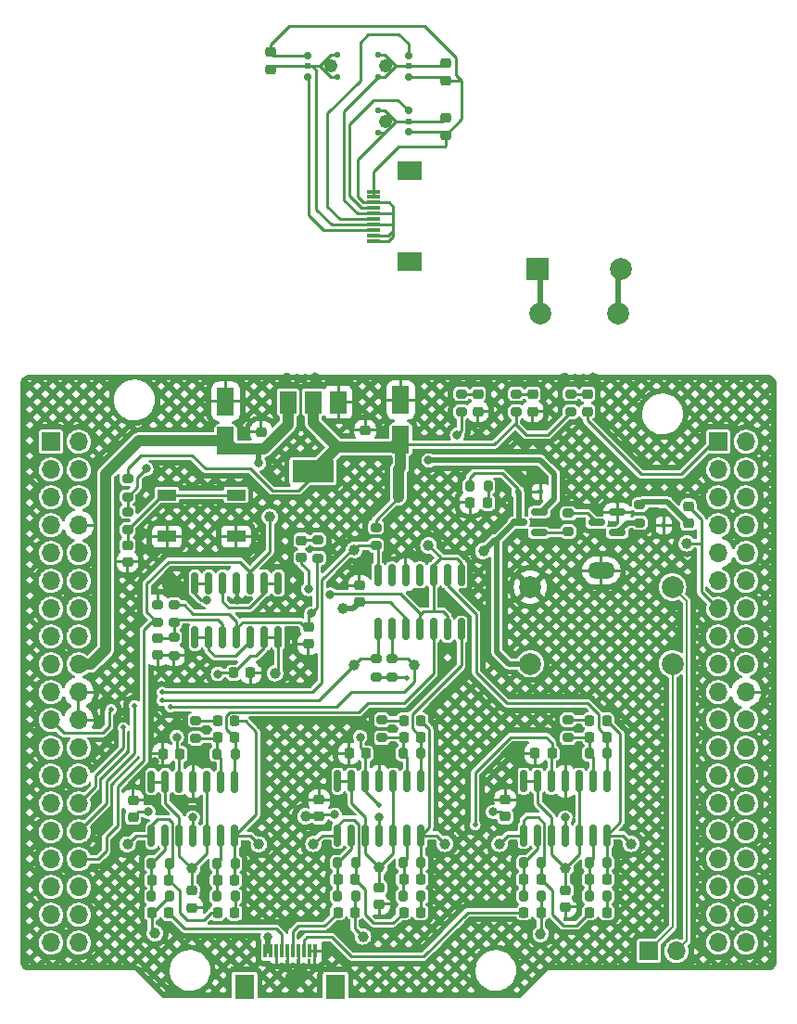
<source format=gbr>
%TF.GenerationSoftware,KiCad,Pcbnew,(6.0.8)*%
%TF.CreationDate,2022-11-07T12:30:50+02:00*%
%TF.ProjectId,inzynierka,696e7a79-6e69-4657-926b-612e6b696361,rev?*%
%TF.SameCoordinates,Original*%
%TF.FileFunction,Copper,L1,Top*%
%TF.FilePolarity,Positive*%
%FSLAX46Y46*%
G04 Gerber Fmt 4.6, Leading zero omitted, Abs format (unit mm)*
G04 Created by KiCad (PCBNEW (6.0.8)) date 2022-11-07 12:30:50*
%MOMM*%
%LPD*%
G01*
G04 APERTURE LIST*
G04 Aperture macros list*
%AMRoundRect*
0 Rectangle with rounded corners*
0 $1 Rounding radius*
0 $2 $3 $4 $5 $6 $7 $8 $9 X,Y pos of 4 corners*
0 Add a 4 corners polygon primitive as box body*
4,1,4,$2,$3,$4,$5,$6,$7,$8,$9,$2,$3,0*
0 Add four circle primitives for the rounded corners*
1,1,$1+$1,$2,$3*
1,1,$1+$1,$4,$5*
1,1,$1+$1,$6,$7*
1,1,$1+$1,$8,$9*
0 Add four rect primitives between the rounded corners*
20,1,$1+$1,$2,$3,$4,$5,0*
20,1,$1+$1,$4,$5,$6,$7,0*
20,1,$1+$1,$6,$7,$8,$9,0*
20,1,$1+$1,$8,$9,$2,$3,0*%
G04 Aperture macros list end*
%TA.AperFunction,SMDPad,CuDef*%
%ADD10R,1.700000X1.000000*%
%TD*%
%TA.AperFunction,SMDPad,CuDef*%
%ADD11RoundRect,0.225000X0.225000X0.250000X-0.225000X0.250000X-0.225000X-0.250000X0.225000X-0.250000X0*%
%TD*%
%TA.AperFunction,SMDPad,CuDef*%
%ADD12RoundRect,0.200000X-0.275000X0.200000X-0.275000X-0.200000X0.275000X-0.200000X0.275000X0.200000X0*%
%TD*%
%TA.AperFunction,SMDPad,CuDef*%
%ADD13RoundRect,0.200000X-0.200000X-0.275000X0.200000X-0.275000X0.200000X0.275000X-0.200000X0.275000X0*%
%TD*%
%TA.AperFunction,SMDPad,CuDef*%
%ADD14RoundRect,0.150000X0.587500X0.150000X-0.587500X0.150000X-0.587500X-0.150000X0.587500X-0.150000X0*%
%TD*%
%TA.AperFunction,SMDPad,CuDef*%
%ADD15RoundRect,0.218750X-0.256250X0.218750X-0.256250X-0.218750X0.256250X-0.218750X0.256250X0.218750X0*%
%TD*%
%TA.AperFunction,SMDPad,CuDef*%
%ADD16RoundRect,0.225000X-0.225000X-0.250000X0.225000X-0.250000X0.225000X0.250000X-0.225000X0.250000X0*%
%TD*%
%TA.AperFunction,SMDPad,CuDef*%
%ADD17RoundRect,0.250000X0.550000X-1.050000X0.550000X1.050000X-0.550000X1.050000X-0.550000X-1.050000X0*%
%TD*%
%TA.AperFunction,SMDPad,CuDef*%
%ADD18RoundRect,0.225000X0.250000X-0.225000X0.250000X0.225000X-0.250000X0.225000X-0.250000X-0.225000X0*%
%TD*%
%TA.AperFunction,ComponentPad*%
%ADD19R,1.700000X1.700000*%
%TD*%
%TA.AperFunction,ComponentPad*%
%ADD20O,1.700000X1.700000*%
%TD*%
%TA.AperFunction,SMDPad,CuDef*%
%ADD21R,1.500000X2.000000*%
%TD*%
%TA.AperFunction,SMDPad,CuDef*%
%ADD22R,3.800000X2.000000*%
%TD*%
%TA.AperFunction,SMDPad,CuDef*%
%ADD23RoundRect,0.200000X0.275000X-0.200000X0.275000X0.200000X-0.275000X0.200000X-0.275000X-0.200000X0*%
%TD*%
%TA.AperFunction,SMDPad,CuDef*%
%ADD24RoundRect,0.225000X-0.250000X0.225000X-0.250000X-0.225000X0.250000X-0.225000X0.250000X0.225000X0*%
%TD*%
%TA.AperFunction,SMDPad,CuDef*%
%ADD25C,0.723000*%
%TD*%
%TA.AperFunction,SMDPad,CuDef*%
%ADD26C,0.562000*%
%TD*%
%TA.AperFunction,SMDPad,CuDef*%
%ADD27C,0.612000*%
%TD*%
%TA.AperFunction,SMDPad,CuDef*%
%ADD28C,1.224000*%
%TD*%
%TA.AperFunction,SMDPad,CuDef*%
%ADD29C,2.000000*%
%TD*%
%TA.AperFunction,SMDPad,CuDef*%
%ADD30RoundRect,0.200000X0.200000X0.275000X-0.200000X0.275000X-0.200000X-0.275000X0.200000X-0.275000X0*%
%TD*%
%TA.AperFunction,SMDPad,CuDef*%
%ADD31C,1.000000*%
%TD*%
%TA.AperFunction,SMDPad,CuDef*%
%ADD32RoundRect,0.218750X0.218750X0.256250X-0.218750X0.256250X-0.218750X-0.256250X0.218750X-0.256250X0*%
%TD*%
%TA.AperFunction,SMDPad,CuDef*%
%ADD33RoundRect,0.150000X0.150000X-0.825000X0.150000X0.825000X-0.150000X0.825000X-0.150000X-0.825000X0*%
%TD*%
%TA.AperFunction,ComponentPad*%
%ADD34R,2.000000X2.000000*%
%TD*%
%TA.AperFunction,ComponentPad*%
%ADD35C,2.000000*%
%TD*%
%TA.AperFunction,SMDPad,CuDef*%
%ADD36R,0.600000X0.450000*%
%TD*%
%TA.AperFunction,SMDPad,CuDef*%
%ADD37R,0.300000X1.300000*%
%TD*%
%TA.AperFunction,SMDPad,CuDef*%
%ADD38R,1.800000X2.200000*%
%TD*%
%TA.AperFunction,SMDPad,CuDef*%
%ADD39R,0.450000X0.600000*%
%TD*%
%TA.AperFunction,ComponentPad*%
%ADD40O,2.500000X1.524000*%
%TD*%
%TA.AperFunction,SMDPad,CuDef*%
%ADD41R,1.300000X0.300000*%
%TD*%
%TA.AperFunction,SMDPad,CuDef*%
%ADD42R,2.200000X1.800000*%
%TD*%
%TA.AperFunction,ViaPad*%
%ADD43C,0.800000*%
%TD*%
%TA.AperFunction,ViaPad*%
%ADD44C,1.000000*%
%TD*%
%TA.AperFunction,ViaPad*%
%ADD45C,0.500000*%
%TD*%
%TA.AperFunction,Conductor*%
%ADD46C,0.250000*%
%TD*%
%TA.AperFunction,Conductor*%
%ADD47C,1.000000*%
%TD*%
%TA.AperFunction,Conductor*%
%ADD48C,0.500000*%
%TD*%
%TA.AperFunction,Conductor*%
%ADD49C,0.200000*%
%TD*%
G04 APERTURE END LIST*
D10*
%TO.P,SW101,1,A*%
%TO.N,Net-(C112-Pad1)*%
X84850000Y-91102000D03*
X91150000Y-91102000D03*
%TO.P,SW101,2,B*%
%TO.N,GND*%
X91150000Y-94902000D03*
X84850000Y-94902000D03*
%TD*%
D11*
%TO.P,C310,1*%
%TO.N,OPERATING_POINT*%
X103025000Y-114700000D03*
%TO.P,C310,2*%
%TO.N,GND*%
X101475000Y-114700000D03*
%TD*%
%TO.P,C203,1*%
%TO.N,/MIC_0/MIC_RAW*%
X85025000Y-129250000D03*
%TO.P,C203,2*%
%TO.N,Net-(C203-Pad2)*%
X83475000Y-129250000D03*
%TD*%
D12*
%TO.P,R501,1*%
%TO.N,Net-(Q502-Pad3)*%
X121494000Y-92791000D03*
%TO.P,R501,2*%
%TO.N,Net-(Q501-Pad1)*%
X121494000Y-94441000D03*
%TD*%
D13*
%TO.P,R306,1*%
%TO.N,Net-(C309-Pad1)*%
X106425000Y-114700000D03*
%TO.P,R306,2*%
%TO.N,MIC_1*%
X108075000Y-114700000D03*
%TD*%
D14*
%TO.P,Q501,1,B*%
%TO.N,Net-(Q501-Pad1)*%
X118875500Y-94566000D03*
%TO.P,Q501,2,E*%
%TO.N,+5V*%
X118875500Y-92666000D03*
%TO.P,Q501,3,C*%
%TO.N,Net-(D501-Pad1)*%
X117000500Y-93616000D03*
%TD*%
D13*
%TO.P,R503,1*%
%TO.N,Net-(D501-Pad1)*%
X112527333Y-90316106D03*
%TO.P,R503,2*%
%TO.N,Net-(D502-Pad1)*%
X114177333Y-90316106D03*
%TD*%
D15*
%TO.P,D102,1,K*%
%TO.N,Net-(D102-Pad1)*%
X118252333Y-81912500D03*
%TO.P,D102,2,A*%
%TO.N,GND*%
X118252333Y-83487500D03*
%TD*%
D16*
%TO.P,C409,1*%
%TO.N,Net-(C409-Pad1)*%
X123475000Y-113200000D03*
%TO.P,C409,2*%
%TO.N,MIC_2*%
X125025000Y-113200000D03*
%TD*%
D17*
%TO.P,C104,1*%
%TO.N,+3V3*%
X106209500Y-86033000D03*
%TO.P,C104,2*%
%TO.N,GND*%
X106209500Y-82433000D03*
%TD*%
D12*
%TO.P,R205,1*%
%TO.N,Net-(C208-Pad2)*%
X87500000Y-111675000D03*
%TO.P,R205,2*%
%TO.N,Net-(C209-Pad1)*%
X87500000Y-113325000D03*
%TD*%
D18*
%TO.P,C402,1*%
%TO.N,+3V3*%
X115750000Y-120475000D03*
%TO.P,C402,2*%
%TO.N,GND*%
X115750000Y-118925000D03*
%TD*%
D19*
%TO.P,J104,1,Pin_1*%
%TO.N,/TRANSMITER/BUZZER+*%
X128860000Y-132732000D03*
D20*
%TO.P,J104,2,Pin_2*%
%TO.N,/TRANSMITER/BUZZER-*%
X131400000Y-132732000D03*
%TD*%
D17*
%TO.P,C101,1*%
%TO.N,+5V*%
X90209500Y-86170500D03*
%TO.P,C101,2*%
%TO.N,GND*%
X90209500Y-82570500D03*
%TD*%
D21*
%TO.P,U101,1,GND*%
%TO.N,GND*%
X100509500Y-82633000D03*
D22*
%TO.P,U101,2,VO*%
%TO.N,+3V3*%
X98209500Y-88933000D03*
D21*
X98209500Y-82633000D03*
%TO.P,U101,3,VI*%
%TO.N,+5V*%
X95909500Y-82633000D03*
%TD*%
D16*
%TO.P,C209,1*%
%TO.N,Net-(C209-Pad1)*%
X89475000Y-113250000D03*
%TO.P,C209,2*%
%TO.N,MIC_0*%
X91025000Y-113250000D03*
%TD*%
D23*
%TO.P,R502,1*%
%TO.N,Net-(Q502-Pad1)*%
X128052333Y-93641106D03*
%TO.P,R502,2*%
%TO.N,Net-(C501-Pad1)*%
X128052333Y-91991106D03*
%TD*%
D13*
%TO.P,R302,1*%
%TO.N,Net-(C305-Pad1)*%
X100425000Y-124700000D03*
%TO.P,R302,2*%
%TO.N,Net-(C305-Pad2)*%
X102075000Y-124700000D03*
%TD*%
D18*
%TO.P,C102,1*%
%TO.N,+5V*%
X93459500Y-86895500D03*
%TO.P,C102,2*%
%TO.N,GND*%
X93459500Y-85345500D03*
%TD*%
%TO.P,C204,1*%
%TO.N,GND*%
X87152333Y-128791106D03*
%TO.P,C204,2*%
%TO.N,Net-(C204-Pad2)*%
X87152333Y-127241106D03*
%TD*%
D24*
%TO.P,C112,1*%
%TO.N,Net-(C112-Pad1)*%
X81250000Y-95675000D03*
%TO.P,C112,2*%
%TO.N,GND*%
X81250000Y-97225000D03*
%TD*%
D25*
%TO.P,U201,1,OUTPUT*%
%TO.N,Net-(J105-Pad5)*%
X106895000Y-51014106D03*
D26*
%TO.P,U201,2,GND*%
%TO.N,GND*%
X104158000Y-50965106D03*
%TO.P,U201,3,GND*%
X104158000Y-52995106D03*
D25*
%TO.P,U201,4,VDD*%
%TO.N,+3V3*%
X106895000Y-52946106D03*
D27*
%TO.P,U201,5,GND*%
%TO.N,GND*%
X106895000Y-51980106D03*
D28*
%TO.P,U201,6,GND*%
X104792000Y-51980106D03*
%TD*%
D16*
%TO.P,C205,1*%
%TO.N,Net-(C205-Pad1)*%
X83475000Y-126250000D03*
%TO.P,C205,2*%
%TO.N,Net-(C205-Pad2)*%
X85025000Y-126250000D03*
%TD*%
D29*
%TO.P,TP108,1,1*%
%TO.N,Net-(BZ101-Pad2)*%
X126066000Y-74566000D03*
%TD*%
D16*
%TO.P,C207,1*%
%TO.N,Net-(C207-Pad1)*%
X89475000Y-126250000D03*
%TO.P,C207,2*%
%TO.N,Net-(C207-Pad2)*%
X91025000Y-126250000D03*
%TD*%
D23*
%TO.P,R110,1*%
%TO.N,+3V3*%
X121752333Y-83525000D03*
%TO.P,R110,2*%
%TO.N,Net-(D104-Pad1)*%
X121752333Y-81875000D03*
%TD*%
%TO.P,R111,1*%
%TO.N,Net-(C112-Pad1)*%
X81250000Y-94275000D03*
%TO.P,R111,2*%
%TO.N,DBG_BUT*%
X81250000Y-92625000D03*
%TD*%
D12*
%TO.P,R106,1*%
%TO.N,Net-(C108-Pad1)*%
X85500000Y-104125000D03*
%TO.P,R106,2*%
%TO.N,GND*%
X85500000Y-105775000D03*
%TD*%
D16*
%TO.P,C305,1*%
%TO.N,Net-(C305-Pad1)*%
X100475000Y-126200000D03*
%TO.P,C305,2*%
%TO.N,Net-(C305-Pad2)*%
X102025000Y-126200000D03*
%TD*%
D23*
%TO.P,R102,1*%
%TO.N,+3V3*%
X103936000Y-107715000D03*
%TO.P,R102,2*%
%TO.N,OUT_1*%
X103936000Y-106065000D03*
%TD*%
D30*
%TO.P,R203,1*%
%TO.N,Net-(C206-Pad2)*%
X91075000Y-127750000D03*
%TO.P,R203,2*%
%TO.N,Net-(C207-Pad1)*%
X89425000Y-127750000D03*
%TD*%
D16*
%TO.P,C107,1*%
%TO.N,OPERATING_POINT*%
X90945000Y-107330000D03*
%TO.P,C107,2*%
%TO.N,GND*%
X92495000Y-107330000D03*
%TD*%
D13*
%TO.P,R202,1*%
%TO.N,Net-(C205-Pad1)*%
X83425000Y-124750000D03*
%TO.P,R202,2*%
%TO.N,Net-(C205-Pad2)*%
X85075000Y-124750000D03*
%TD*%
D31*
%TO.P,TP106,1,1*%
%TO.N,THRESHOLD_MCU*%
X94252333Y-93116106D03*
%TD*%
D18*
%TO.P,C202,1*%
%TO.N,+3V3*%
X81750000Y-120525000D03*
%TO.P,C202,2*%
%TO.N,GND*%
X81750000Y-118975000D03*
%TD*%
D15*
%TO.P,D101,1,K*%
%TO.N,Net-(D101-Pad1)*%
X113250000Y-81912500D03*
%TO.P,D101,2,A*%
%TO.N,GND*%
X113250000Y-83487500D03*
%TD*%
D31*
%TO.P,TP304,1,1*%
%TO.N,Net-(C304-Pad2)*%
X104252333Y-125116106D03*
%TD*%
D32*
%TO.P,D502,1,K*%
%TO.N,Net-(D502-Pad1)*%
X114139833Y-91816106D03*
%TO.P,D502,2,A*%
%TO.N,GND*%
X112564833Y-91816106D03*
%TD*%
D11*
%TO.P,C408,1*%
%TO.N,Net-(C407-Pad2)*%
X125025000Y-111700000D03*
%TO.P,C408,2*%
%TO.N,Net-(C408-Pad2)*%
X123475000Y-111700000D03*
%TD*%
D16*
%TO.P,C405,1*%
%TO.N,Net-(C405-Pad1)*%
X117475000Y-126200000D03*
%TO.P,C405,2*%
%TO.N,Net-(C405-Pad2)*%
X119025000Y-126200000D03*
%TD*%
%TO.P,C309,1*%
%TO.N,Net-(C309-Pad1)*%
X106475000Y-113200000D03*
%TO.P,C309,2*%
%TO.N,MIC_1*%
X108025000Y-113200000D03*
%TD*%
D25*
%TO.P,U401,1,OUTPUT*%
%TO.N,Net-(J105-Pad7)*%
X106895000Y-56014106D03*
D26*
%TO.P,U401,2,GND*%
%TO.N,GND*%
X104158000Y-55965106D03*
%TO.P,U401,3,GND*%
X104158000Y-57995106D03*
D25*
%TO.P,U401,4,VDD*%
%TO.N,+3V3*%
X106895000Y-57946106D03*
D27*
%TO.P,U401,5,GND*%
%TO.N,GND*%
X106895000Y-56980106D03*
D28*
%TO.P,U401,6,GND*%
X104792000Y-56980106D03*
%TD*%
D23*
%TO.P,R104,1*%
%TO.N,THRESHOLD_MCU*%
X84000000Y-102775000D03*
%TO.P,R104,2*%
%TO.N,GND*%
X84000000Y-101125000D03*
%TD*%
D12*
%TO.P,R105,1*%
%TO.N,+3V3*%
X85500000Y-101125000D03*
%TO.P,R105,2*%
%TO.N,Net-(C108-Pad1)*%
X85500000Y-102775000D03*
%TD*%
D18*
%TO.P,C401,1*%
%TO.N,+3V3*%
X110292000Y-58255106D03*
%TO.P,C401,2*%
%TO.N,GND*%
X110292000Y-56705106D03*
%TD*%
D13*
%TO.P,R204,1*%
%TO.N,Net-(C207-Pad1)*%
X89425000Y-124750000D03*
%TO.P,R204,2*%
%TO.N,Net-(C207-Pad2)*%
X91075000Y-124750000D03*
%TD*%
D33*
%TO.P,U402,1*%
%TO.N,Net-(C405-Pad2)*%
X117440000Y-122175000D03*
%TO.P,U402,2,-*%
%TO.N,Net-(C405-Pad1)*%
X118710000Y-122175000D03*
%TO.P,U402,3,+*%
%TO.N,Net-(C404-Pad2)*%
X119980000Y-122175000D03*
%TO.P,U402,4,V+*%
%TO.N,+3V3*%
X121250000Y-122175000D03*
%TO.P,U402,5,+*%
%TO.N,Net-(C404-Pad2)*%
X122520000Y-122175000D03*
%TO.P,U402,6,-*%
%TO.N,Net-(C407-Pad1)*%
X123790000Y-122175000D03*
%TO.P,U402,7*%
%TO.N,Net-(C407-Pad2)*%
X125060000Y-122175000D03*
%TO.P,U402,8*%
%TO.N,MIC_2*%
X125060000Y-117225000D03*
%TO.P,U402,9,-*%
%TO.N,Net-(C409-Pad1)*%
X123790000Y-117225000D03*
%TO.P,U402,10,+*%
%TO.N,Net-(C404-Pad2)*%
X122520000Y-117225000D03*
%TO.P,U402,11,V-*%
%TO.N,GND*%
X121250000Y-117225000D03*
%TO.P,U402,12,+*%
%TO.N,OPERATING_POINT*%
X119980000Y-117225000D03*
%TO.P,U402,13,-*%
%TO.N,Net-(C404-Pad2)*%
X118710000Y-117225000D03*
%TO.P,U402,14*%
X117440000Y-117225000D03*
%TD*%
D24*
%TO.P,C301,1*%
%TO.N,+3V3*%
X94292000Y-50705106D03*
%TO.P,C301,2*%
%TO.N,GND*%
X94292000Y-52255106D03*
%TD*%
D18*
%TO.P,C304,1*%
%TO.N,GND*%
X104250000Y-128475000D03*
%TO.P,C304,2*%
%TO.N,Net-(C304-Pad2)*%
X104250000Y-126925000D03*
%TD*%
D33*
%TO.P,U102,1*%
%TO.N,Net-(U102-Pad1)*%
X87410000Y-104095000D03*
%TO.P,U102,2,-*%
X88680000Y-104095000D03*
%TO.P,U102,3,+*%
%TO.N,Net-(C108-Pad1)*%
X89950000Y-104095000D03*
%TO.P,U102,4,V+*%
%TO.N,+3V3*%
X91220000Y-104095000D03*
%TO.P,U102,5,+*%
%TO.N,Net-(U102-Pad1)*%
X92490000Y-104095000D03*
%TO.P,U102,6,-*%
%TO.N,OPERATING_POINT*%
X93760000Y-104095000D03*
%TO.P,U102,7*%
X95030000Y-104095000D03*
%TO.P,U102,8*%
%TO.N,Net-(U102-Pad12)*%
X95030000Y-99145000D03*
%TO.P,U102,9,-*%
X93760000Y-99145000D03*
%TO.P,U102,10,+*%
%TO.N,THRESHOLD_MCU*%
X92490000Y-99145000D03*
%TO.P,U102,11,V-*%
%TO.N,GND*%
X91220000Y-99145000D03*
%TO.P,U102,12,+*%
%TO.N,Net-(U102-Pad12)*%
X89950000Y-99145000D03*
%TO.P,U102,13,-*%
%TO.N,THRESHOLD_OP*%
X88680000Y-99145000D03*
%TO.P,U102,14*%
X87410000Y-99145000D03*
%TD*%
D16*
%TO.P,C406,1*%
%TO.N,Net-(C405-Pad2)*%
X123475000Y-129200000D03*
%TO.P,C406,2*%
%TO.N,Net-(C406-Pad2)*%
X125025000Y-129200000D03*
%TD*%
D30*
%TO.P,R401,1*%
%TO.N,Net-(C403-Pad2)*%
X119075000Y-127700000D03*
%TO.P,R401,2*%
%TO.N,Net-(C405-Pad1)*%
X117425000Y-127700000D03*
%TD*%
D12*
%TO.P,R103,1*%
%TO.N,+3V3*%
X103936000Y-94065000D03*
%TO.P,R103,2*%
%TO.N,OUT_2*%
X103936000Y-95715000D03*
%TD*%
D23*
%TO.P,R107,1*%
%TO.N,+5V*%
X111750000Y-83525000D03*
%TO.P,R107,2*%
%TO.N,Net-(D101-Pad1)*%
X111750000Y-81875000D03*
%TD*%
D31*
%TO.P,TP301,1,1*%
%TO.N,Net-(C303-Pad2)*%
X102752333Y-131416106D03*
%TD*%
D14*
%TO.P,Q502,1,B*%
%TO.N,Net-(Q502-Pad1)*%
X125987500Y-94566000D03*
%TO.P,Q502,2,E*%
%TO.N,GND*%
X125987500Y-92666000D03*
%TO.P,Q502,3,C*%
%TO.N,Net-(Q502-Pad3)*%
X124112500Y-93616000D03*
%TD*%
D18*
%TO.P,C201,1*%
%TO.N,+3V3*%
X110292000Y-53255106D03*
%TO.P,C201,2*%
%TO.N,GND*%
X110292000Y-51705106D03*
%TD*%
D31*
%TO.P,TP404,1,1*%
%TO.N,Net-(C404-Pad2)*%
X121250000Y-125200000D03*
%TD*%
D18*
%TO.P,C404,1*%
%TO.N,GND*%
X121250000Y-128725000D03*
%TO.P,C404,2*%
%TO.N,Net-(C404-Pad2)*%
X121250000Y-127175000D03*
%TD*%
D31*
%TO.P,TP403,1,1*%
%TO.N,Net-(C407-Pad2)*%
X127250000Y-122950000D03*
%TD*%
D12*
%TO.P,R405,1*%
%TO.N,Net-(C408-Pad2)*%
X121500000Y-111625000D03*
%TO.P,R405,2*%
%TO.N,Net-(C409-Pad1)*%
X121500000Y-113275000D03*
%TD*%
D18*
%TO.P,C103,1*%
%TO.N,+3V3*%
X102959500Y-86758000D03*
%TO.P,C103,2*%
%TO.N,GND*%
X102959500Y-85208000D03*
%TD*%
D11*
%TO.P,C410,1*%
%TO.N,OPERATING_POINT*%
X120025000Y-114700000D03*
%TO.P,C410,2*%
%TO.N,GND*%
X118475000Y-114700000D03*
%TD*%
%TO.P,C308,1*%
%TO.N,Net-(C307-Pad2)*%
X108025000Y-111700000D03*
%TO.P,C308,2*%
%TO.N,Net-(C308-Pad2)*%
X106475000Y-111700000D03*
%TD*%
D16*
%TO.P,C307,1*%
%TO.N,Net-(C307-Pad1)*%
X106475000Y-126200000D03*
%TO.P,C307,2*%
%TO.N,Net-(C307-Pad2)*%
X108025000Y-126200000D03*
%TD*%
D33*
%TO.P,U302,1*%
%TO.N,Net-(C305-Pad2)*%
X100440000Y-122175000D03*
%TO.P,U302,2,-*%
%TO.N,Net-(C305-Pad1)*%
X101710000Y-122175000D03*
%TO.P,U302,3,+*%
%TO.N,Net-(C304-Pad2)*%
X102980000Y-122175000D03*
%TO.P,U302,4,V+*%
%TO.N,+3V3*%
X104250000Y-122175000D03*
%TO.P,U302,5,+*%
%TO.N,Net-(C304-Pad2)*%
X105520000Y-122175000D03*
%TO.P,U302,6,-*%
%TO.N,Net-(C307-Pad1)*%
X106790000Y-122175000D03*
%TO.P,U302,7*%
%TO.N,Net-(C307-Pad2)*%
X108060000Y-122175000D03*
%TO.P,U302,8*%
%TO.N,MIC_1*%
X108060000Y-117225000D03*
%TO.P,U302,9,-*%
%TO.N,Net-(C309-Pad1)*%
X106790000Y-117225000D03*
%TO.P,U302,10,+*%
%TO.N,Net-(C304-Pad2)*%
X105520000Y-117225000D03*
%TO.P,U302,11,V-*%
%TO.N,GND*%
X104250000Y-117225000D03*
%TO.P,U302,12,+*%
%TO.N,OPERATING_POINT*%
X102980000Y-117225000D03*
%TO.P,U302,13,-*%
%TO.N,Net-(C304-Pad2)*%
X101710000Y-117225000D03*
%TO.P,U302,14*%
X100440000Y-117225000D03*
%TD*%
D31*
%TO.P,TP104,1,1*%
%TO.N,OUT_1*%
X101936000Y-106640000D03*
%TD*%
%TO.P,TP402,1,1*%
%TO.N,Net-(C405-Pad2)*%
X115250000Y-122950000D03*
%TD*%
D30*
%TO.P,R403,1*%
%TO.N,Net-(C406-Pad2)*%
X125075000Y-127700000D03*
%TO.P,R403,2*%
%TO.N,Net-(C407-Pad1)*%
X123425000Y-127700000D03*
%TD*%
D31*
%TO.P,TP303,1,1*%
%TO.N,Net-(C307-Pad2)*%
X110250000Y-122950000D03*
%TD*%
D11*
%TO.P,C210,1*%
%TO.N,OPERATING_POINT*%
X86025000Y-114750000D03*
%TO.P,C210,2*%
%TO.N,GND*%
X84475000Y-114750000D03*
%TD*%
D31*
%TO.P,TP101,1,1*%
%TO.N,THRESHOLD_OP*%
X108750000Y-95700000D03*
%TD*%
D18*
%TO.P,C302,1*%
%TO.N,+3V3*%
X98750000Y-120475000D03*
%TO.P,C302,2*%
%TO.N,GND*%
X98750000Y-118925000D03*
%TD*%
D34*
%TO.P,BZ101,1,-*%
%TO.N,Net-(BZ101-Pad1)*%
X118700000Y-70502000D03*
D35*
%TO.P,BZ101,2,+*%
%TO.N,Net-(BZ101-Pad2)*%
X126300000Y-70502000D03*
%TD*%
D33*
%TO.P,U103,1,OUT2*%
%TO.N,OUT_1*%
X104126000Y-103365000D03*
%TO.P,U103,2,OUT1*%
%TO.N,OUT_0*%
X105396000Y-103365000D03*
%TO.P,U103,3,VCC+*%
%TO.N,+3V3*%
X106666000Y-103365000D03*
%TO.P,U103,4,NEG1*%
%TO.N,THRESHOLD_OP*%
X107936000Y-103365000D03*
%TO.P,U103,5,POS1*%
%TO.N,MIC_0*%
X109206000Y-103365000D03*
%TO.P,U103,6,NEG2*%
%TO.N,THRESHOLD_OP*%
X110476000Y-103365000D03*
%TO.P,U103,7,POS2*%
%TO.N,MIC_1*%
X111746000Y-103365000D03*
%TO.P,U103,8,NEG3*%
%TO.N,THRESHOLD_OP*%
X111746000Y-98415000D03*
%TO.P,U103,9,POS3*%
%TO.N,MIC_2*%
X110476000Y-98415000D03*
%TO.P,U103,10,NEG4*%
%TO.N,THRESHOLD_OP*%
X109206000Y-98415000D03*
%TO.P,U103,11,POS4*%
%TO.N,unconnected-(U103-Pad11)*%
X107936000Y-98415000D03*
%TO.P,U103,12,VCC-*%
%TO.N,GND*%
X106666000Y-98415000D03*
%TO.P,U103,13,OUT4*%
%TO.N,unconnected-(U103-Pad13)*%
X105396000Y-98415000D03*
%TO.P,U103,14,OUT3*%
%TO.N,OUT_2*%
X104126000Y-98415000D03*
%TD*%
D30*
%TO.P,R301,1*%
%TO.N,Net-(C303-Pad2)*%
X102075000Y-127700000D03*
%TO.P,R301,2*%
%TO.N,Net-(C305-Pad1)*%
X100425000Y-127700000D03*
%TD*%
D31*
%TO.P,TP501,1,1*%
%TO.N,Net-(D501-Pad1)*%
X113752333Y-96216106D03*
%TD*%
D16*
%TO.P,C306,1*%
%TO.N,Net-(C305-Pad2)*%
X106475000Y-129200000D03*
%TO.P,C306,2*%
%TO.N,Net-(C306-Pad2)*%
X108025000Y-129200000D03*
%TD*%
D23*
%TO.P,R108,1*%
%TO.N,+3V3*%
X116752333Y-83525000D03*
%TO.P,R108,2*%
%TO.N,Net-(D102-Pad1)*%
X116752333Y-81875000D03*
%TD*%
D16*
%TO.P,C407,1*%
%TO.N,Net-(C407-Pad1)*%
X123475000Y-126200000D03*
%TO.P,C407,2*%
%TO.N,Net-(C407-Pad2)*%
X125025000Y-126200000D03*
%TD*%
%TO.P,C206,1*%
%TO.N,Net-(C205-Pad2)*%
X89475000Y-129250000D03*
%TO.P,C206,2*%
%TO.N,Net-(C206-Pad2)*%
X91025000Y-129250000D03*
%TD*%
D36*
%TO.P,D501,1,K*%
%TO.N,Net-(D501-Pad1)*%
X116888000Y-90822000D03*
%TO.P,D501,2,A*%
%TO.N,GND*%
X118988000Y-90822000D03*
%TD*%
D13*
%TO.P,R402,1*%
%TO.N,Net-(C405-Pad1)*%
X117425000Y-124700000D03*
%TO.P,R402,2*%
%TO.N,Net-(C405-Pad2)*%
X119075000Y-124700000D03*
%TD*%
D31*
%TO.P,TP202,1,1*%
%TO.N,Net-(C205-Pad2)*%
X81250000Y-123000000D03*
%TD*%
%TO.P,TP201,1,1*%
%TO.N,Net-(C203-Pad2)*%
X83752333Y-131116106D03*
%TD*%
D15*
%TO.P,D103,1,K*%
%TO.N,Net-(D103-Pad1)*%
X97152333Y-95253606D03*
%TO.P,D103,2,A*%
%TO.N,THRESHOLD_OP*%
X97152333Y-96828606D03*
%TD*%
D13*
%TO.P,R406,1*%
%TO.N,Net-(C409-Pad1)*%
X123425000Y-114700000D03*
%TO.P,R406,2*%
%TO.N,MIC_2*%
X125075000Y-114700000D03*
%TD*%
D31*
%TO.P,TP302,1,1*%
%TO.N,Net-(C305-Pad2)*%
X98250000Y-122950000D03*
%TD*%
D15*
%TO.P,D104,1,K*%
%TO.N,Net-(D104-Pad1)*%
X123252333Y-81912500D03*
%TO.P,D104,2,A*%
%TO.N,DBG_LED*%
X123252333Y-83487500D03*
%TD*%
D12*
%TO.P,R305,1*%
%TO.N,Net-(C308-Pad2)*%
X104500000Y-111625000D03*
%TO.P,R305,2*%
%TO.N,Net-(C309-Pad1)*%
X104500000Y-113275000D03*
%TD*%
D16*
%TO.P,C403,1*%
%TO.N,/MIC_2/MIC_RAW*%
X117475000Y-129200000D03*
%TO.P,C403,2*%
%TO.N,Net-(C403-Pad2)*%
X119025000Y-129200000D03*
%TD*%
D23*
%TO.P,R109,1*%
%TO.N,+3V3*%
X98652333Y-96866106D03*
%TO.P,R109,2*%
%TO.N,Net-(D103-Pad1)*%
X98652333Y-95216106D03*
%TD*%
D13*
%TO.P,R206,1*%
%TO.N,Net-(C209-Pad1)*%
X89425000Y-114750000D03*
%TO.P,R206,2*%
%TO.N,MIC_0*%
X91075000Y-114750000D03*
%TD*%
D31*
%TO.P,TP203,1,1*%
%TO.N,Net-(C207-Pad2)*%
X93250000Y-123000000D03*
%TD*%
D13*
%TO.P,R404,1*%
%TO.N,Net-(C407-Pad1)*%
X123425000Y-124700000D03*
%TO.P,R404,2*%
%TO.N,Net-(C407-Pad2)*%
X125075000Y-124700000D03*
%TD*%
D18*
%TO.P,C501,1*%
%TO.N,Net-(C501-Pad1)*%
X132500000Y-93691106D03*
%TO.P,C501,2*%
%TO.N,PIEZO*%
X132500000Y-92141106D03*
%TD*%
D30*
%TO.P,R303,1*%
%TO.N,Net-(C306-Pad2)*%
X108075000Y-127700000D03*
%TO.P,R303,2*%
%TO.N,Net-(C307-Pad1)*%
X106425000Y-127700000D03*
%TD*%
D31*
%TO.P,TP502,1,1*%
%TO.N,PIEZO*%
X132352333Y-95516106D03*
%TD*%
D37*
%TO.P,J106,1,Pin_1*%
%TO.N,+3V3*%
X93844000Y-132726000D03*
%TO.P,J106,2,Pin_2*%
X94344000Y-132726000D03*
%TO.P,J106,3,Pin_3*%
%TO.N,GND*%
X94844000Y-132726000D03*
%TO.P,J106,4,Pin_4*%
%TO.N,/MIC_0/MIC_RAW*%
X95344000Y-132726000D03*
%TO.P,J106,5,Pin_5*%
%TO.N,GND*%
X95844000Y-132726000D03*
%TO.P,J106,6,Pin_6*%
%TO.N,/MIC_1/MIC_RAW*%
X96344000Y-132726000D03*
%TO.P,J106,7,Pin_7*%
%TO.N,GND*%
X96844000Y-132726000D03*
%TO.P,J106,8,Pin_8*%
%TO.N,/MIC_2/MIC_RAW*%
X97344000Y-132726000D03*
%TO.P,J106,9,Pin_9*%
%TO.N,GND*%
X97844000Y-132726000D03*
%TO.P,J106,10,Pin_10*%
X98344000Y-132726000D03*
D38*
%TO.P,J106,MP*%
%TO.N,N/C*%
X100244000Y-135976000D03*
X91944000Y-135976000D03*
%TD*%
D39*
%TO.P,D503,1,K*%
%TO.N,Net-(C501-Pad1)*%
X130252333Y-91766106D03*
%TO.P,D503,2,A*%
%TO.N,GND*%
X130252333Y-93866106D03*
%TD*%
D13*
%TO.P,R304,1*%
%TO.N,Net-(C307-Pad1)*%
X106425000Y-124700000D03*
%TO.P,R304,2*%
%TO.N,Net-(C307-Pad2)*%
X108075000Y-124700000D03*
%TD*%
D12*
%TO.P,R112,1*%
%TO.N,+3V3*%
X81250000Y-89625000D03*
%TO.P,R112,2*%
%TO.N,DBG_BUT*%
X81250000Y-91275000D03*
%TD*%
D29*
%TO.P,TP107,1,1*%
%TO.N,Net-(BZ101-Pad1)*%
X118954000Y-74566000D03*
%TD*%
D40*
%TO.P,T501,0*%
%TO.N,GND*%
X124542000Y-98014000D03*
D35*
%TO.P,T501,1,AA*%
%TO.N,/TRANSMITER/BUZZER+*%
X131042000Y-106514000D03*
%TO.P,T501,2,AB*%
%TO.N,/TRANSMITER/BUZZER-*%
X131042000Y-99514000D03*
%TO.P,T501,3,SA*%
%TO.N,GND*%
X118042000Y-99514000D03*
%TO.P,T501,4,SB*%
%TO.N,Net-(D501-Pad1)*%
X118042000Y-106514000D03*
%TD*%
D31*
%TO.P,TP401,1,1*%
%TO.N,Net-(C403-Pad2)*%
X119000000Y-131200000D03*
%TD*%
%TO.P,TP103,1,1*%
%TO.N,OUT_0*%
X107436000Y-106640000D03*
%TD*%
%TO.P,TP204,1,1*%
%TO.N,Net-(C204-Pad2)*%
X87152333Y-125216106D03*
%TD*%
D24*
%TO.P,C105,1*%
%TO.N,+3V3*%
X97750000Y-103175000D03*
%TO.P,C105,2*%
%TO.N,GND*%
X97750000Y-104725000D03*
%TD*%
D31*
%TO.P,TP102,1,1*%
%TO.N,OPERATING_POINT*%
X94720000Y-107370000D03*
%TD*%
D23*
%TO.P,R101,1*%
%TO.N,+3V3*%
X105436000Y-107715000D03*
%TO.P,R101,2*%
%TO.N,OUT_0*%
X105436000Y-106065000D03*
%TD*%
D33*
%TO.P,U202,1*%
%TO.N,Net-(C205-Pad2)*%
X83440000Y-122225000D03*
%TO.P,U202,2,-*%
%TO.N,Net-(C205-Pad1)*%
X84710000Y-122225000D03*
%TO.P,U202,3,+*%
%TO.N,Net-(C204-Pad2)*%
X85980000Y-122225000D03*
%TO.P,U202,4,V+*%
%TO.N,+3V3*%
X87250000Y-122225000D03*
%TO.P,U202,5,+*%
%TO.N,Net-(C204-Pad2)*%
X88520000Y-122225000D03*
%TO.P,U202,6,-*%
%TO.N,Net-(C207-Pad1)*%
X89790000Y-122225000D03*
%TO.P,U202,7*%
%TO.N,Net-(C207-Pad2)*%
X91060000Y-122225000D03*
%TO.P,U202,8*%
%TO.N,MIC_0*%
X91060000Y-117275000D03*
%TO.P,U202,9,-*%
%TO.N,Net-(C209-Pad1)*%
X89790000Y-117275000D03*
%TO.P,U202,10,+*%
%TO.N,Net-(C204-Pad2)*%
X88520000Y-117275000D03*
%TO.P,U202,11,V-*%
%TO.N,GND*%
X87250000Y-117275000D03*
%TO.P,U202,12,+*%
%TO.N,OPERATING_POINT*%
X85980000Y-117275000D03*
%TO.P,U202,13,-*%
%TO.N,Net-(C204-Pad2)*%
X84710000Y-117275000D03*
%TO.P,U202,14*%
X83440000Y-117275000D03*
%TD*%
D41*
%TO.P,J105,1,Pin_1*%
%TO.N,GND*%
X103732249Y-67917857D03*
%TO.P,J105,2,Pin_2*%
X103732249Y-67417857D03*
%TO.P,J105,3,Pin_3*%
%TO.N,Net-(J105-Pad3)*%
X103732249Y-66917857D03*
%TO.P,J105,4,Pin_4*%
%TO.N,GND*%
X103732249Y-66417857D03*
%TO.P,J105,5,Pin_5*%
%TO.N,Net-(J105-Pad5)*%
X103732249Y-65917857D03*
%TO.P,J105,6,Pin_6*%
%TO.N,GND*%
X103732249Y-65417857D03*
%TO.P,J105,7,Pin_7*%
%TO.N,Net-(J105-Pad7)*%
X103732249Y-64917857D03*
%TO.P,J105,8,Pin_8*%
%TO.N,GND*%
X103732249Y-64417857D03*
%TO.P,J105,9,Pin_9*%
%TO.N,+3V3*%
X103732249Y-63917857D03*
%TO.P,J105,10,Pin_10*%
X103732249Y-63417857D03*
D42*
%TO.P,J105,MP*%
%TO.N,N/C*%
X106982249Y-61517857D03*
X106982249Y-69817857D03*
%TD*%
D31*
%TO.P,TP105,1,1*%
%TO.N,OUT_2*%
X101952333Y-96116106D03*
%TD*%
D18*
%TO.P,C106,1*%
%TO.N,+3V3*%
X102436000Y-100915000D03*
%TO.P,C106,2*%
%TO.N,GND*%
X102436000Y-99365000D03*
%TD*%
D25*
%TO.P,U301,1,OUTPUT*%
%TO.N,Net-(J105-Pad3)*%
X97689000Y-52946106D03*
D26*
%TO.P,U301,2,GND*%
%TO.N,GND*%
X100426000Y-52995106D03*
%TO.P,U301,3,GND*%
X100426000Y-50965106D03*
D25*
%TO.P,U301,4,VDD*%
%TO.N,+3V3*%
X97689000Y-51014106D03*
D27*
%TO.P,U301,5,GND*%
%TO.N,GND*%
X97689000Y-51980106D03*
D28*
%TO.P,U301,6,GND*%
X99792000Y-51980106D03*
%TD*%
D30*
%TO.P,R201,1*%
%TO.N,Net-(C203-Pad2)*%
X85075000Y-127750000D03*
%TO.P,R201,2*%
%TO.N,Net-(C205-Pad1)*%
X83425000Y-127750000D03*
%TD*%
D24*
%TO.P,C108,1*%
%TO.N,Net-(C108-Pad1)*%
X84000000Y-104175000D03*
%TO.P,C108,2*%
%TO.N,GND*%
X84000000Y-105725000D03*
%TD*%
D11*
%TO.P,C208,1*%
%TO.N,Net-(C207-Pad2)*%
X91025000Y-111750000D03*
%TO.P,C208,2*%
%TO.N,Net-(C208-Pad2)*%
X89475000Y-111750000D03*
%TD*%
D16*
%TO.P,C303,1*%
%TO.N,/MIC_1/MIC_RAW*%
X100475000Y-129200000D03*
%TO.P,C303,2*%
%TO.N,Net-(C303-Pad2)*%
X102025000Y-129200000D03*
%TD*%
D19*
%TO.P,J102,1,Pin_1*%
%TO.N,DBG_LED*%
X135210000Y-86250000D03*
D20*
%TO.P,J102,2,Pin_2*%
%TO.N,unconnected-(J102-Pad2)*%
X137750000Y-86250000D03*
%TO.P,J102,3,Pin_3*%
%TO.N,unconnected-(J102-Pad3)*%
X135210000Y-88790000D03*
%TO.P,J102,4,Pin_4*%
%TO.N,unconnected-(J102-Pad4)*%
X137750000Y-88790000D03*
%TO.P,J102,5,Pin_5*%
%TO.N,unconnected-(J102-Pad5)*%
X135210000Y-91330000D03*
%TO.P,J102,6,Pin_6*%
%TO.N,unconnected-(J102-Pad6)*%
X137750000Y-91330000D03*
%TO.P,J102,7,Pin_7*%
%TO.N,unconnected-(J102-Pad7)*%
X135210000Y-93870000D03*
%TO.P,J102,8,Pin_8*%
%TO.N,unconnected-(J102-Pad8)*%
X137750000Y-93870000D03*
%TO.P,J102,9,Pin_9*%
%TO.N,GND*%
X135210000Y-96410000D03*
%TO.P,J102,10,Pin_10*%
%TO.N,unconnected-(J102-Pad10)*%
X137750000Y-96410000D03*
%TO.P,J102,11,Pin_11*%
%TO.N,unconnected-(J102-Pad11)*%
X135210000Y-98950000D03*
%TO.P,J102,12,Pin_12*%
%TO.N,unconnected-(J102-Pad12)*%
X137750000Y-98950000D03*
%TO.P,J102,13,Pin_13*%
%TO.N,PIEZO*%
X135210000Y-101490000D03*
%TO.P,J102,14,Pin_14*%
%TO.N,unconnected-(J102-Pad14)*%
X137750000Y-101490000D03*
%TO.P,J102,15,Pin_15*%
%TO.N,unconnected-(J102-Pad15)*%
X135210000Y-104030000D03*
%TO.P,J102,16,Pin_16*%
%TO.N,unconnected-(J102-Pad16)*%
X137750000Y-104030000D03*
%TO.P,J102,17,Pin_17*%
%TO.N,unconnected-(J102-Pad17)*%
X135210000Y-106570000D03*
%TO.P,J102,18,Pin_18*%
%TO.N,unconnected-(J102-Pad18)*%
X137750000Y-106570000D03*
%TO.P,J102,19,Pin_19*%
%TO.N,unconnected-(J102-Pad19)*%
X135210000Y-109110000D03*
%TO.P,J102,20,Pin_20*%
%TO.N,GND*%
X137750000Y-109110000D03*
%TO.P,J102,21,Pin_21*%
%TO.N,unconnected-(J102-Pad21)*%
X135210000Y-111650000D03*
%TO.P,J102,22,Pin_22*%
%TO.N,unconnected-(J102-Pad22)*%
X137750000Y-111650000D03*
%TO.P,J102,23,Pin_23*%
%TO.N,unconnected-(J102-Pad23)*%
X135210000Y-114190000D03*
%TO.P,J102,24,Pin_24*%
%TO.N,unconnected-(J102-Pad24)*%
X137750000Y-114190000D03*
%TO.P,J102,25,Pin_25*%
%TO.N,unconnected-(J102-Pad25)*%
X135210000Y-116730000D03*
%TO.P,J102,26,Pin_26*%
%TO.N,unconnected-(J102-Pad26)*%
X137750000Y-116730000D03*
%TO.P,J102,27,Pin_27*%
%TO.N,unconnected-(J102-Pad27)*%
X135210000Y-119270000D03*
%TO.P,J102,28,Pin_28*%
%TO.N,unconnected-(J102-Pad28)*%
X137750000Y-119270000D03*
%TO.P,J102,29,Pin_29*%
%TO.N,unconnected-(J102-Pad29)*%
X135210000Y-121810000D03*
%TO.P,J102,30,Pin_30*%
%TO.N,unconnected-(J102-Pad30)*%
X137750000Y-121810000D03*
%TO.P,J102,31,Pin_31*%
%TO.N,unconnected-(J102-Pad31)*%
X135210000Y-124350000D03*
%TO.P,J102,32,Pin_32*%
%TO.N,GNDA*%
X137750000Y-124350000D03*
%TO.P,J102,33,Pin_33*%
%TO.N,unconnected-(J102-Pad33)*%
X135210000Y-126890000D03*
%TO.P,J102,34,Pin_34*%
%TO.N,unconnected-(J102-Pad34)*%
X137750000Y-126890000D03*
%TO.P,J102,35,Pin_35*%
%TO.N,unconnected-(J102-Pad35)*%
X135210000Y-129430000D03*
%TO.P,J102,36,Pin_36*%
%TO.N,unconnected-(J102-Pad36)*%
X137750000Y-129430000D03*
%TO.P,J102,37,Pin_37*%
%TO.N,unconnected-(J102-Pad37)*%
X135210000Y-131970000D03*
%TO.P,J102,38,Pin_38*%
%TO.N,unconnected-(J102-Pad38)*%
X137750000Y-131970000D03*
%TD*%
D19*
%TO.P,J101,1,Pin_1*%
%TO.N,unconnected-(J101-Pad1)*%
X74250000Y-86250000D03*
D20*
%TO.P,J101,2,Pin_2*%
%TO.N,DBG_BUT*%
X76790000Y-86250000D03*
%TO.P,J101,3,Pin_3*%
%TO.N,unconnected-(J101-Pad3)*%
X74250000Y-88790000D03*
%TO.P,J101,4,Pin_4*%
%TO.N,unconnected-(J101-Pad4)*%
X76790000Y-88790000D03*
%TO.P,J101,5,Pin_5*%
%TO.N,unconnected-(J101-Pad5)*%
X74250000Y-91330000D03*
%TO.P,J101,6,Pin_6*%
%TO.N,unconnected-(J101-Pad6)*%
X76790000Y-91330000D03*
%TO.P,J101,7,Pin_7*%
%TO.N,unconnected-(J101-Pad7)*%
X74250000Y-93870000D03*
%TO.P,J101,8,Pin_8*%
%TO.N,GND*%
X76790000Y-93870000D03*
%TO.P,J101,9,Pin_9*%
%TO.N,unconnected-(J101-Pad9)*%
X74250000Y-96410000D03*
%TO.P,J101,10,Pin_10*%
%TO.N,unconnected-(J101-Pad10)*%
X76790000Y-96410000D03*
%TO.P,J101,11,Pin_11*%
%TO.N,unconnected-(J101-Pad11)*%
X74250000Y-98950000D03*
%TO.P,J101,12,Pin_12*%
%TO.N,IOREF*%
X76790000Y-98950000D03*
%TO.P,J101,13,Pin_13*%
%TO.N,unconnected-(J101-Pad13)*%
X74250000Y-101490000D03*
%TO.P,J101,14,Pin_14*%
%TO.N,unconnected-(J101-Pad14)*%
X76790000Y-101490000D03*
%TO.P,J101,15,Pin_15*%
%TO.N,unconnected-(J101-Pad15)*%
X74250000Y-104030000D03*
%TO.P,J101,16,Pin_16*%
%TO.N,+3V3*%
X76790000Y-104030000D03*
%TO.P,J101,17,Pin_17*%
%TO.N,unconnected-(J101-Pad17)*%
X74250000Y-106570000D03*
%TO.P,J101,18,Pin_18*%
%TO.N,+5V*%
X76790000Y-106570000D03*
%TO.P,J101,19,Pin_19*%
%TO.N,unconnected-(J101-Pad19)*%
X74250000Y-109110000D03*
%TO.P,J101,20,Pin_20*%
%TO.N,GND*%
X76790000Y-109110000D03*
%TO.P,J101,21,Pin_21*%
%TO.N,OUT_2*%
X74250000Y-111650000D03*
%TO.P,J101,22,Pin_22*%
%TO.N,GND*%
X76790000Y-111650000D03*
%TO.P,J101,23,Pin_23*%
%TO.N,unconnected-(J101-Pad23)*%
X74250000Y-114190000D03*
%TO.P,J101,24,Pin_24*%
%TO.N,unconnected-(J101-Pad24)*%
X76790000Y-114190000D03*
%TO.P,J101,25,Pin_25*%
%TO.N,unconnected-(J101-Pad25)*%
X74250000Y-116730000D03*
%TO.P,J101,26,Pin_26*%
%TO.N,unconnected-(J101-Pad26)*%
X76790000Y-116730000D03*
%TO.P,J101,27,Pin_27*%
%TO.N,unconnected-(J101-Pad27)*%
X74250000Y-119270000D03*
%TO.P,J101,28,Pin_28*%
%TO.N,OUT_0*%
X76790000Y-119270000D03*
%TO.P,J101,29,Pin_29*%
%TO.N,unconnected-(J101-Pad29)*%
X74250000Y-121810000D03*
%TO.P,J101,30,Pin_30*%
%TO.N,OUT_1*%
X76790000Y-121810000D03*
%TO.P,J101,31,Pin_31*%
%TO.N,unconnected-(J101-Pad31)*%
X74250000Y-124350000D03*
%TO.P,J101,32,Pin_32*%
%TO.N,THRESHOLD_MCU*%
X76790000Y-124350000D03*
%TO.P,J101,33,Pin_33*%
%TO.N,unconnected-(J101-Pad33)*%
X74250000Y-126890000D03*
%TO.P,J101,34,Pin_34*%
%TO.N,unconnected-(J101-Pad34)*%
X76790000Y-126890000D03*
%TO.P,J101,35,Pin_35*%
%TO.N,unconnected-(J101-Pad35)*%
X74250000Y-129430000D03*
%TO.P,J101,36,Pin_36*%
%TO.N,unconnected-(J101-Pad36)*%
X76790000Y-129430000D03*
%TO.P,J101,37,Pin_37*%
%TO.N,unconnected-(J101-Pad37)*%
X74250000Y-131970000D03*
%TO.P,J101,38,Pin_38*%
%TO.N,unconnected-(J101-Pad38)*%
X76790000Y-131970000D03*
%TD*%
D43*
%TO.N,+5V*%
X111352333Y-85616106D03*
X93252333Y-88216106D03*
X108750000Y-87950000D03*
%TO.N,GND*%
X102500000Y-97950000D03*
X104750000Y-114950000D03*
X122250000Y-127950000D03*
X83750000Y-115450000D03*
X117000000Y-114700000D03*
X121750000Y-114950000D03*
X91250000Y-100700000D03*
X118500000Y-89200000D03*
X105250000Y-127700000D03*
X107750000Y-100450000D03*
X85250000Y-99200000D03*
X96500000Y-135200000D03*
X121250000Y-119200000D03*
X87750000Y-114950000D03*
X88250000Y-127450000D03*
X93500000Y-106450000D03*
D44*
%TO.N,+3V3*%
X106000000Y-91330000D03*
D45*
X106762000Y-107840000D03*
D43*
X87204000Y-120540000D03*
D44*
X97500000Y-120450000D03*
D43*
X83140000Y-120032000D03*
D44*
X100920000Y-101490000D03*
D43*
X114636000Y-120032000D03*
X121240000Y-120540000D03*
X94062000Y-131424500D03*
X100158000Y-120286000D03*
D44*
X106000000Y-90314000D03*
D43*
X104222000Y-120540000D03*
X98052333Y-101916106D03*
%TO.N,OPERATING_POINT*%
X89500000Y-107450000D03*
X85750000Y-113200000D03*
X102500000Y-113200000D03*
D45*
X113000000Y-121200000D03*
X104250000Y-119450000D03*
%TO.N,OUT_0*%
X80854000Y-112346000D03*
X85172000Y-110446500D03*
%TO.N,OUT_1*%
X81870000Y-110330000D03*
X84410000Y-109872000D03*
%TO.N,OUT_2*%
X79750000Y-110700000D03*
X84410000Y-109110000D03*
D43*
%TO.N,THRESHOLD_OP*%
X88500000Y-100700000D03*
X97759219Y-99709220D03*
X99750000Y-100200000D03*
%TO.N,DBG_BUT*%
X82952333Y-88716106D03*
%TD*%
D46*
%TO.N,Net-(C112-Pad1)*%
X84850000Y-91102000D02*
X91150000Y-91102000D01*
X81250000Y-94275000D02*
X84423000Y-91102000D01*
X84423000Y-91102000D02*
X84850000Y-91102000D01*
D47*
%TO.N,+5V*%
X90934500Y-86895500D02*
X90209500Y-86170500D01*
X93692648Y-86895500D02*
X93459500Y-86895500D01*
D48*
X118875500Y-92666000D02*
X119034000Y-92666000D01*
X93252333Y-87102667D02*
X93459500Y-86895500D01*
D47*
X79250000Y-105218439D02*
X79250000Y-89200000D01*
X93459500Y-86895500D02*
X90934500Y-86895500D01*
D46*
X111750000Y-85218439D02*
X111352333Y-85616106D01*
D48*
X119034000Y-92666000D02*
X120250000Y-91450000D01*
D47*
X82279500Y-86170500D02*
X90209500Y-86170500D01*
D48*
X93252333Y-88216106D02*
X93252333Y-87102667D01*
D47*
X95909500Y-84678648D02*
X93692648Y-86895500D01*
D48*
X119000000Y-87950000D02*
X108750000Y-87950000D01*
X120250000Y-91450000D02*
X120250000Y-89200000D01*
D47*
X95909500Y-82633000D02*
X95909500Y-84678648D01*
D48*
X120250000Y-89200000D02*
X119000000Y-87950000D01*
D46*
X111750000Y-83525000D02*
X111750000Y-85218439D01*
D47*
X77898439Y-106570000D02*
X79250000Y-105218439D01*
X76790000Y-106570000D02*
X77898439Y-106570000D01*
X79250000Y-89200000D02*
X82279500Y-86170500D01*
D46*
%TO.N,GND*%
X101050000Y-56103106D02*
X101050000Y-64195710D01*
X102272147Y-65417857D02*
X103732249Y-65417857D01*
X105385751Y-65417857D02*
X105500000Y-65532106D01*
X101050000Y-64195710D02*
X102272147Y-65417857D01*
X105114249Y-67917857D02*
X103732249Y-67917857D01*
X99845333Y-52995106D02*
X98830333Y-51980106D01*
X104738667Y-52995106D02*
X105753667Y-51980106D01*
X98121749Y-51980106D02*
X98500000Y-52358357D01*
X105500000Y-67532106D02*
X105114249Y-67917857D01*
X100426000Y-52995106D02*
X99845333Y-52995106D01*
X102782249Y-64417857D02*
X102250000Y-63885608D01*
X97689000Y-51980106D02*
X98121749Y-51980106D01*
X91250000Y-99175000D02*
X91220000Y-99145000D01*
X110017000Y-51980106D02*
X106895000Y-51980106D01*
X97689000Y-51980106D02*
X98830333Y-51980106D01*
X105135751Y-64417857D02*
X105500000Y-64782106D01*
X106895000Y-56980106D02*
X105753667Y-56980106D01*
X104738667Y-50965106D02*
X104158000Y-50965106D01*
X96844000Y-134106000D02*
X96750000Y-134200000D01*
X110292000Y-51705106D02*
X110017000Y-51980106D01*
X91250000Y-100700000D02*
X91250000Y-99175000D01*
X95844000Y-134106000D02*
X95750000Y-134200000D01*
X94844000Y-132726000D02*
X94844000Y-134106000D01*
X104158000Y-57995106D02*
X104738667Y-57995106D01*
X98500000Y-52358357D02*
X98500000Y-65032106D01*
X103732249Y-64417857D02*
X105135751Y-64417857D01*
X95844000Y-132726000D02*
X95844000Y-134106000D01*
X102250000Y-60483773D02*
X105753667Y-56980106D01*
X105753667Y-51980106D02*
X104738667Y-50965106D01*
X105500000Y-64782106D02*
X105500000Y-65532106D01*
X94567000Y-51980106D02*
X94292000Y-52255106D01*
X99845333Y-50965106D02*
X100426000Y-50965106D01*
X99885751Y-66417857D02*
X103732249Y-66417857D01*
X106895000Y-56980106D02*
X110017000Y-56980106D01*
X105500000Y-66532106D02*
X105500000Y-67032106D01*
X105500000Y-67032106D02*
X105500000Y-67532106D01*
X103732249Y-67417857D02*
X105114249Y-67417857D01*
X104738667Y-55965106D02*
X104158000Y-55965106D01*
X105114249Y-67417857D02*
X105500000Y-67032106D01*
X104158000Y-52995106D02*
X104738667Y-52995106D01*
X98830333Y-51980106D02*
X99845333Y-50965106D01*
X104158000Y-52995106D02*
X101050000Y-56103106D01*
X103732249Y-64417857D02*
X102782249Y-64417857D01*
X103732249Y-65417857D02*
X105385751Y-65417857D01*
X105753667Y-56980106D02*
X104738667Y-55965106D01*
X110017000Y-56980106D02*
X110292000Y-56705106D01*
X102250000Y-63885608D02*
X102250000Y-60483773D01*
X105500000Y-65532106D02*
X105500000Y-66532106D01*
X103732249Y-66417857D02*
X105385751Y-66417857D01*
X97689000Y-51980106D02*
X94567000Y-51980106D01*
X96844000Y-132726000D02*
X96844000Y-134106000D01*
X104738667Y-57995106D02*
X105753667Y-56980106D01*
X105385751Y-66417857D02*
X105500000Y-66532106D01*
X98500000Y-65032106D02*
X99885751Y-66417857D01*
X106895000Y-51980106D02*
X105753667Y-51980106D01*
D47*
%TO.N,+3V3*%
X98209500Y-84533000D02*
X98209500Y-82633000D01*
D46*
X88352333Y-88716106D02*
X92452333Y-88716106D01*
X119661227Y-85616106D02*
X117652333Y-85616106D01*
X87250000Y-122225000D02*
X87250000Y-120586000D01*
X111250000Y-52782106D02*
X111250000Y-51152000D01*
X103732249Y-61549857D02*
X106000000Y-59282106D01*
X106000000Y-59282106D02*
X110250000Y-59282106D01*
X98939000Y-120286000D02*
X98750000Y-120475000D01*
X82243000Y-120032000D02*
X81750000Y-120525000D01*
X114636000Y-120032000D02*
X115307000Y-120032000D01*
X97000000Y-102700000D02*
X91750000Y-102700000D01*
D47*
X106000000Y-88790000D02*
X106000000Y-90314000D01*
D46*
X87250000Y-120586000D02*
X87204000Y-120540000D01*
X111723000Y-53255106D02*
X111250000Y-52782106D01*
D47*
X100384500Y-86758000D02*
X100434500Y-86758000D01*
D46*
X110292000Y-58255106D02*
X111750000Y-56797106D01*
X87152333Y-87516106D02*
X88352333Y-88716106D01*
X96852333Y-90716106D02*
X98209500Y-89358939D01*
X121250000Y-120550000D02*
X121240000Y-120540000D01*
X106666000Y-102366000D02*
X105215000Y-100915000D01*
X97750000Y-103175000D02*
X97750000Y-102218439D01*
X109983000Y-52946106D02*
X106895000Y-52946106D01*
X94452333Y-90716106D02*
X96852333Y-90716106D01*
X106895000Y-57946106D02*
X109983000Y-57946106D01*
D48*
X94062000Y-131424500D02*
X94062000Y-132224000D01*
D46*
X92452333Y-88716106D02*
X94452333Y-90716106D01*
X109983000Y-57946106D02*
X110292000Y-58255106D01*
X82452333Y-87516106D02*
X87152333Y-87516106D01*
X104250000Y-120568000D02*
X104222000Y-120540000D01*
X103936000Y-107715000D02*
X105436000Y-107715000D01*
D47*
X106209500Y-86033000D02*
X106209500Y-88580500D01*
D46*
X111750000Y-53282106D02*
X111723000Y-53255106D01*
X103936000Y-94065000D02*
X103936000Y-93394000D01*
X91750000Y-102700000D02*
X91220000Y-103230000D01*
X96000000Y-48282106D02*
X94292000Y-49990106D01*
X103936000Y-93394000D02*
X106000000Y-91330000D01*
X97750000Y-103175000D02*
X97475000Y-103175000D01*
D48*
X100920000Y-101490000D02*
X101861000Y-101490000D01*
D46*
X94292000Y-49990106D02*
X94292000Y-50705106D01*
X97689000Y-51014106D02*
X94601000Y-51014106D01*
X115307000Y-120032000D02*
X115750000Y-120475000D01*
X97750000Y-102218439D02*
X98052333Y-101916106D01*
D48*
X98725000Y-120450000D02*
X98750000Y-120475000D01*
D46*
X116752333Y-84716106D02*
X116752333Y-84516106D01*
X106637000Y-107715000D02*
X106762000Y-107840000D01*
X105436000Y-107715000D02*
X106637000Y-107715000D01*
D47*
X100434500Y-86758000D02*
X98209500Y-84533000D01*
X102959500Y-86758000D02*
X105484500Y-86758000D01*
X106000000Y-90314000D02*
X106000000Y-91330000D01*
X105484500Y-86758000D02*
X106209500Y-86033000D01*
X98209500Y-88933000D02*
X100384500Y-86758000D01*
D46*
X111750000Y-56797106D02*
X111750000Y-53282106D01*
X108380106Y-48282106D02*
X96000000Y-48282106D01*
X91220000Y-102670000D02*
X91220000Y-104095000D01*
X98652333Y-96866106D02*
X98550000Y-96968439D01*
X94601000Y-51014106D02*
X94292000Y-50705106D01*
X81250000Y-89625000D02*
X81250000Y-88718439D01*
X110292000Y-59240106D02*
X110292000Y-58255106D01*
X117652333Y-85616106D02*
X116752333Y-84716106D01*
X83140000Y-120032000D02*
X82243000Y-120032000D01*
X98550000Y-96968439D02*
X98550000Y-101418439D01*
X111250000Y-51152000D02*
X108380106Y-48282106D01*
X100158000Y-120286000D02*
X98939000Y-120286000D01*
X116752333Y-84516106D02*
X116752333Y-83525000D01*
X87250000Y-101950000D02*
X90500000Y-101950000D01*
X98209500Y-89358939D02*
X98209500Y-88933000D01*
X110292000Y-53255106D02*
X109983000Y-52946106D01*
X98550000Y-101418439D02*
X98052333Y-101916106D01*
X116752333Y-84516106D02*
X114752333Y-86516106D01*
X105215000Y-100915000D02*
X102436000Y-100915000D01*
X110250000Y-59282106D02*
X110292000Y-59240106D01*
X111723000Y-53255106D02*
X110292000Y-53255106D01*
D47*
X106209500Y-88580500D02*
X106000000Y-88790000D01*
D46*
X86425000Y-101125000D02*
X87250000Y-101950000D01*
X90500000Y-101950000D02*
X91220000Y-102670000D01*
X91220000Y-103230000D02*
X91220000Y-104095000D01*
X114752333Y-86516106D02*
X106692606Y-86516106D01*
X81250000Y-88718439D02*
X82452333Y-87516106D01*
D48*
X97500000Y-120450000D02*
X98725000Y-120450000D01*
D46*
X103732249Y-63917857D02*
X103732249Y-61549857D01*
D47*
X102959500Y-86758000D02*
X100434500Y-86758000D01*
D48*
X101861000Y-101490000D02*
X102436000Y-100915000D01*
D46*
X121752333Y-83525000D02*
X119661227Y-85616106D01*
X104250000Y-122175000D02*
X104250000Y-120568000D01*
X121250000Y-122175000D02*
X121250000Y-120550000D01*
X106692606Y-86516106D02*
X106209500Y-86033000D01*
D48*
X94062000Y-132224000D02*
X94062000Y-132732000D01*
D46*
X106666000Y-103365000D02*
X106666000Y-102366000D01*
X97475000Y-103175000D02*
X97000000Y-102700000D01*
X85500000Y-101125000D02*
X86425000Y-101125000D01*
%TO.N,OPERATING_POINT*%
X102980000Y-117225000D02*
X102980000Y-114745000D01*
X92445000Y-105830000D02*
X92970000Y-105830000D01*
X90945000Y-107330000D02*
X92445000Y-105830000D01*
X120025000Y-114700000D02*
X120025000Y-113725000D01*
X113000000Y-116450000D02*
X116250000Y-113200000D01*
X89620000Y-107330000D02*
X89500000Y-107450000D01*
X119980000Y-114745000D02*
X119980000Y-117225000D01*
X116250000Y-113200000D02*
X119500000Y-113200000D01*
X120025000Y-113725000D02*
X119500000Y-113200000D01*
X102500000Y-114175000D02*
X103025000Y-114700000D01*
X94720000Y-107370000D02*
X95030000Y-107060000D01*
X102500000Y-113200000D02*
X102500000Y-114175000D01*
X93760000Y-105040000D02*
X93760000Y-104095000D01*
X120025000Y-114700000D02*
X119980000Y-114745000D01*
X85750000Y-113200000D02*
X85750000Y-114475000D01*
X95030000Y-104095000D02*
X93760000Y-104095000D01*
X102980000Y-117225000D02*
X102980000Y-118180000D01*
X85980000Y-114795000D02*
X86025000Y-114750000D01*
X113000000Y-121200000D02*
X113000000Y-116450000D01*
X102980000Y-118180000D02*
X104250000Y-119450000D01*
X95030000Y-107060000D02*
X95030000Y-104095000D01*
X85980000Y-117275000D02*
X85980000Y-114795000D01*
X102980000Y-114745000D02*
X103025000Y-114700000D01*
X92970000Y-105830000D02*
X93760000Y-105040000D01*
X85750000Y-114475000D02*
X86025000Y-114750000D01*
X90945000Y-107330000D02*
X89620000Y-107330000D01*
%TO.N,Net-(C108-Pad1)*%
X84000000Y-104175000D02*
X85450000Y-104175000D01*
X89950000Y-104095000D02*
X89950000Y-102900000D01*
X89500000Y-102450000D02*
X85825000Y-102450000D01*
X85450000Y-104175000D02*
X85500000Y-104125000D01*
X85825000Y-102450000D02*
X85500000Y-102775000D01*
X85500000Y-102775000D02*
X85500000Y-104125000D01*
X89950000Y-102900000D02*
X89500000Y-102450000D01*
%TO.N,Net-(C203-Pad2)*%
X83475000Y-130838773D02*
X83752333Y-131116106D01*
X83575000Y-129250000D02*
X85075000Y-127750000D01*
X83475000Y-129250000D02*
X83575000Y-129250000D01*
X83475000Y-129250000D02*
X83475000Y-130838773D01*
%TO.N,Net-(C204-Pad2)*%
X87152333Y-125216106D02*
X87152333Y-127241106D01*
X85980000Y-120480000D02*
X84710000Y-119210000D01*
X85980000Y-122225000D02*
X85980000Y-120480000D01*
X88520000Y-123848439D02*
X88520000Y-122225000D01*
X88520000Y-122225000D02*
X88520000Y-117275000D01*
X84710000Y-119210000D02*
X84710000Y-117275000D01*
X83440000Y-117275000D02*
X84710000Y-117275000D01*
X87152333Y-125216106D02*
X88520000Y-123848439D01*
X85980000Y-122225000D02*
X85980000Y-124043773D01*
X85980000Y-124043773D02*
X87152333Y-125216106D01*
%TO.N,Net-(C205-Pad1)*%
X84710000Y-123465000D02*
X83425000Y-124750000D01*
X83425000Y-124750000D02*
X83425000Y-127750000D01*
X83440000Y-126215000D02*
X83475000Y-126250000D01*
X84710000Y-122225000D02*
X84710000Y-123465000D01*
%TO.N,Net-(C205-Pad2)*%
X88908000Y-129250000D02*
X89475000Y-129250000D01*
X85075000Y-124750000D02*
X85335000Y-124490000D01*
X85335000Y-121035000D02*
X85000000Y-120700000D01*
X85000000Y-120700000D02*
X84000000Y-120700000D01*
X85025000Y-126250000D02*
X86000000Y-127225000D01*
X86696000Y-129938000D02*
X88220000Y-129938000D01*
X85025000Y-124800000D02*
X85075000Y-124750000D01*
X81250000Y-123000000D02*
X82025000Y-122225000D01*
X86000000Y-127225000D02*
X86000000Y-129242000D01*
X85025000Y-126250000D02*
X85025000Y-124800000D01*
X85335000Y-124490000D02*
X85335000Y-121035000D01*
X88220000Y-129938000D02*
X88908000Y-129250000D01*
X83440000Y-121260000D02*
X83440000Y-122225000D01*
X82025000Y-122225000D02*
X83440000Y-122225000D01*
X84000000Y-120700000D02*
X83440000Y-121260000D01*
X86000000Y-129242000D02*
X86696000Y-129938000D01*
%TO.N,Net-(C206-Pad2)*%
X91075000Y-127750000D02*
X91075000Y-129200000D01*
X91075000Y-129200000D02*
X91025000Y-129250000D01*
%TO.N,Net-(C207-Pad1)*%
X89425000Y-127750000D02*
X89425000Y-124750000D01*
X89790000Y-122225000D02*
X89790000Y-124385000D01*
X89790000Y-124385000D02*
X89425000Y-124750000D01*
%TO.N,Net-(C207-Pad2)*%
X91060000Y-122225000D02*
X91060000Y-126215000D01*
X93250000Y-123000000D02*
X92475000Y-122225000D01*
X91060000Y-126215000D02*
X91025000Y-126250000D01*
X92000000Y-111750000D02*
X93000000Y-112750000D01*
X93000000Y-112750000D02*
X93000000Y-120285000D01*
X91025000Y-111750000D02*
X92000000Y-111750000D01*
X92475000Y-122225000D02*
X91060000Y-122225000D01*
X93000000Y-120285000D02*
X91060000Y-122225000D01*
%TO.N,Net-(C208-Pad2)*%
X87575000Y-111750000D02*
X87500000Y-111675000D01*
X89475000Y-111750000D02*
X87575000Y-111750000D01*
%TO.N,Net-(C209-Pad1)*%
X89790000Y-117275000D02*
X89790000Y-115115000D01*
X89425000Y-114750000D02*
X89425000Y-113300000D01*
X89790000Y-115115000D02*
X89425000Y-114750000D01*
X87500000Y-113325000D02*
X89400000Y-113325000D01*
X89425000Y-113300000D02*
X89475000Y-113250000D01*
X89400000Y-113325000D02*
X89475000Y-113250000D01*
%TO.N,MIC_0*%
X91075000Y-113300000D02*
X91025000Y-113250000D01*
X109206000Y-103365000D02*
X109206000Y-107428000D01*
X102382000Y-110950000D02*
X90572183Y-110950000D01*
X91060000Y-114765000D02*
X91075000Y-114750000D01*
X91075000Y-114750000D02*
X91075000Y-113300000D01*
X109206000Y-107428000D02*
X106508000Y-110126000D01*
X90572183Y-110950000D02*
X90250000Y-111272183D01*
X103206000Y-110126000D02*
X102382000Y-110950000D01*
X91060000Y-117275000D02*
X91060000Y-114765000D01*
X106508000Y-110126000D02*
X103206000Y-110126000D01*
X90250000Y-112475000D02*
X91025000Y-113250000D01*
X90250000Y-111272183D02*
X90250000Y-112475000D01*
%TO.N,Net-(C303-Pad2)*%
X102075000Y-127700000D02*
X102000000Y-127775000D01*
X102000000Y-130663773D02*
X102752333Y-131416106D01*
X102000000Y-127775000D02*
X102000000Y-130663773D01*
%TO.N,Net-(C304-Pad2)*%
X104252333Y-125116106D02*
X102980000Y-123843773D01*
X102980000Y-120480000D02*
X101710000Y-119210000D01*
X105520000Y-122175000D02*
X105520000Y-117225000D01*
X101710000Y-117225000D02*
X100440000Y-117225000D01*
X104250000Y-126925000D02*
X104250000Y-125118439D01*
X104250000Y-125118439D02*
X104252333Y-125116106D01*
X101710000Y-119210000D02*
X101710000Y-117225000D01*
X105520000Y-123848439D02*
X105520000Y-122175000D01*
X104252333Y-125116106D02*
X105520000Y-123848439D01*
X102980000Y-122175000D02*
X102980000Y-120480000D01*
X102980000Y-123843773D02*
X102980000Y-122175000D01*
%TO.N,Net-(C305-Pad1)*%
X100425000Y-124700000D02*
X101710000Y-123415000D01*
X101710000Y-123415000D02*
X101710000Y-122175000D01*
X100425000Y-127700000D02*
X100425000Y-124700000D01*
%TO.N,Net-(C305-Pad2)*%
X99025000Y-122175000D02*
X100440000Y-122175000D01*
X102025000Y-126200000D02*
X102952000Y-127127000D01*
X101000000Y-120750000D02*
X100440000Y-121310000D01*
X102952000Y-127127000D02*
X102952000Y-129430000D01*
X102952000Y-129430000D02*
X103714000Y-130192000D01*
X102075000Y-126150000D02*
X102025000Y-126200000D01*
X98250000Y-122950000D02*
X99025000Y-122175000D01*
X101931751Y-120750000D02*
X101000000Y-120750000D01*
X102355000Y-124420000D02*
X102355000Y-121173249D01*
X100440000Y-121310000D02*
X100440000Y-122175000D01*
X102355000Y-121173249D02*
X101931751Y-120750000D01*
X102075000Y-124700000D02*
X102075000Y-126150000D01*
X105483000Y-130192000D02*
X106475000Y-129200000D01*
X102075000Y-124700000D02*
X102355000Y-124420000D01*
X103714000Y-130192000D02*
X105483000Y-130192000D01*
%TO.N,Net-(C306-Pad2)*%
X108025000Y-129200000D02*
X108025000Y-127750000D01*
X108025000Y-127750000D02*
X108075000Y-127700000D01*
%TO.N,Net-(C307-Pad1)*%
X106475000Y-126200000D02*
X106475000Y-124750000D01*
X106425000Y-127700000D02*
X106425000Y-126250000D01*
X106790000Y-124335000D02*
X106790000Y-122175000D01*
X106425000Y-126250000D02*
X106475000Y-126200000D01*
X106425000Y-124700000D02*
X106790000Y-124335000D01*
X106475000Y-124750000D02*
X106425000Y-124700000D01*
%TO.N,Net-(C307-Pad2)*%
X108800000Y-121435000D02*
X108060000Y-122175000D01*
X108025000Y-111700000D02*
X108800000Y-112475000D01*
X108060000Y-122175000D02*
X108060000Y-124685000D01*
X108800000Y-112475000D02*
X108800000Y-121435000D01*
X110250000Y-122950000D02*
X109475000Y-122175000D01*
X108075000Y-124700000D02*
X108075000Y-126150000D01*
X109475000Y-122175000D02*
X108060000Y-122175000D01*
X108075000Y-126150000D02*
X108025000Y-126200000D01*
X108060000Y-124685000D02*
X108075000Y-124700000D01*
%TO.N,Net-(C308-Pad2)*%
X106475000Y-111700000D02*
X104575000Y-111700000D01*
X104575000Y-111700000D02*
X104500000Y-111625000D01*
%TO.N,Net-(C309-Pad1)*%
X106425000Y-114700000D02*
X106425000Y-113250000D01*
X106475000Y-113200000D02*
X104575000Y-113200000D01*
X106425000Y-113250000D02*
X106475000Y-113200000D01*
X106790000Y-117225000D02*
X106790000Y-115065000D01*
X106790000Y-115065000D02*
X106425000Y-114700000D01*
X104575000Y-113200000D02*
X104500000Y-113275000D01*
%TO.N,MIC_1*%
X108075000Y-114700000D02*
X108075000Y-113250000D01*
X108060000Y-114715000D02*
X108075000Y-114700000D01*
X107250000Y-111162000D02*
X107250000Y-112425000D01*
X111746000Y-103365000D02*
X111746000Y-106666000D01*
X108060000Y-117225000D02*
X108060000Y-114715000D01*
X108075000Y-113250000D02*
X108025000Y-113200000D01*
X107250000Y-112425000D02*
X108025000Y-113200000D01*
X111746000Y-106666000D02*
X107250000Y-111162000D01*
%TO.N,Net-(C403-Pad2)*%
X119075000Y-127700000D02*
X119075000Y-129150000D01*
X119075000Y-129150000D02*
X119025000Y-129200000D01*
X119025000Y-129200000D02*
X119025000Y-131175000D01*
X119025000Y-131175000D02*
X119000000Y-131200000D01*
%TO.N,Net-(C404-Pad2)*%
X119980000Y-120480000D02*
X118710000Y-119210000D01*
X122520000Y-123930000D02*
X122520000Y-122175000D01*
X122520000Y-122175000D02*
X122520000Y-117225000D01*
X121250000Y-127175000D02*
X121250000Y-125200000D01*
X121250000Y-125200000D02*
X119980000Y-123930000D01*
X118710000Y-117225000D02*
X117440000Y-117225000D01*
X118710000Y-119210000D02*
X118710000Y-117225000D01*
X119980000Y-122175000D02*
X119980000Y-120480000D01*
X121250000Y-125200000D02*
X122520000Y-123930000D01*
X119980000Y-123930000D02*
X119980000Y-122175000D01*
%TO.N,Net-(C405-Pad1)*%
X118710000Y-123415000D02*
X117425000Y-124700000D01*
X118710000Y-122175000D02*
X118710000Y-123415000D01*
X117475000Y-124750000D02*
X117425000Y-124700000D01*
X117425000Y-127700000D02*
X117425000Y-126250000D01*
X117425000Y-126250000D02*
X117475000Y-126200000D01*
X117475000Y-126200000D02*
X117475000Y-124750000D01*
%TO.N,Net-(C405-Pad2)*%
X122277000Y-130398000D02*
X121042000Y-130398000D01*
X121042000Y-130398000D02*
X120042000Y-129398000D01*
X116025000Y-122175000D02*
X115250000Y-122950000D01*
X119335000Y-124440000D02*
X119335000Y-121085000D01*
X117440000Y-120810000D02*
X117440000Y-122175000D01*
X119075000Y-124700000D02*
X119335000Y-124440000D01*
X118750000Y-120500000D02*
X117750000Y-120500000D01*
X120042000Y-127217000D02*
X119025000Y-126200000D01*
X119025000Y-124750000D02*
X119075000Y-124700000D01*
X120042000Y-129398000D02*
X120042000Y-127217000D01*
X119025000Y-126200000D02*
X119025000Y-124750000D01*
X117750000Y-120500000D02*
X117440000Y-120810000D01*
X119335000Y-121085000D02*
X118750000Y-120500000D01*
X117440000Y-122175000D02*
X116025000Y-122175000D01*
X123475000Y-129200000D02*
X122277000Y-130398000D01*
%TO.N,Net-(C406-Pad2)*%
X125075000Y-127700000D02*
X125075000Y-129150000D01*
X125075000Y-129150000D02*
X125025000Y-129200000D01*
%TO.N,Net-(C407-Pad1)*%
X123790000Y-124335000D02*
X123790000Y-122175000D01*
X123475000Y-124750000D02*
X123425000Y-124700000D01*
X123425000Y-127700000D02*
X123425000Y-126250000D01*
X123475000Y-126200000D02*
X123475000Y-124750000D01*
X123425000Y-124700000D02*
X123790000Y-124335000D01*
X123425000Y-126250000D02*
X123475000Y-126200000D01*
%TO.N,Net-(C407-Pad2)*%
X126475000Y-122175000D02*
X125060000Y-122175000D01*
X127250000Y-122950000D02*
X126475000Y-122175000D01*
X125025000Y-124750000D02*
X125075000Y-124700000D01*
X125025000Y-111700000D02*
X126250000Y-112925000D01*
X125075000Y-124700000D02*
X125075000Y-122190000D01*
X125025000Y-126200000D02*
X125025000Y-124750000D01*
X126250000Y-112925000D02*
X126250000Y-120985000D01*
X126250000Y-120985000D02*
X125060000Y-122175000D01*
X125075000Y-122190000D02*
X125060000Y-122175000D01*
%TO.N,Net-(C408-Pad2)*%
X121500000Y-111625000D02*
X123400000Y-111625000D01*
X123400000Y-111625000D02*
X123475000Y-111700000D01*
%TO.N,Net-(C409-Pad1)*%
X123790000Y-115065000D02*
X123425000Y-114700000D01*
X121575000Y-113200000D02*
X121500000Y-113275000D01*
X123425000Y-114700000D02*
X123425000Y-113250000D01*
X123790000Y-117225000D02*
X123790000Y-115065000D01*
X123475000Y-113200000D02*
X121575000Y-113200000D01*
X123425000Y-113250000D02*
X123475000Y-113200000D01*
%TO.N,MIC_2*%
X110476000Y-99362000D02*
X110476000Y-98415000D01*
X125025000Y-113200000D02*
X125025000Y-114650000D01*
X123272000Y-110126000D02*
X115906000Y-110126000D01*
X113112000Y-101998000D02*
X110476000Y-99362000D01*
X125075000Y-117210000D02*
X125060000Y-117225000D01*
X124250000Y-112425000D02*
X124250000Y-111104000D01*
X125025000Y-114650000D02*
X125075000Y-114700000D01*
X125075000Y-114700000D02*
X125075000Y-117210000D01*
X113112000Y-107332000D02*
X113112000Y-101998000D01*
X115906000Y-110126000D02*
X113112000Y-107332000D01*
X124250000Y-111104000D02*
X123272000Y-110126000D01*
X125025000Y-113200000D02*
X124250000Y-112425000D01*
%TO.N,OUT_0*%
X76790000Y-119270000D02*
X78314000Y-117746000D01*
X107436000Y-106640000D02*
X106861000Y-106065000D01*
X106861000Y-106065000D02*
X105436000Y-106065000D01*
X80854000Y-114190000D02*
X80854000Y-112346000D01*
X78314000Y-116730000D02*
X80854000Y-114190000D01*
X107436000Y-108182000D02*
X106762000Y-108856000D01*
X105396000Y-106025000D02*
X105436000Y-106065000D01*
X106508000Y-109110000D02*
X101682000Y-109110000D01*
X107436000Y-106640000D02*
X107436000Y-108182000D01*
X78314000Y-117746000D02*
X78314000Y-116730000D01*
X101682000Y-109110000D02*
X100666000Y-110126000D01*
X106762000Y-108856000D02*
X106508000Y-109110000D01*
X105396000Y-103365000D02*
X105396000Y-106025000D01*
X100345500Y-110446500D02*
X85172000Y-110446500D01*
X100666000Y-110126000D02*
X100345500Y-110446500D01*
%TO.N,OUT_1*%
X102511000Y-106065000D02*
X103936000Y-106065000D01*
X79330000Y-117238000D02*
X81870000Y-114698000D01*
X76790000Y-121810000D02*
X79330000Y-119270000D01*
X101936000Y-106640000D02*
X98704000Y-109872000D01*
X103936000Y-106065000D02*
X104126000Y-105875000D01*
X79330000Y-119270000D02*
X79330000Y-117238000D01*
X98704000Y-109872000D02*
X98634000Y-109872000D01*
X104126000Y-105875000D02*
X104126000Y-103365000D01*
X98634000Y-109872000D02*
X84410000Y-109872000D01*
X101936000Y-106640000D02*
X102511000Y-106065000D01*
X81870000Y-114698000D02*
X81870000Y-110330000D01*
%TO.N,OUT_2*%
X79584000Y-110866000D02*
X79584000Y-112216000D01*
X75425000Y-112825000D02*
X74250000Y-111650000D01*
X104126000Y-98415000D02*
X104126000Y-95905000D01*
X79750000Y-110700000D02*
X79584000Y-110866000D01*
X101952333Y-96116106D02*
X101752333Y-96116106D01*
X102353439Y-95715000D02*
X101952333Y-96116106D01*
X103936000Y-95715000D02*
X102353439Y-95715000D01*
X79584000Y-112216000D02*
X78975000Y-112825000D01*
X104126000Y-95905000D02*
X103936000Y-95715000D01*
X101752333Y-96116106D02*
X99000000Y-98868439D01*
X99000000Y-98868439D02*
X99000000Y-108236000D01*
X98126000Y-109110000D02*
X84410000Y-109110000D01*
X99000000Y-108236000D02*
X98126000Y-109110000D01*
X78975000Y-112825000D02*
X75425000Y-112825000D01*
%TO.N,PIEZO*%
X132500000Y-92163773D02*
X132500000Y-92141106D01*
X133552333Y-95516106D02*
X133652333Y-95616106D01*
X132352333Y-95516106D02*
X133552333Y-95516106D01*
X133652333Y-95616106D02*
X133652333Y-93316106D01*
X133652333Y-93316106D02*
X132500000Y-92163773D01*
X135210000Y-101490000D02*
X133652333Y-99932333D01*
X133652333Y-99932333D02*
X133652333Y-95616106D01*
%TO.N,THRESHOLD_MCU*%
X92490000Y-98190000D02*
X92490000Y-99145000D01*
X78568000Y-124350000D02*
X79330000Y-123588000D01*
X79330000Y-123588000D02*
X79330000Y-122318000D01*
X83000000Y-101775000D02*
X83000000Y-99200000D01*
X80346000Y-117746000D02*
X82750000Y-115342000D01*
X80346000Y-121302000D02*
X80346000Y-117746000D01*
X92490000Y-98060000D02*
X92490000Y-99145000D01*
X82750000Y-103450000D02*
X83425000Y-102775000D01*
X76790000Y-124350000D02*
X78568000Y-124350000D01*
X84000000Y-102775000D02*
X83000000Y-101775000D01*
X85000000Y-97200000D02*
X91500000Y-97200000D01*
X94252333Y-96297667D02*
X92490000Y-98060000D01*
X82750000Y-115342000D02*
X82750000Y-103450000D01*
X79330000Y-122318000D02*
X80346000Y-121302000D01*
X83000000Y-99200000D02*
X85000000Y-97200000D01*
X94252333Y-93116106D02*
X94252333Y-96297667D01*
X91500000Y-97200000D02*
X92490000Y-98190000D01*
X83425000Y-102775000D02*
X84000000Y-102775000D01*
%TO.N,Net-(D101-Pad1)*%
X113250000Y-81912500D02*
X111787500Y-81912500D01*
X111787500Y-81912500D02*
X111750000Y-81875000D01*
%TO.N,THRESHOLD_OP*%
X107936000Y-103365000D02*
X107936000Y-101886000D01*
X109174313Y-101744000D02*
X110064000Y-101744000D01*
X106190000Y-100140000D02*
X99810000Y-100140000D01*
X110476000Y-102156000D02*
X110476000Y-103365000D01*
X87410000Y-99145000D02*
X88680000Y-99145000D01*
X99810000Y-100140000D02*
X99750000Y-100200000D01*
X88000000Y-100700000D02*
X87410000Y-100110000D01*
X109206000Y-98415000D02*
X109206000Y-101712313D01*
X108286000Y-101744000D02*
X109174313Y-101744000D01*
X107936000Y-102094000D02*
X108286000Y-101744000D01*
X109206000Y-101712313D02*
X109174313Y-101744000D01*
X110064000Y-101744000D02*
X110476000Y-102156000D01*
X109206000Y-98415000D02*
X109206000Y-97522000D01*
X109206000Y-97522000D02*
X109810000Y-96918000D01*
X111334000Y-96918000D02*
X111746000Y-97330000D01*
X108750000Y-95700000D02*
X109810000Y-96760000D01*
X107936000Y-101886000D02*
X106190000Y-100140000D01*
X87410000Y-100110000D02*
X87410000Y-99145000D01*
X97152333Y-97416106D02*
X97759219Y-98022992D01*
X88500000Y-100700000D02*
X88000000Y-100700000D01*
X111746000Y-97330000D02*
X111746000Y-98415000D01*
X97152333Y-96828606D02*
X97152333Y-97416106D01*
X97759219Y-98022992D02*
X97759219Y-99709220D01*
X107936000Y-103365000D02*
X107936000Y-102094000D01*
X109810000Y-96918000D02*
X111334000Y-96918000D01*
X109810000Y-96760000D02*
X109810000Y-96918000D01*
%TO.N,Net-(U102-Pad1)*%
X88680000Y-104095000D02*
X87410000Y-104095000D01*
X92490000Y-104095000D02*
X92490000Y-104471751D01*
X92490000Y-104471751D02*
X91131751Y-105830000D01*
X89220000Y-105830000D02*
X88680000Y-105290000D01*
X88680000Y-105290000D02*
X88680000Y-104095000D01*
X91131751Y-105830000D02*
X89220000Y-105830000D01*
%TO.N,Net-(U102-Pad12)*%
X89950000Y-100850000D02*
X89950000Y-99145000D01*
X90525000Y-101425000D02*
X89950000Y-100850000D01*
X95030000Y-99145000D02*
X93760000Y-99145000D01*
X92375000Y-101425000D02*
X90525000Y-101425000D01*
X93760000Y-100040000D02*
X92375000Y-101425000D01*
X93760000Y-99145000D02*
X93760000Y-100040000D01*
%TO.N,Net-(D102-Pad1)*%
X118252333Y-81912500D02*
X116789833Y-81912500D01*
X116789833Y-81912500D02*
X116752333Y-81875000D01*
%TO.N,Net-(D103-Pad1)*%
X97189833Y-95216106D02*
X97152333Y-95253606D01*
X98652333Y-95216106D02*
X97189833Y-95216106D01*
%TO.N,Net-(D502-Pad1)*%
X114177333Y-91778606D02*
X114139833Y-91816106D01*
X114177333Y-90316106D02*
X114177333Y-91778606D01*
D48*
%TO.N,Net-(BZ101-Pad1)*%
X118954000Y-70756000D02*
X118700000Y-70502000D01*
X118954000Y-74566000D02*
X118954000Y-70756000D01*
%TO.N,Net-(BZ101-Pad2)*%
X126066000Y-70736000D02*
X126300000Y-70502000D01*
X126066000Y-74566000D02*
X126066000Y-70736000D01*
D46*
%TO.N,Net-(C112-Pad1)*%
X81250000Y-94275000D02*
X81250000Y-95675000D01*
%TO.N,/MIC_0/MIC_RAW*%
X85075000Y-129200000D02*
X85025000Y-129250000D01*
X94824000Y-130700000D02*
X95344000Y-131220000D01*
X86475000Y-130700000D02*
X94824000Y-130700000D01*
X95344000Y-131220000D02*
X95344000Y-132726000D01*
X85025000Y-129250000D02*
X86475000Y-130700000D01*
%TO.N,/MIC_1/MIC_RAW*%
X96856000Y-130446000D02*
X96344000Y-130958000D01*
X99229000Y-130446000D02*
X96856000Y-130446000D01*
X96344000Y-130958000D02*
X96344000Y-132726000D01*
X100475000Y-129200000D02*
X99229000Y-130446000D01*
%TO.N,/MIC_2/MIC_RAW*%
X99904000Y-131462000D02*
X97658000Y-131462000D01*
X101682000Y-133240000D02*
X99904000Y-131462000D01*
X108286000Y-133240000D02*
X101682000Y-133240000D01*
X97658000Y-131462000D02*
X97344000Y-131776000D01*
X117475000Y-129200000D02*
X112326000Y-129200000D01*
X112326000Y-129200000D02*
X108286000Y-133240000D01*
X97344000Y-131776000D02*
X97344000Y-132726000D01*
D48*
%TO.N,Net-(C501-Pad1)*%
X128277333Y-91766106D02*
X130575000Y-91766106D01*
X128052333Y-91991106D02*
X128277333Y-91766106D01*
X130575000Y-91766106D02*
X132500000Y-93691106D01*
D46*
%TO.N,Net-(D104-Pad1)*%
X121789833Y-81912500D02*
X121752333Y-81875000D01*
X123252333Y-81912500D02*
X121789833Y-81912500D01*
%TO.N,DBG_LED*%
X123252333Y-84316106D02*
X123252333Y-83487500D01*
X135210000Y-86250000D02*
X134818439Y-86250000D01*
X134818439Y-86250000D02*
X131852333Y-89216106D01*
X128152333Y-89216106D02*
X123252333Y-84316106D01*
X131852333Y-89216106D02*
X128152333Y-89216106D01*
%TO.N,Net-(D501-Pad1)*%
X112527333Y-89541106D02*
X112952333Y-89116106D01*
X115452333Y-89116106D02*
X116888000Y-90551773D01*
D48*
X116064000Y-106514000D02*
X118042000Y-106514000D01*
X116584000Y-93616000D02*
X115000000Y-95200000D01*
X113752333Y-96216106D02*
X114768439Y-95200000D01*
X115000000Y-105450000D02*
X116064000Y-106514000D01*
X117000500Y-93616000D02*
X116584000Y-93616000D01*
X115000000Y-95200000D02*
X115000000Y-105450000D01*
D46*
X112952333Y-89116106D02*
X115452333Y-89116106D01*
D48*
X117000500Y-90934500D02*
X116888000Y-90822000D01*
D46*
X112527333Y-90316106D02*
X112527333Y-89541106D01*
D48*
X117000500Y-93616000D02*
X117000500Y-90934500D01*
X114768439Y-95200000D02*
X115000000Y-95200000D01*
D46*
X116888000Y-90551773D02*
X116888000Y-90822000D01*
%TO.N,DBG_BUT*%
X82152333Y-89516106D02*
X82152333Y-90372667D01*
X81250000Y-91275000D02*
X81250000Y-92625000D01*
X82952333Y-88716106D02*
X82152333Y-89516106D01*
X82152333Y-90372667D02*
X81250000Y-91275000D01*
D49*
%TO.N,/TRANSMITER/BUZZER+*%
X131042000Y-106514000D02*
X131042000Y-130550000D01*
X131042000Y-130550000D02*
X128860000Y-132732000D01*
%TO.N,/TRANSMITER/BUZZER-*%
X132342000Y-131790000D02*
X132342000Y-100814000D01*
X132342000Y-100814000D02*
X131042000Y-99514000D01*
X131400000Y-132732000D02*
X132342000Y-131790000D01*
D46*
%TO.N,Net-(Q501-Pad1)*%
X118875500Y-94566000D02*
X121369000Y-94566000D01*
X121369000Y-94566000D02*
X121494000Y-94441000D01*
D48*
%TO.N,Net-(Q502-Pad1)*%
X126912394Y-93641106D02*
X125987500Y-94566000D01*
X128052333Y-93641106D02*
X126912394Y-93641106D01*
D46*
%TO.N,Net-(Q502-Pad3)*%
X121494000Y-92791000D02*
X123287500Y-92791000D01*
X123287500Y-92791000D02*
X124112500Y-93616000D01*
%TO.N,Net-(J105-Pad3)*%
X97689000Y-52946106D02*
X97750000Y-53007106D01*
X97750000Y-53007106D02*
X97750000Y-65532106D01*
X97750000Y-65532106D02*
X99135751Y-66917857D01*
X99135751Y-66917857D02*
X103732249Y-66917857D01*
%TO.N,Net-(J105-Pad5)*%
X106895000Y-49927106D02*
X106895000Y-51014106D01*
X102500000Y-53282106D02*
X102500000Y-49782106D01*
X99500000Y-64782106D02*
X99500000Y-56282106D01*
X103732249Y-65917857D02*
X100635751Y-65917857D01*
X106000000Y-49032106D02*
X106895000Y-49927106D01*
X102500000Y-49782106D02*
X103250000Y-49032106D01*
X100635751Y-65917857D02*
X99500000Y-64782106D01*
X103250000Y-49032106D02*
X106000000Y-49032106D01*
X99500000Y-56282106D02*
X102500000Y-53282106D01*
%TO.N,Net-(J105-Pad7)*%
X102635751Y-64917857D02*
X101500000Y-63782106D01*
X101500000Y-63782106D02*
X101500000Y-57282106D01*
X101500000Y-57282106D02*
X103750000Y-55032106D01*
X103732249Y-64917857D02*
X102635751Y-64917857D01*
X105913000Y-55032106D02*
X106895000Y-56014106D01*
X103750000Y-55032106D02*
X105913000Y-55032106D01*
%TD*%
%TA.AperFunction,Conductor*%
%TO.N,GND*%
G36*
X121336980Y-79930199D02*
G01*
X121365611Y-79955041D01*
X121367063Y-79956747D01*
X121371853Y-79964339D01*
X121378582Y-79970282D01*
X121378583Y-79970283D01*
X121429038Y-80014843D01*
X121480170Y-80060001D01*
X121488293Y-80063815D01*
X121488295Y-80063816D01*
X121506794Y-80072501D01*
X121610982Y-80121417D01*
X121619846Y-80122797D01*
X121619849Y-80122798D01*
X121687589Y-80133345D01*
X121720697Y-80138500D01*
X121796226Y-80138500D01*
X121858563Y-80129572D01*
X121894165Y-80124474D01*
X121894167Y-80124473D01*
X121903052Y-80123201D01*
X122034605Y-80063388D01*
X122052265Y-80048171D01*
X122116927Y-80018857D01*
X122187173Y-80029156D01*
X122217920Y-80049183D01*
X122230170Y-80060001D01*
X122360982Y-80121417D01*
X122369846Y-80122797D01*
X122369849Y-80122798D01*
X122437589Y-80133345D01*
X122470697Y-80138500D01*
X122546226Y-80138500D01*
X122608563Y-80129572D01*
X122644165Y-80124474D01*
X122644167Y-80124473D01*
X122653052Y-80123201D01*
X122784605Y-80063388D01*
X122802265Y-80048171D01*
X122866927Y-80018857D01*
X122937173Y-80029156D01*
X122967920Y-80049183D01*
X122980170Y-80060001D01*
X123110982Y-80121417D01*
X123119846Y-80122797D01*
X123119849Y-80122798D01*
X123187589Y-80133345D01*
X123220697Y-80138500D01*
X123296226Y-80138500D01*
X123358563Y-80129572D01*
X123394165Y-80124474D01*
X123394167Y-80124473D01*
X123403052Y-80123201D01*
X123534605Y-80063388D01*
X123541404Y-80057530D01*
X123541408Y-80057527D01*
X123637282Y-79974916D01*
X123637284Y-79974913D01*
X123644082Y-79969056D01*
X123648965Y-79961523D01*
X123654864Y-79954760D01*
X123657542Y-79957096D01*
X123698503Y-79921898D01*
X123768818Y-79912083D01*
X123819288Y-79931243D01*
X123906511Y-79988228D01*
X123910878Y-79991081D01*
X123915653Y-79993175D01*
X123915652Y-79993175D01*
X124076698Y-80063816D01*
X124101269Y-80074594D01*
X124106318Y-80075872D01*
X124106322Y-80075874D01*
X124293212Y-80123201D01*
X124302808Y-80125631D01*
X124486565Y-80140857D01*
X124503881Y-80143514D01*
X124528318Y-80149027D01*
X124549937Y-80153903D01*
X124550481Y-80154075D01*
X124553287Y-80155946D01*
X124561541Y-80157579D01*
X124561542Y-80157579D01*
X124597994Y-80164789D01*
X124601269Y-80165482D01*
X124612061Y-80167916D01*
X124620785Y-80169884D01*
X124624190Y-80169971D01*
X124627537Y-80170633D01*
X124633723Y-80170626D01*
X124633729Y-80170627D01*
X124647559Y-80170612D01*
X124650905Y-80170653D01*
X124665373Y-80171022D01*
X124696449Y-80171815D01*
X124699595Y-80170605D01*
X124700163Y-80170556D01*
X134137152Y-80160510D01*
X139744596Y-80154540D01*
X139769302Y-80156960D01*
X139782000Y-80159486D01*
X139794170Y-80157065D01*
X139801858Y-80157065D01*
X139814206Y-80157672D01*
X139845906Y-80160794D01*
X139918212Y-80167916D01*
X139942432Y-80172733D01*
X140061546Y-80208866D01*
X140084355Y-80218315D01*
X140194124Y-80276987D01*
X140214655Y-80290705D01*
X140310876Y-80369671D01*
X140328329Y-80387124D01*
X140407295Y-80483345D01*
X140421013Y-80503876D01*
X140479685Y-80613645D01*
X140489134Y-80636454D01*
X140525267Y-80755568D01*
X140530084Y-80779788D01*
X140540328Y-80883791D01*
X140540935Y-80896142D01*
X140540935Y-80903830D01*
X140538514Y-80916000D01*
X140540935Y-80928170D01*
X140541079Y-80928894D01*
X140543500Y-80953476D01*
X140543500Y-133710524D01*
X140541079Y-133735103D01*
X140538514Y-133748000D01*
X140540935Y-133760170D01*
X140540935Y-133767858D01*
X140540328Y-133780209D01*
X140530084Y-133884212D01*
X140525267Y-133908432D01*
X140489134Y-134027546D01*
X140479685Y-134050355D01*
X140421013Y-134160124D01*
X140407295Y-134180655D01*
X140328329Y-134276876D01*
X140310876Y-134294329D01*
X140214655Y-134373295D01*
X140194124Y-134387013D01*
X140084355Y-134445685D01*
X140061546Y-134455134D01*
X139942432Y-134491267D01*
X139918212Y-134496084D01*
X139845906Y-134503206D01*
X139814206Y-134506328D01*
X139801858Y-134506935D01*
X139794170Y-134506935D01*
X139782000Y-134504514D01*
X139769103Y-134507079D01*
X139744524Y-134509500D01*
X119753471Y-134509500D01*
X119728891Y-134507079D01*
X119728172Y-134506936D01*
X119716000Y-134504515D01*
X119703828Y-134506936D01*
X119690942Y-134509499D01*
X119690934Y-134509500D01*
X119690931Y-134509500D01*
X119690926Y-134509501D01*
X119628869Y-134521845D01*
X119628868Y-134521845D01*
X119616699Y-134524266D01*
X119553768Y-134566316D01*
X119532516Y-134580516D01*
X119525622Y-134590834D01*
X119525208Y-134591453D01*
X119509538Y-134610545D01*
X117107487Y-137012595D01*
X117045175Y-137046621D01*
X117018392Y-137049500D01*
X101524500Y-137049500D01*
X101456379Y-137029498D01*
X101409886Y-136975842D01*
X101398500Y-136923500D01*
X101398500Y-136323378D01*
X102357967Y-136323378D01*
X102586089Y-136551500D01*
X102839780Y-136551500D01*
X103067903Y-136323377D01*
X103772181Y-136323377D01*
X104000304Y-136551500D01*
X104253995Y-136551500D01*
X104482117Y-136323378D01*
X105186394Y-136323378D01*
X105414516Y-136551500D01*
X105668207Y-136551500D01*
X105896330Y-136323377D01*
X106600608Y-136323377D01*
X106828731Y-136551500D01*
X107082422Y-136551500D01*
X107310544Y-136323378D01*
X108014821Y-136323378D01*
X108242943Y-136551500D01*
X108496634Y-136551500D01*
X108724756Y-136323378D01*
X109429035Y-136323378D01*
X109657157Y-136551500D01*
X109910848Y-136551500D01*
X110138971Y-136323377D01*
X110843249Y-136323377D01*
X111071372Y-136551500D01*
X111325063Y-136551500D01*
X111553185Y-136323378D01*
X112257462Y-136323378D01*
X112485584Y-136551500D01*
X112739275Y-136551500D01*
X112967398Y-136323377D01*
X112612431Y-135968410D01*
X112257462Y-136323378D01*
X111553185Y-136323378D01*
X111198216Y-135968410D01*
X110843249Y-136323377D01*
X110138971Y-136323377D01*
X109784004Y-135968410D01*
X109429035Y-136323378D01*
X108724756Y-136323378D01*
X108724757Y-136323377D01*
X108369790Y-135968410D01*
X108014821Y-136323378D01*
X107310544Y-136323378D01*
X106955575Y-135968410D01*
X106600608Y-136323377D01*
X105896330Y-136323377D01*
X105541363Y-135968410D01*
X105186394Y-136323378D01*
X104482117Y-136323378D01*
X104127148Y-135968410D01*
X103772181Y-136323377D01*
X103067903Y-136323377D01*
X102712936Y-135968410D01*
X102357967Y-136323378D01*
X101398500Y-136323378D01*
X101398499Y-135370632D01*
X101896499Y-135370632D01*
X101896500Y-135861910D01*
X102005829Y-135971239D01*
X102360796Y-135616272D01*
X103065074Y-135616272D01*
X103420042Y-135971240D01*
X103775010Y-135616272D01*
X104479288Y-135616272D01*
X104834255Y-135971239D01*
X105189224Y-135616271D01*
X105893501Y-135616271D01*
X106248470Y-135971239D01*
X106603437Y-135616272D01*
X107307715Y-135616272D01*
X107662682Y-135971239D01*
X108017651Y-135616271D01*
X108721928Y-135616271D01*
X109076897Y-135971239D01*
X109431864Y-135616272D01*
X110136142Y-135616272D01*
X110491109Y-135971239D01*
X110846078Y-135616271D01*
X111550355Y-135616271D01*
X111905324Y-135971239D01*
X112260291Y-135616272D01*
X111905323Y-135261303D01*
X111550355Y-135616271D01*
X110846078Y-135616271D01*
X110491110Y-135261303D01*
X110136142Y-135616272D01*
X109431864Y-135616272D01*
X109076896Y-135261303D01*
X108721928Y-135616271D01*
X108017651Y-135616271D01*
X107662683Y-135261303D01*
X107307715Y-135616272D01*
X106603437Y-135616272D01*
X106248469Y-135261303D01*
X105893501Y-135616271D01*
X105189224Y-135616271D01*
X104834256Y-135261303D01*
X104479288Y-135616272D01*
X103775010Y-135616272D01*
X103420042Y-135261304D01*
X103065074Y-135616272D01*
X102360796Y-135616272D01*
X102005828Y-135261303D01*
X101896499Y-135370632D01*
X101398499Y-135370632D01*
X101398499Y-134909164D01*
X102357967Y-134909164D01*
X102712936Y-135264132D01*
X103067903Y-134909165D01*
X103772181Y-134909165D01*
X104127148Y-135264132D01*
X104482117Y-134909164D01*
X105186394Y-134909164D01*
X105541363Y-135264132D01*
X105896330Y-134909165D01*
X106600608Y-134909165D01*
X106955575Y-135264132D01*
X107310544Y-134909164D01*
X108014821Y-134909164D01*
X108369790Y-135264132D01*
X108724757Y-134909165D01*
X108724756Y-134909164D01*
X109429035Y-134909164D01*
X109784004Y-135264132D01*
X110138971Y-134909165D01*
X110843249Y-134909165D01*
X111198216Y-135264132D01*
X111553185Y-134909164D01*
X112257462Y-134909164D01*
X112612431Y-135264132D01*
X112645775Y-135230788D01*
X112644162Y-135225793D01*
X112642839Y-135221428D01*
X112637983Y-135204295D01*
X112636819Y-135199884D01*
X112572851Y-134938466D01*
X112571848Y-134934020D01*
X112568242Y-134916572D01*
X112567398Y-134912081D01*
X112564357Y-134894100D01*
X112563678Y-134889586D01*
X112561346Y-134871928D01*
X112560831Y-134867398D01*
X112538046Y-134628580D01*
X112257462Y-134909164D01*
X111553185Y-134909164D01*
X111198217Y-134554196D01*
X110843249Y-134909165D01*
X110138971Y-134909165D01*
X109784003Y-134554196D01*
X109429035Y-134909164D01*
X108724756Y-134909164D01*
X108369789Y-134554196D01*
X108014821Y-134909164D01*
X107310544Y-134909164D01*
X106955576Y-134554196D01*
X106600608Y-134909165D01*
X105896330Y-134909165D01*
X105541362Y-134554196D01*
X105186394Y-134909164D01*
X104482117Y-134909164D01*
X104127149Y-134554196D01*
X103772181Y-134909165D01*
X103067903Y-134909165D01*
X102712935Y-134554196D01*
X102357967Y-134909164D01*
X101398499Y-134909164D01*
X101398499Y-134857123D01*
X101398499Y-134850934D01*
X101383734Y-134776699D01*
X101353904Y-134732055D01*
X101334377Y-134702832D01*
X101327484Y-134692516D01*
X101282286Y-134662315D01*
X101253620Y-134643161D01*
X101243301Y-134636266D01*
X101169067Y-134621500D01*
X100244150Y-134621500D01*
X99318934Y-134621501D01*
X99283342Y-134628580D01*
X99256874Y-134633844D01*
X99256872Y-134633845D01*
X99244699Y-134636266D01*
X99234379Y-134643161D01*
X99234378Y-134643162D01*
X99205714Y-134662315D01*
X99160516Y-134692516D01*
X99104266Y-134776699D01*
X99089500Y-134850933D01*
X99089501Y-135931817D01*
X99089501Y-136923500D01*
X99069499Y-136991621D01*
X99015843Y-137038114D01*
X98963501Y-137049500D01*
X93224500Y-137049500D01*
X93156379Y-137029498D01*
X93109886Y-136975842D01*
X93098500Y-136923500D01*
X93098500Y-136323377D01*
X93872686Y-136323377D01*
X94100809Y-136551500D01*
X94354500Y-136551500D01*
X94582622Y-136323378D01*
X95286899Y-136323378D01*
X95515021Y-136551500D01*
X95768712Y-136551500D01*
X95996835Y-136323377D01*
X96701113Y-136323377D01*
X96929236Y-136551500D01*
X97182927Y-136551500D01*
X97411049Y-136323378D01*
X97411048Y-136323377D01*
X98115327Y-136323377D01*
X98343450Y-136551500D01*
X98591501Y-136551500D01*
X98591501Y-136089615D01*
X98470295Y-135968409D01*
X98115327Y-136323377D01*
X97411048Y-136323377D01*
X97056080Y-135968410D01*
X96701113Y-136323377D01*
X95996835Y-136323377D01*
X95641868Y-135968410D01*
X95286899Y-136323378D01*
X94582622Y-136323378D01*
X94227653Y-135968410D01*
X93872686Y-136323377D01*
X93098500Y-136323377D01*
X93098499Y-135337256D01*
X93596499Y-135337256D01*
X93596500Y-135895287D01*
X93875515Y-135616272D01*
X94579793Y-135616272D01*
X94934760Y-135971239D01*
X95289728Y-135616272D01*
X97408220Y-135616272D01*
X97763187Y-135971239D01*
X98118156Y-135616271D01*
X97763188Y-135261303D01*
X97408220Y-135616272D01*
X95289728Y-135616272D01*
X95289729Y-135616271D01*
X94934761Y-135261303D01*
X94579793Y-135616272D01*
X93875515Y-135616272D01*
X93596499Y-135337256D01*
X93098499Y-135337256D01*
X93098499Y-134909165D01*
X93872686Y-134909165D01*
X94227653Y-135264132D01*
X94582622Y-134909164D01*
X95286899Y-134909164D01*
X95641868Y-135264132D01*
X95672632Y-135233368D01*
X95669659Y-135206443D01*
X95669976Y-135176170D01*
X95692090Y-135008193D01*
X95699619Y-134978869D01*
X95761164Y-134821015D01*
X95775470Y-134794334D01*
X95819441Y-134731770D01*
X95660332Y-134572661D01*
X97037616Y-134572661D01*
X97112753Y-134639606D01*
X97132774Y-134662315D01*
X97228738Y-134801944D01*
X97242764Y-134828773D01*
X97302653Y-134987262D01*
X97308627Y-135011586D01*
X97411048Y-134909165D01*
X98115327Y-134909165D01*
X98470294Y-135264132D01*
X98591500Y-135142926D01*
X98591500Y-134850933D01*
X98591652Y-134844748D01*
X98592837Y-134820636D01*
X98593292Y-134814471D01*
X98595713Y-134789890D01*
X98596470Y-134783753D01*
X98600012Y-134759873D01*
X98601069Y-134753779D01*
X98612485Y-134696386D01*
X98470295Y-134554196D01*
X98115327Y-134909165D01*
X97411048Y-134909165D01*
X97411049Y-134909164D01*
X97056081Y-134554196D01*
X97037616Y-134572661D01*
X95660332Y-134572661D01*
X95641867Y-134554196D01*
X95286899Y-134909164D01*
X94582622Y-134909164D01*
X94227654Y-134554196D01*
X93872686Y-134909165D01*
X93098499Y-134909165D01*
X93098499Y-134857123D01*
X93098499Y-134850934D01*
X93083734Y-134776699D01*
X93053904Y-134732055D01*
X93034377Y-134702832D01*
X93027484Y-134692516D01*
X92982286Y-134662315D01*
X92953620Y-134643161D01*
X92943301Y-134636266D01*
X92869067Y-134621500D01*
X91944150Y-134621500D01*
X91018934Y-134621501D01*
X90983342Y-134628580D01*
X90956874Y-134633844D01*
X90956872Y-134633845D01*
X90944699Y-134636266D01*
X90934379Y-134643161D01*
X90934378Y-134643162D01*
X90905714Y-134662315D01*
X90860516Y-134692516D01*
X90804266Y-134776699D01*
X90789500Y-134850933D01*
X90789501Y-135931817D01*
X90789501Y-136923500D01*
X90769499Y-136991621D01*
X90715843Y-137038114D01*
X90663501Y-137049500D01*
X84567607Y-137049500D01*
X84499486Y-137029498D01*
X84478512Y-137012595D01*
X83529105Y-136063187D01*
X84233381Y-136063187D01*
X84588350Y-136418155D01*
X84683127Y-136323378D01*
X85387404Y-136323378D01*
X85615526Y-136551500D01*
X85772474Y-136551500D01*
X85761943Y-136545776D01*
X85757975Y-136543525D01*
X85742278Y-136534242D01*
X85738390Y-136531847D01*
X85723393Y-136522228D01*
X85719600Y-136519697D01*
X85583769Y-136425468D01*
X88317923Y-136425468D01*
X88443955Y-136551500D01*
X88697646Y-136551500D01*
X88925768Y-136323378D01*
X89630045Y-136323378D01*
X89858167Y-136551500D01*
X90111858Y-136551500D01*
X90291501Y-136371858D01*
X90291501Y-136274897D01*
X89985014Y-135968410D01*
X89630045Y-136323378D01*
X88925768Y-136323378D01*
X88693911Y-136091521D01*
X88538229Y-136250776D01*
X88534975Y-136253985D01*
X88522065Y-136266267D01*
X88518706Y-136269349D01*
X88505047Y-136281433D01*
X88501577Y-136284393D01*
X88487820Y-136295703D01*
X88484244Y-136298536D01*
X88317923Y-136425468D01*
X85583769Y-136425468D01*
X85498470Y-136366294D01*
X85494769Y-136363626D01*
X85480512Y-136352951D01*
X85476910Y-136350151D01*
X85462717Y-136338699D01*
X85459222Y-136335773D01*
X85445769Y-136324090D01*
X85442374Y-136321032D01*
X85415166Y-136295616D01*
X85387404Y-136323378D01*
X84683127Y-136323378D01*
X84328158Y-135968410D01*
X84233381Y-136063187D01*
X83529105Y-136063187D01*
X83284653Y-135818735D01*
X82821998Y-135356080D01*
X83526275Y-135356080D01*
X83881243Y-135711049D01*
X83976020Y-135616272D01*
X83976019Y-135616271D01*
X84680297Y-135616271D01*
X85035265Y-135971239D01*
X85074687Y-135931817D01*
X85028643Y-135874242D01*
X85025855Y-135870623D01*
X85015235Y-135856309D01*
X85012583Y-135852596D01*
X85002254Y-135837566D01*
X84999741Y-135833764D01*
X84990194Y-135818735D01*
X84987818Y-135814839D01*
X84851832Y-135582592D01*
X84849599Y-135578617D01*
X84841165Y-135562938D01*
X84839078Y-135558883D01*
X84831026Y-135542521D01*
X84829086Y-135538391D01*
X84821800Y-135522124D01*
X84820008Y-135517922D01*
X84808084Y-135488484D01*
X84680297Y-135616271D01*
X83976019Y-135616271D01*
X83621052Y-135261303D01*
X83526275Y-135356080D01*
X82821998Y-135356080D01*
X82114891Y-134648973D01*
X82819168Y-134648973D01*
X83174136Y-135003942D01*
X83268913Y-134909165D01*
X83973191Y-134909165D01*
X84328158Y-135264132D01*
X84636974Y-134955316D01*
X84632851Y-134938467D01*
X84631848Y-134934020D01*
X84628242Y-134916572D01*
X84627398Y-134912081D01*
X84624357Y-134894100D01*
X84623678Y-134889586D01*
X84621346Y-134871928D01*
X84620831Y-134867398D01*
X84618666Y-134844703D01*
X84328159Y-134554196D01*
X83973191Y-134909165D01*
X83268913Y-134909165D01*
X82913945Y-134554196D01*
X82819168Y-134648973D01*
X82114891Y-134648973D01*
X82076460Y-134610542D01*
X82060790Y-134591450D01*
X82060375Y-134590829D01*
X82053484Y-134580516D01*
X82032237Y-134566319D01*
X82032234Y-134566316D01*
X81969301Y-134524266D01*
X81957132Y-134521846D01*
X81957131Y-134521845D01*
X81882171Y-134506935D01*
X81870000Y-134504514D01*
X81857103Y-134507079D01*
X81832524Y-134509500D01*
X72255476Y-134509500D01*
X72230897Y-134507079D01*
X72218000Y-134504514D01*
X72205830Y-134506935D01*
X72198142Y-134506935D01*
X72185794Y-134506328D01*
X72154094Y-134503206D01*
X72081788Y-134496084D01*
X72057568Y-134491267D01*
X71938454Y-134455134D01*
X71915645Y-134445685D01*
X71805876Y-134387013D01*
X71785345Y-134373295D01*
X71689124Y-134294329D01*
X71671671Y-134276876D01*
X71592705Y-134180655D01*
X71578987Y-134160124D01*
X71520315Y-134050355D01*
X71510976Y-134027811D01*
X82026117Y-134027811D01*
X82066455Y-134035835D01*
X82078449Y-134038839D01*
X82124595Y-134052837D01*
X82136237Y-134057003D01*
X82181657Y-134075816D01*
X82192835Y-134081103D01*
X82235366Y-134103836D01*
X82245972Y-134110192D01*
X82308905Y-134152242D01*
X82308912Y-134152247D01*
X82308915Y-134152248D01*
X82330162Y-134166445D01*
X82340095Y-134173812D01*
X82377371Y-134204405D01*
X82386530Y-134212708D01*
X82421292Y-134247470D01*
X82429596Y-134256631D01*
X82442274Y-134272079D01*
X82467030Y-134296835D01*
X82561807Y-134202058D01*
X83266084Y-134202058D01*
X83621052Y-134557026D01*
X83625892Y-134552186D01*
X85091018Y-134552186D01*
X85116579Y-134820100D01*
X85117664Y-134824534D01*
X85117665Y-134824540D01*
X85163435Y-135011586D01*
X85180547Y-135081518D01*
X85281583Y-135330963D01*
X85417569Y-135563210D01*
X85585658Y-135773395D01*
X85782327Y-135957113D01*
X86003457Y-136110516D01*
X86244416Y-136230391D01*
X86248750Y-136231812D01*
X86248753Y-136231813D01*
X86495823Y-136312807D01*
X86495829Y-136312808D01*
X86500156Y-136314227D01*
X86504647Y-136315007D01*
X86504648Y-136315007D01*
X86761538Y-136359611D01*
X86761546Y-136359612D01*
X86765319Y-136360267D01*
X86769156Y-136360458D01*
X86848777Y-136364422D01*
X86848785Y-136364422D01*
X86850348Y-136364500D01*
X87018374Y-136364500D01*
X87020642Y-136364335D01*
X87020654Y-136364335D01*
X87151457Y-136354844D01*
X87218425Y-136349985D01*
X87222880Y-136349001D01*
X87222883Y-136349001D01*
X87476770Y-136292947D01*
X87476772Y-136292946D01*
X87481226Y-136291963D01*
X87732900Y-136196613D01*
X87968172Y-136065931D01*
X88095955Y-135968410D01*
X88178491Y-135905421D01*
X88178495Y-135905417D01*
X88182116Y-135902654D01*
X88370249Y-135710203D01*
X88389329Y-135683990D01*
X88990658Y-135683990D01*
X89277907Y-135971239D01*
X89632874Y-135616272D01*
X89277906Y-135261303D01*
X89126016Y-135413193D01*
X89123520Y-135420260D01*
X89121925Y-135424529D01*
X89115389Y-135441102D01*
X89113636Y-135445321D01*
X89106335Y-135462032D01*
X89104433Y-135466181D01*
X89096715Y-135482235D01*
X89094664Y-135486308D01*
X88990658Y-135683990D01*
X88389329Y-135683990D01*
X88438620Y-135616271D01*
X88525942Y-135496304D01*
X88525947Y-135496297D01*
X88528630Y-135492610D01*
X88653941Y-135254433D01*
X88743557Y-135000662D01*
X88761591Y-134909164D01*
X89630045Y-134909164D01*
X89985014Y-135264132D01*
X90291500Y-134957646D01*
X90291500Y-134860683D01*
X89985013Y-134554196D01*
X89630045Y-134909164D01*
X88761591Y-134909164D01*
X88777436Y-134828773D01*
X88794720Y-134741083D01*
X88794721Y-134741077D01*
X88795601Y-134736611D01*
X88797283Y-134702832D01*
X88808755Y-134472383D01*
X88808755Y-134472377D01*
X88808982Y-134467814D01*
X88783421Y-134199900D01*
X88780224Y-134186832D01*
X88720539Y-133942920D01*
X88719453Y-133938482D01*
X88704604Y-133901822D01*
X89223175Y-133901822D01*
X89267149Y-134081534D01*
X89268152Y-134085980D01*
X89271758Y-134103428D01*
X89272602Y-134107919D01*
X89275643Y-134125900D01*
X89276322Y-134130414D01*
X89278654Y-134148072D01*
X89279169Y-134152602D01*
X89304730Y-134420516D01*
X89305081Y-134425062D01*
X89306130Y-134442841D01*
X89306317Y-134447402D01*
X89306731Y-134465634D01*
X89306751Y-134470198D01*
X89306510Y-134488014D01*
X89306366Y-134492574D01*
X89304481Y-134530451D01*
X89632873Y-134202058D01*
X90337151Y-134202058D01*
X90493636Y-134358543D01*
X90527471Y-134324708D01*
X90536632Y-134316404D01*
X90573909Y-134285811D01*
X90583841Y-134278445D01*
X90668024Y-134222195D01*
X90678630Y-134215838D01*
X90716146Y-134195785D01*
X93171852Y-134195785D01*
X93209369Y-134215838D01*
X93219976Y-134222195D01*
X93304159Y-134278445D01*
X93314091Y-134285811D01*
X93351368Y-134316404D01*
X93360529Y-134324708D01*
X93395292Y-134359471D01*
X93403596Y-134368632D01*
X93434189Y-134405909D01*
X93441555Y-134415841D01*
X93497805Y-134500024D01*
X93504162Y-134510630D01*
X93526030Y-134551542D01*
X93699812Y-134377760D01*
X94755496Y-134377760D01*
X94934761Y-134557026D01*
X95114752Y-134377035D01*
X95095861Y-134379087D01*
X95092469Y-134379409D01*
X95079213Y-134380487D01*
X95075816Y-134380718D01*
X95062211Y-134381455D01*
X95058802Y-134381593D01*
X95045495Y-134381953D01*
X95042088Y-134381999D01*
X94971000Y-134381999D01*
X94957531Y-134381277D01*
X94905241Y-134375655D01*
X94891927Y-134373498D01*
X94883032Y-134371563D01*
X96163511Y-134371563D01*
X96212927Y-134420979D01*
X96224794Y-134416565D01*
X96384391Y-134378249D01*
X97584411Y-134378249D01*
X97763188Y-134557026D01*
X97940742Y-134379472D01*
X97905241Y-134375655D01*
X97891927Y-134373498D01*
X97839585Y-134362112D01*
X97838840Y-134361929D01*
X97821804Y-134366931D01*
X97804238Y-134370752D01*
X97734932Y-134380717D01*
X97717000Y-134382000D01*
X97645911Y-134382000D01*
X97642503Y-134381954D01*
X97629199Y-134381594D01*
X97625793Y-134381456D01*
X97612185Y-134380719D01*
X97608782Y-134380488D01*
X97595519Y-134379409D01*
X97592128Y-134379087D01*
X97584411Y-134378249D01*
X96384391Y-134378249D01*
X96389539Y-134377013D01*
X96419613Y-134373534D01*
X96531877Y-134374122D01*
X96533302Y-134372697D01*
X96530010Y-134372339D01*
X96522201Y-134371242D01*
X96491863Y-134366009D01*
X96484134Y-134364426D01*
X96453512Y-134357145D01*
X96445898Y-134355081D01*
X96416450Y-134346099D01*
X96408981Y-134343562D01*
X96344000Y-134319202D01*
X96279019Y-134343562D01*
X96271548Y-134346099D01*
X96242095Y-134355082D01*
X96234481Y-134357146D01*
X96203856Y-134364427D01*
X96196130Y-134366010D01*
X96165793Y-134371243D01*
X96163511Y-134371563D01*
X94883032Y-134371563D01*
X94839585Y-134362112D01*
X94838840Y-134361929D01*
X94821804Y-134366931D01*
X94804238Y-134370752D01*
X94755496Y-134377760D01*
X93699812Y-134377760D01*
X93875514Y-134202058D01*
X101650860Y-134202058D01*
X102005828Y-134557026D01*
X102360796Y-134202057D01*
X103065074Y-134202057D01*
X103420042Y-134557025D01*
X103775010Y-134202057D01*
X104479288Y-134202057D01*
X104834256Y-134557026D01*
X105189224Y-134202058D01*
X105893501Y-134202058D01*
X106248469Y-134557026D01*
X106603437Y-134202057D01*
X107307715Y-134202057D01*
X107662683Y-134557026D01*
X108017651Y-134202058D01*
X108721928Y-134202058D01*
X109076896Y-134557026D01*
X109431864Y-134202057D01*
X110136142Y-134202057D01*
X110491110Y-134557026D01*
X110846078Y-134202058D01*
X111550355Y-134202058D01*
X111905323Y-134557026D01*
X111910163Y-134552186D01*
X113031018Y-134552186D01*
X113056579Y-134820100D01*
X113057664Y-134824534D01*
X113057665Y-134824540D01*
X113103435Y-135011586D01*
X113120547Y-135081518D01*
X113221583Y-135330963D01*
X113357569Y-135563210D01*
X113525658Y-135773395D01*
X113722327Y-135957113D01*
X113943457Y-136110516D01*
X114184416Y-136230391D01*
X114188750Y-136231812D01*
X114188753Y-136231813D01*
X114435823Y-136312807D01*
X114435829Y-136312808D01*
X114440156Y-136314227D01*
X114444647Y-136315007D01*
X114444648Y-136315007D01*
X114701538Y-136359611D01*
X114701546Y-136359612D01*
X114705319Y-136360267D01*
X114709156Y-136360458D01*
X114788777Y-136364422D01*
X114788785Y-136364422D01*
X114790348Y-136364500D01*
X114958374Y-136364500D01*
X114960642Y-136364335D01*
X114960654Y-136364335D01*
X115091457Y-136354844D01*
X115158425Y-136349985D01*
X115162880Y-136349001D01*
X115162883Y-136349001D01*
X115278943Y-136323377D01*
X116500103Y-136323377D01*
X116728226Y-136551500D01*
X116864305Y-136551500D01*
X117151233Y-136264573D01*
X116855070Y-135968410D01*
X116500103Y-136323377D01*
X115278943Y-136323377D01*
X115416770Y-136292947D01*
X115416772Y-136292946D01*
X115421226Y-136291963D01*
X115672900Y-136196613D01*
X115908172Y-136065931D01*
X116035955Y-135968410D01*
X116118491Y-135905421D01*
X116118495Y-135905417D01*
X116122116Y-135902654D01*
X116310249Y-135710203D01*
X116378619Y-135616272D01*
X117207210Y-135616272D01*
X117503372Y-135912434D01*
X117858340Y-135557465D01*
X117562178Y-135261303D01*
X117207210Y-135616272D01*
X116378619Y-135616272D01*
X116378620Y-135616271D01*
X116465942Y-135496304D01*
X116465947Y-135496297D01*
X116468630Y-135492610D01*
X116593941Y-135254433D01*
X116683557Y-135000662D01*
X116701591Y-134909164D01*
X117914316Y-134909164D01*
X118210480Y-135205327D01*
X118565447Y-134850360D01*
X118269284Y-134554196D01*
X117914316Y-134909164D01*
X116701591Y-134909164D01*
X116717436Y-134828773D01*
X116734720Y-134741083D01*
X116734721Y-134741077D01*
X116735601Y-134736611D01*
X116737283Y-134702832D01*
X116748755Y-134472383D01*
X116748755Y-134472377D01*
X116748982Y-134467814D01*
X116723421Y-134199900D01*
X116720224Y-134186832D01*
X117222435Y-134186832D01*
X117225646Y-134220494D01*
X117562178Y-134557026D01*
X117917146Y-134202058D01*
X118621423Y-134202058D01*
X118917586Y-134498221D01*
X119143721Y-134272086D01*
X119156410Y-134256625D01*
X119164715Y-134247462D01*
X119199479Y-134212700D01*
X119208639Y-134204398D01*
X119245915Y-134173807D01*
X119255848Y-134166441D01*
X119277077Y-134152257D01*
X119277090Y-134152246D01*
X119279762Y-134150460D01*
X119140802Y-134011500D01*
X120226194Y-134011500D01*
X120555014Y-134011500D01*
X121640409Y-134011500D01*
X121969229Y-134011500D01*
X123054621Y-134011500D01*
X123383441Y-134011500D01*
X124468836Y-134011500D01*
X124797656Y-134011500D01*
X125883048Y-134011500D01*
X126211868Y-134011500D01*
X132954116Y-134011500D01*
X133282936Y-134011500D01*
X134368331Y-134011500D01*
X134697151Y-134011500D01*
X135782543Y-134011500D01*
X136111363Y-134011500D01*
X137196758Y-134011500D01*
X137525578Y-134011500D01*
X138610972Y-134011500D01*
X138939792Y-134011500D01*
X138775382Y-133847090D01*
X138610972Y-134011500D01*
X137525578Y-134011500D01*
X137361168Y-133847090D01*
X137196758Y-134011500D01*
X136111363Y-134011500D01*
X135946953Y-133847090D01*
X135782543Y-134011500D01*
X134697151Y-134011500D01*
X134532741Y-133847090D01*
X134368331Y-134011500D01*
X133282936Y-134011500D01*
X133118526Y-133847090D01*
X132954116Y-134011500D01*
X126211868Y-134011500D01*
X126047458Y-133847090D01*
X125883048Y-134011500D01*
X124797656Y-134011500D01*
X124633246Y-133847090D01*
X124468836Y-134011500D01*
X123383441Y-134011500D01*
X123219031Y-133847090D01*
X123054621Y-134011500D01*
X121969229Y-134011500D01*
X121804819Y-133847090D01*
X121640409Y-134011500D01*
X120555014Y-134011500D01*
X120390604Y-133847090D01*
X120226194Y-134011500D01*
X119140802Y-134011500D01*
X118976392Y-133847090D01*
X118621423Y-134202058D01*
X117917146Y-134202058D01*
X117562177Y-133847090D01*
X117222435Y-134186832D01*
X116720224Y-134186832D01*
X116660539Y-133942920D01*
X116659453Y-133938482D01*
X116558417Y-133689037D01*
X116439665Y-133486224D01*
X116424741Y-133460735D01*
X116424740Y-133460734D01*
X116422431Y-133456790D01*
X116282145Y-133281371D01*
X116257194Y-133250171D01*
X116257193Y-133250169D01*
X116254342Y-133246605D01*
X116169706Y-133167542D01*
X116827511Y-133167542D01*
X116837746Y-133182434D01*
X116840259Y-133186236D01*
X116849806Y-133201265D01*
X116852182Y-133205161D01*
X116988168Y-133437408D01*
X116990401Y-133441383D01*
X116998835Y-133457062D01*
X117000922Y-133461117D01*
X117008974Y-133477479D01*
X117010914Y-133481609D01*
X117018200Y-133497876D01*
X117019992Y-133502078D01*
X117072724Y-133632266D01*
X117210039Y-133494951D01*
X117914316Y-133494951D01*
X118269284Y-133849919D01*
X118624252Y-133494950D01*
X119328530Y-133494950D01*
X119683498Y-133849919D01*
X120038466Y-133494951D01*
X120038465Y-133494950D01*
X120742744Y-133494950D01*
X121097712Y-133849919D01*
X121452680Y-133494951D01*
X122156957Y-133494951D01*
X122511925Y-133849919D01*
X122866893Y-133494950D01*
X123571171Y-133494950D01*
X123926139Y-133849919D01*
X124281107Y-133494951D01*
X124985384Y-133494951D01*
X125340352Y-133849919D01*
X125695320Y-133494950D01*
X126399598Y-133494950D01*
X126754566Y-133849919D01*
X127109534Y-133494951D01*
X126754565Y-133139983D01*
X126399598Y-133494950D01*
X125695320Y-133494950D01*
X125340353Y-133139983D01*
X124985384Y-133494951D01*
X124281107Y-133494951D01*
X123926138Y-133139983D01*
X123571171Y-133494950D01*
X122866893Y-133494950D01*
X122511926Y-133139983D01*
X122156957Y-133494951D01*
X121452680Y-133494951D01*
X121097711Y-133139983D01*
X120742744Y-133494950D01*
X120038465Y-133494950D01*
X119683497Y-133139983D01*
X119328530Y-133494950D01*
X118624252Y-133494950D01*
X118269285Y-133139983D01*
X117914316Y-133494951D01*
X117210039Y-133494951D01*
X116855070Y-133139983D01*
X116827511Y-133167542D01*
X116169706Y-133167542D01*
X116057673Y-133062887D01*
X115836543Y-132909484D01*
X115595584Y-132789609D01*
X115591250Y-132788188D01*
X115591247Y-132788187D01*
X115344177Y-132707193D01*
X115344171Y-132707192D01*
X115339844Y-132705773D01*
X115335352Y-132704993D01*
X115078462Y-132660389D01*
X115078454Y-132660388D01*
X115074681Y-132659733D01*
X115064718Y-132659237D01*
X114991223Y-132655578D01*
X114991215Y-132655578D01*
X114989652Y-132655500D01*
X114821626Y-132655500D01*
X114819358Y-132655665D01*
X114819346Y-132655665D01*
X114688543Y-132665156D01*
X114621575Y-132670015D01*
X114617120Y-132670999D01*
X114617117Y-132670999D01*
X114363230Y-132727053D01*
X114363228Y-132727054D01*
X114358774Y-132728037D01*
X114107100Y-132823387D01*
X114103114Y-132825601D01*
X114103112Y-132825602D01*
X113894273Y-132941602D01*
X113871828Y-132954069D01*
X113868196Y-132956841D01*
X113661509Y-133114579D01*
X113661505Y-133114583D01*
X113657884Y-133117346D01*
X113469751Y-133309797D01*
X113467066Y-133313486D01*
X113314058Y-133523696D01*
X113314053Y-133523703D01*
X113311370Y-133527390D01*
X113186059Y-133765567D01*
X113096443Y-134019338D01*
X113074235Y-134132011D01*
X113045684Y-134276870D01*
X113044399Y-134283389D01*
X113044172Y-134287942D01*
X113044172Y-134287945D01*
X113032065Y-134531159D01*
X113031018Y-134552186D01*
X111910163Y-134552186D01*
X112260291Y-134202057D01*
X111905324Y-133847090D01*
X111550355Y-134202058D01*
X110846078Y-134202058D01*
X110491109Y-133847090D01*
X110136142Y-134202057D01*
X109431864Y-134202057D01*
X109076897Y-133847090D01*
X108721928Y-134202058D01*
X108017651Y-134202058D01*
X107933093Y-134117500D01*
X107392272Y-134117500D01*
X107307715Y-134202057D01*
X106603437Y-134202057D01*
X106518880Y-134117500D01*
X105978059Y-134117500D01*
X105893501Y-134202058D01*
X105189224Y-134202058D01*
X105104666Y-134117500D01*
X104563845Y-134117500D01*
X104479288Y-134202057D01*
X103775010Y-134202057D01*
X103690453Y-134117500D01*
X103149631Y-134117500D01*
X103065074Y-134202057D01*
X102360796Y-134202057D01*
X102276239Y-134117500D01*
X101735418Y-134117500D01*
X101650860Y-134202058D01*
X93875514Y-134202058D01*
X93875515Y-134202057D01*
X93823511Y-134150053D01*
X99138692Y-134150053D01*
X99147553Y-134147834D01*
X99221788Y-134133069D01*
X99227881Y-134132011D01*
X99251755Y-134128470D01*
X99257890Y-134127714D01*
X99282469Y-134125293D01*
X99288636Y-134124838D01*
X99312750Y-134123653D01*
X99318934Y-134123501D01*
X99453813Y-134123501D01*
X100315203Y-134123501D01*
X100868025Y-134123500D01*
X100591614Y-133847090D01*
X100315203Y-134123501D01*
X99453813Y-134123501D01*
X99303589Y-133973277D01*
X99255408Y-134037565D01*
X99249782Y-134044540D01*
X99226878Y-134070957D01*
X99220773Y-134077512D01*
X99195512Y-134102773D01*
X99188957Y-134108878D01*
X99162540Y-134131782D01*
X99155565Y-134137408D01*
X99138692Y-134150053D01*
X93823511Y-134150053D01*
X93801957Y-134128499D01*
X93668935Y-134128500D01*
X93662749Y-134128348D01*
X93638636Y-134127163D01*
X93632471Y-134126708D01*
X93607890Y-134124287D01*
X93601753Y-134123530D01*
X93577873Y-134119988D01*
X93571779Y-134118931D01*
X93497545Y-134104165D01*
X93485550Y-134101160D01*
X93439402Y-134087161D01*
X93427760Y-134082996D01*
X93382339Y-134064182D01*
X93371162Y-134058895D01*
X93330484Y-134037153D01*
X93171852Y-134195785D01*
X90716146Y-134195785D01*
X90721164Y-134193103D01*
X90732344Y-134187815D01*
X90777767Y-134169001D01*
X90789410Y-134164836D01*
X90835559Y-134150838D01*
X90847553Y-134147834D01*
X90921788Y-134133069D01*
X90927881Y-134132011D01*
X90951755Y-134128470D01*
X90957890Y-134127714D01*
X90971411Y-134126382D01*
X90968530Y-134123501D01*
X91829923Y-134123501D01*
X92382744Y-134123500D01*
X92106334Y-133847090D01*
X91829923Y-134123501D01*
X90968530Y-134123501D01*
X90692119Y-133847090D01*
X90337151Y-134202058D01*
X89632873Y-134202058D01*
X89632874Y-134202057D01*
X89277907Y-133847090D01*
X89223175Y-133901822D01*
X88704604Y-133901822D01*
X88618417Y-133689037D01*
X88504775Y-133494951D01*
X89630045Y-133494951D01*
X89985013Y-133849919D01*
X90339981Y-133494950D01*
X91044259Y-133494950D01*
X91399227Y-133849919D01*
X91754195Y-133494951D01*
X92458472Y-133494951D01*
X92813440Y-133849919D01*
X92996996Y-133666363D01*
X92987001Y-133642233D01*
X92982836Y-133630590D01*
X92968838Y-133584441D01*
X92965834Y-133572447D01*
X92951069Y-133498212D01*
X92950011Y-133492119D01*
X92946470Y-133468245D01*
X92945714Y-133462110D01*
X92943293Y-133437531D01*
X92942838Y-133431364D01*
X92941653Y-133407250D01*
X92941501Y-133401066D01*
X92941501Y-133268043D01*
X92813441Y-133139983D01*
X92458472Y-133494951D01*
X91754195Y-133494951D01*
X91399226Y-133139983D01*
X91044259Y-133494950D01*
X90339981Y-133494950D01*
X89985014Y-133139983D01*
X89630045Y-133494951D01*
X88504775Y-133494951D01*
X88499665Y-133486224D01*
X88484741Y-133460735D01*
X88484740Y-133460734D01*
X88482431Y-133456790D01*
X88342145Y-133281371D01*
X88317194Y-133250171D01*
X88317193Y-133250169D01*
X88314342Y-133246605D01*
X88117673Y-133062887D01*
X87896543Y-132909484D01*
X87655584Y-132789609D01*
X87651250Y-132788188D01*
X87651247Y-132788187D01*
X87650201Y-132787844D01*
X88922938Y-132787844D01*
X89277907Y-133142812D01*
X89632874Y-132787845D01*
X90337152Y-132787845D01*
X90692119Y-133142812D01*
X91047088Y-132787844D01*
X91751365Y-132787844D01*
X92106334Y-133142812D01*
X92461301Y-132787845D01*
X92106333Y-132432876D01*
X91751365Y-132787844D01*
X91047088Y-132787844D01*
X90692120Y-132432876D01*
X90337152Y-132787845D01*
X89632874Y-132787845D01*
X89277906Y-132432876D01*
X88922938Y-132787844D01*
X87650201Y-132787844D01*
X87404177Y-132707193D01*
X87404171Y-132707192D01*
X87399844Y-132705773D01*
X87395352Y-132704993D01*
X87138462Y-132660389D01*
X87138454Y-132660388D01*
X87134681Y-132659733D01*
X87124718Y-132659237D01*
X87051223Y-132655578D01*
X87051215Y-132655578D01*
X87049652Y-132655500D01*
X86881626Y-132655500D01*
X86879358Y-132655665D01*
X86879346Y-132655665D01*
X86748543Y-132665156D01*
X86681575Y-132670015D01*
X86677120Y-132670999D01*
X86677117Y-132670999D01*
X86423230Y-132727053D01*
X86423228Y-132727054D01*
X86418774Y-132728037D01*
X86167100Y-132823387D01*
X86163114Y-132825601D01*
X86163112Y-132825602D01*
X85954273Y-132941602D01*
X85931828Y-132954069D01*
X85928196Y-132956841D01*
X85721509Y-133114579D01*
X85721505Y-133114583D01*
X85717884Y-133117346D01*
X85529751Y-133309797D01*
X85527066Y-133313486D01*
X85374058Y-133523696D01*
X85374053Y-133523703D01*
X85371370Y-133527390D01*
X85246059Y-133765567D01*
X85156443Y-134019338D01*
X85134235Y-134132011D01*
X85105684Y-134276870D01*
X85104399Y-134283389D01*
X85104172Y-134287942D01*
X85104172Y-134287945D01*
X85092065Y-134531159D01*
X85091018Y-134552186D01*
X83625892Y-134552186D01*
X83976020Y-134202057D01*
X83621053Y-133847090D01*
X83266084Y-134202058D01*
X82561807Y-134202058D01*
X82206838Y-133847090D01*
X82026117Y-134027811D01*
X71510976Y-134027811D01*
X71510866Y-134027546D01*
X71502566Y-134000186D01*
X72154247Y-134000186D01*
X72167066Y-134004075D01*
X72216413Y-134008935D01*
X72242581Y-134008935D01*
X72254932Y-134009542D01*
X72274811Y-134011500D01*
X72471753Y-134011500D01*
X73557148Y-134011500D01*
X73885968Y-134011500D01*
X74971360Y-134011500D01*
X75300180Y-134011500D01*
X76385575Y-134011500D01*
X76714395Y-134011500D01*
X77799787Y-134011500D01*
X78128607Y-134011500D01*
X79214002Y-134011500D01*
X79542822Y-134011500D01*
X80628214Y-134011500D01*
X80957036Y-134011500D01*
X80792625Y-133847089D01*
X80628214Y-134011500D01*
X79542822Y-134011500D01*
X79378412Y-133847090D01*
X79214002Y-134011500D01*
X78128607Y-134011500D01*
X77964197Y-133847090D01*
X77799787Y-134011500D01*
X76714395Y-134011500D01*
X76549985Y-133847090D01*
X76385575Y-134011500D01*
X75300180Y-134011500D01*
X75135770Y-133847090D01*
X74971360Y-134011500D01*
X73885968Y-134011500D01*
X73721558Y-133847090D01*
X73557148Y-134011500D01*
X72471753Y-134011500D01*
X72307343Y-133847090D01*
X72154247Y-134000186D01*
X71502566Y-134000186D01*
X71474733Y-133908432D01*
X71469916Y-133884212D01*
X71459672Y-133780209D01*
X71459065Y-133767858D01*
X71459065Y-133760170D01*
X71461486Y-133748000D01*
X71458921Y-133735103D01*
X71456500Y-133710524D01*
X71456500Y-133494951D01*
X72659482Y-133494951D01*
X73014450Y-133849919D01*
X73294538Y-133569830D01*
X74148575Y-133569830D01*
X74428664Y-133849919D01*
X74783632Y-133494951D01*
X74783631Y-133494950D01*
X75487910Y-133494950D01*
X75842878Y-133849919D01*
X76129611Y-133563186D01*
X76970358Y-133563186D01*
X77257091Y-133849919D01*
X77612059Y-133494950D01*
X78316337Y-133494950D01*
X78671305Y-133849919D01*
X79026273Y-133494951D01*
X79730550Y-133494951D01*
X80085518Y-133849919D01*
X80440486Y-133494950D01*
X81144764Y-133494950D01*
X81499732Y-133849919D01*
X81854700Y-133494951D01*
X82558977Y-133494951D01*
X82913945Y-133849919D01*
X83268913Y-133494950D01*
X83973191Y-133494950D01*
X84328159Y-133849919D01*
X84683127Y-133494951D01*
X84328158Y-133139983D01*
X83973191Y-133494950D01*
X83268913Y-133494950D01*
X82913946Y-133139983D01*
X82558977Y-133494951D01*
X81854700Y-133494951D01*
X81499731Y-133139983D01*
X81144764Y-133494950D01*
X80440486Y-133494950D01*
X80085519Y-133139983D01*
X79730550Y-133494951D01*
X79026273Y-133494951D01*
X78671304Y-133139983D01*
X78316337Y-133494950D01*
X77612059Y-133494950D01*
X77516835Y-133399726D01*
X77484498Y-133417836D01*
X77479399Y-133420540D01*
X77459258Y-133430637D01*
X77454041Y-133433105D01*
X77432976Y-133442484D01*
X77427650Y-133444711D01*
X77406664Y-133452925D01*
X77401241Y-133454905D01*
X77209021Y-133520155D01*
X77203517Y-133521884D01*
X77181873Y-133528142D01*
X77176291Y-133529618D01*
X77153870Y-133535001D01*
X77148223Y-133536221D01*
X77126092Y-133540472D01*
X77120404Y-133541430D01*
X76970358Y-133563186D01*
X76129611Y-133563186D01*
X76197846Y-133494951D01*
X76136245Y-133433350D01*
X76064138Y-133402371D01*
X76058888Y-133399971D01*
X76038609Y-133390135D01*
X76033472Y-133387497D01*
X76013208Y-133376494D01*
X76008197Y-133373623D01*
X75988912Y-133361977D01*
X75984045Y-133358883D01*
X75815263Y-133246106D01*
X75810536Y-133242789D01*
X75792391Y-133229423D01*
X75787824Y-133225894D01*
X75770774Y-133212086D01*
X75487910Y-133494950D01*
X74783631Y-133494950D01*
X74773403Y-133484722D01*
X74669021Y-133520155D01*
X74663517Y-133521884D01*
X74641873Y-133528142D01*
X74636291Y-133529618D01*
X74613870Y-133535001D01*
X74608223Y-133536221D01*
X74586092Y-133540472D01*
X74580404Y-133541430D01*
X74379512Y-133570558D01*
X74373786Y-133571255D01*
X74351364Y-133573464D01*
X74345605Y-133573898D01*
X74322578Y-133575105D01*
X74316805Y-133575275D01*
X74294269Y-133575422D01*
X74288500Y-133575328D01*
X74148575Y-133569830D01*
X73294538Y-133569830D01*
X73369418Y-133494950D01*
X73014451Y-133139983D01*
X72659482Y-133494951D01*
X71456500Y-133494951D01*
X71456500Y-132789969D01*
X71954500Y-132789969D01*
X72307343Y-133142812D01*
X72344737Y-133105418D01*
X77926803Y-133105418D01*
X77964197Y-133142812D01*
X78319166Y-132787844D01*
X79023443Y-132787844D01*
X79378412Y-133142812D01*
X79733379Y-132787845D01*
X80437657Y-132787845D01*
X80792625Y-133142813D01*
X81147593Y-132787845D01*
X81851871Y-132787845D01*
X82206838Y-133142812D01*
X82561807Y-132787844D01*
X83266084Y-132787844D01*
X83621053Y-133142812D01*
X83976020Y-132787845D01*
X84680298Y-132787845D01*
X85035266Y-133142813D01*
X85035548Y-133142531D01*
X85127117Y-133016728D01*
X85129868Y-133013088D01*
X85140860Y-132999082D01*
X85143739Y-132995548D01*
X85155509Y-132981619D01*
X85158514Y-132978190D01*
X85170503Y-132965001D01*
X85173638Y-132961675D01*
X85361771Y-132769224D01*
X85365025Y-132766015D01*
X85366757Y-132764367D01*
X85035266Y-132432876D01*
X84680298Y-132787845D01*
X83976020Y-132787845D01*
X83621052Y-132432876D01*
X83266084Y-132787844D01*
X82561807Y-132787844D01*
X82206839Y-132432876D01*
X81851871Y-132787845D01*
X81147593Y-132787845D01*
X80792625Y-132432877D01*
X80437657Y-132787845D01*
X79733379Y-132787845D01*
X79378411Y-132432876D01*
X79023443Y-132787844D01*
X78319166Y-132787844D01*
X78222753Y-132691431D01*
X78138649Y-132841609D01*
X78135714Y-132846580D01*
X78123820Y-132865707D01*
X78120664Y-132870533D01*
X78107604Y-132889537D01*
X78104228Y-132894216D01*
X78090623Y-132912191D01*
X78087030Y-132916719D01*
X77957228Y-133072788D01*
X77953433Y-133077144D01*
X77938246Y-133093789D01*
X77934262Y-133097958D01*
X77926803Y-133105418D01*
X72344737Y-133105418D01*
X72662312Y-132787844D01*
X72307344Y-132432876D01*
X71954500Y-132785720D01*
X71954500Y-132789969D01*
X71456500Y-132789969D01*
X71456500Y-131940964D01*
X73141148Y-131940964D01*
X73150361Y-132081529D01*
X73152418Y-132112908D01*
X73154424Y-132143522D01*
X73155845Y-132149118D01*
X73155846Y-132149123D01*
X73192268Y-132292530D01*
X73204392Y-132340269D01*
X73206809Y-132345512D01*
X73257572Y-132455625D01*
X73289377Y-132524616D01*
X73292710Y-132529332D01*
X73392830Y-132670999D01*
X73406533Y-132690389D01*
X73410675Y-132694424D01*
X73443933Y-132726822D01*
X73551938Y-132832035D01*
X73720720Y-132944812D01*
X73726023Y-132947090D01*
X73726026Y-132947092D01*
X73879637Y-133013088D01*
X73907228Y-133024942D01*
X73980244Y-133041464D01*
X74099579Y-133068467D01*
X74099584Y-133068468D01*
X74105216Y-133069742D01*
X74110987Y-133069969D01*
X74110989Y-133069969D01*
X74170756Y-133072317D01*
X74308053Y-133077712D01*
X74428252Y-133060284D01*
X74503231Y-133049413D01*
X74503236Y-133049412D01*
X74508945Y-133048584D01*
X74514409Y-133046729D01*
X74514414Y-133046728D01*
X74695693Y-132985192D01*
X74695698Y-132985190D01*
X74701165Y-132983334D01*
X74710351Y-132978190D01*
X74780970Y-132938641D01*
X74878276Y-132884147D01*
X74893946Y-132871115D01*
X75029913Y-132758031D01*
X75034345Y-132754345D01*
X75092662Y-132684227D01*
X75160453Y-132602718D01*
X75160455Y-132602715D01*
X75164147Y-132598276D01*
X75243871Y-132455918D01*
X75260510Y-132426208D01*
X75260511Y-132426206D01*
X75263334Y-132421165D01*
X75265190Y-132415698D01*
X75265192Y-132415693D01*
X75326728Y-132234414D01*
X75326729Y-132234409D01*
X75328584Y-132228945D01*
X75329412Y-132223236D01*
X75329413Y-132223231D01*
X75353685Y-132055825D01*
X75357712Y-132028053D01*
X75359232Y-131970000D01*
X75356564Y-131940964D01*
X75681148Y-131940964D01*
X75690361Y-132081529D01*
X75692418Y-132112908D01*
X75694424Y-132143522D01*
X75695845Y-132149118D01*
X75695846Y-132149123D01*
X75732268Y-132292530D01*
X75744392Y-132340269D01*
X75746809Y-132345512D01*
X75797572Y-132455625D01*
X75829377Y-132524616D01*
X75832710Y-132529332D01*
X75932830Y-132670999D01*
X75946533Y-132690389D01*
X75950675Y-132694424D01*
X75983933Y-132726822D01*
X76091938Y-132832035D01*
X76260720Y-132944812D01*
X76266023Y-132947090D01*
X76266026Y-132947092D01*
X76419637Y-133013088D01*
X76447228Y-133024942D01*
X76520244Y-133041464D01*
X76639579Y-133068467D01*
X76639584Y-133068468D01*
X76645216Y-133069742D01*
X76650987Y-133069969D01*
X76650989Y-133069969D01*
X76710756Y-133072317D01*
X76848053Y-133077712D01*
X76968252Y-133060284D01*
X77043231Y-133049413D01*
X77043236Y-133049412D01*
X77048945Y-133048584D01*
X77054409Y-133046729D01*
X77054414Y-133046728D01*
X77235693Y-132985192D01*
X77235698Y-132985190D01*
X77241165Y-132983334D01*
X77250351Y-132978190D01*
X77320970Y-132938641D01*
X77418276Y-132884147D01*
X77433946Y-132871115D01*
X77569913Y-132758031D01*
X77574345Y-132754345D01*
X77632662Y-132684227D01*
X77700453Y-132602718D01*
X77700455Y-132602715D01*
X77704147Y-132598276D01*
X77783871Y-132455918D01*
X77800510Y-132426208D01*
X77800511Y-132426206D01*
X77803334Y-132421165D01*
X77805190Y-132415698D01*
X77805192Y-132415693D01*
X77866728Y-132234414D01*
X77866729Y-132234409D01*
X77868584Y-132228945D01*
X77869412Y-132223236D01*
X77869413Y-132223231D01*
X77880330Y-132147938D01*
X78383537Y-132147938D01*
X78671304Y-132435705D01*
X79026273Y-132080737D01*
X79730550Y-132080737D01*
X80085519Y-132435705D01*
X80440486Y-132080738D01*
X81144764Y-132080738D01*
X81499731Y-132435705D01*
X81854700Y-132080737D01*
X82558977Y-132080737D01*
X82913946Y-132435705D01*
X83057121Y-132292530D01*
X84184983Y-132292530D01*
X84328158Y-132435705D01*
X84683127Y-132080737D01*
X85387404Y-132080737D01*
X85742373Y-132435705D01*
X86097340Y-132080738D01*
X86097339Y-132080737D01*
X86801618Y-132080737D01*
X86878419Y-132157538D01*
X86879346Y-132157521D01*
X86881626Y-132157500D01*
X87049652Y-132157500D01*
X87051216Y-132157510D01*
X87057340Y-132157586D01*
X87058912Y-132157615D01*
X87065177Y-132157771D01*
X87066742Y-132157820D01*
X87072849Y-132158048D01*
X87074413Y-132158116D01*
X87159442Y-132162349D01*
X87163279Y-132162599D01*
X87178248Y-132163803D01*
X87182077Y-132164170D01*
X87197367Y-132165871D01*
X87201188Y-132166355D01*
X87216071Y-132168473D01*
X87219874Y-132169073D01*
X87393136Y-132199156D01*
X87511554Y-132080738D01*
X88215832Y-132080738D01*
X88570799Y-132435705D01*
X88925768Y-132080737D01*
X89630045Y-132080737D01*
X89985014Y-132435705D01*
X90339981Y-132080738D01*
X91044259Y-132080738D01*
X91399226Y-132435705D01*
X91754195Y-132080737D01*
X92458472Y-132080737D01*
X92813441Y-132435705D01*
X92941500Y-132307646D01*
X92941500Y-132050933D01*
X92941652Y-132044748D01*
X92942837Y-132020636D01*
X92943292Y-132014471D01*
X92945713Y-131989890D01*
X92946470Y-131983753D01*
X92950012Y-131959873D01*
X92951069Y-131953779D01*
X92965835Y-131879545D01*
X92966112Y-131878441D01*
X92813440Y-131725769D01*
X92458472Y-132080737D01*
X91754195Y-132080737D01*
X91399227Y-131725769D01*
X91044259Y-132080738D01*
X90339981Y-132080738D01*
X89985013Y-131725769D01*
X89630045Y-132080737D01*
X88925768Y-132080737D01*
X88570800Y-131725769D01*
X88215832Y-132080738D01*
X87511554Y-132080738D01*
X87156586Y-131725769D01*
X86801618Y-132080737D01*
X86097339Y-132080737D01*
X85742372Y-131725769D01*
X85387404Y-132080737D01*
X84683127Y-132080737D01*
X84620946Y-132018556D01*
X84554818Y-132081529D01*
X84549590Y-132086236D01*
X84528673Y-132104038D01*
X84523187Y-132108449D01*
X84500812Y-132125432D01*
X84495092Y-132129527D01*
X84472327Y-132144882D01*
X84466386Y-132148652D01*
X84320989Y-132235326D01*
X84314845Y-132238760D01*
X84290505Y-132251484D01*
X84284183Y-132254567D01*
X84258602Y-132266171D01*
X84252119Y-132268896D01*
X84226515Y-132278828D01*
X84219883Y-132281190D01*
X84184983Y-132292530D01*
X83057121Y-132292530D01*
X83138429Y-132211222D01*
X83137306Y-132210531D01*
X82995667Y-132117845D01*
X82989888Y-132113829D01*
X82967785Y-132097533D01*
X82962243Y-132093203D01*
X82940599Y-132075298D01*
X82935305Y-132070664D01*
X82915151Y-132052002D01*
X82910122Y-132047077D01*
X82792536Y-131925313D01*
X82787792Y-131920118D01*
X82769848Y-131899330D01*
X82765401Y-131893877D01*
X82756889Y-131882825D01*
X82558977Y-132080737D01*
X81854700Y-132080737D01*
X81499732Y-131725769D01*
X81144764Y-132080738D01*
X80440486Y-132080738D01*
X80085518Y-131725769D01*
X79730550Y-132080737D01*
X79026273Y-132080737D01*
X78671305Y-131725769D01*
X78396606Y-132000469D01*
X78395542Y-132041088D01*
X78395390Y-132044798D01*
X78394584Y-132059268D01*
X78394323Y-132062970D01*
X78393062Y-132077752D01*
X78392692Y-132081447D01*
X78391036Y-132095837D01*
X78390558Y-132099512D01*
X78383537Y-132147938D01*
X77880330Y-132147938D01*
X77893685Y-132055825D01*
X77897712Y-132028053D01*
X77899232Y-131970000D01*
X77886944Y-131836266D01*
X77881187Y-131773613D01*
X77881186Y-131773610D01*
X77880658Y-131767859D01*
X77877477Y-131756579D01*
X77827125Y-131578046D01*
X77827124Y-131578044D01*
X77825557Y-131572487D01*
X77822314Y-131565909D01*
X77738331Y-131395609D01*
X77735776Y-131390428D01*
X77669590Y-131301794D01*
X78247328Y-131301794D01*
X78272200Y-131352229D01*
X78274633Y-131357462D01*
X78283663Y-131378106D01*
X78285855Y-131383447D01*
X78292372Y-131400425D01*
X78319166Y-131373631D01*
X79023443Y-131373631D01*
X79378411Y-131728599D01*
X79733379Y-131373630D01*
X80437657Y-131373630D01*
X80792625Y-131728598D01*
X81147593Y-131373630D01*
X81851871Y-131373630D01*
X82206839Y-131728599D01*
X82529936Y-131405502D01*
X82527878Y-131397925D01*
X82526224Y-131391090D01*
X82520383Y-131363613D01*
X82519113Y-131356693D01*
X82514910Y-131329547D01*
X82514503Y-131326328D01*
X82206838Y-131018663D01*
X81851871Y-131373630D01*
X81147593Y-131373630D01*
X80792625Y-131018662D01*
X80437657Y-131373630D01*
X79733379Y-131373630D01*
X79378412Y-131018663D01*
X79023443Y-131373631D01*
X78319166Y-131373631D01*
X78247328Y-131301794D01*
X77669590Y-131301794D01*
X77614320Y-131227779D01*
X77486158Y-131109307D01*
X77469503Y-131093911D01*
X77465258Y-131089987D01*
X77460375Y-131086906D01*
X77460371Y-131086903D01*
X77298464Y-130984748D01*
X77293581Y-130981667D01*
X77105039Y-130906446D01*
X77099379Y-130905320D01*
X77099375Y-130905319D01*
X76911613Y-130867971D01*
X76911610Y-130867971D01*
X76905946Y-130866844D01*
X76900171Y-130866768D01*
X76900167Y-130866768D01*
X76798793Y-130865441D01*
X76702971Y-130864187D01*
X76697274Y-130865166D01*
X76697273Y-130865166D01*
X76509591Y-130897416D01*
X76502910Y-130898564D01*
X76312463Y-130968824D01*
X76138010Y-131072612D01*
X76133670Y-131076418D01*
X76133666Y-131076421D01*
X76001031Y-131192740D01*
X75985392Y-131206455D01*
X75981817Y-131210990D01*
X75981816Y-131210991D01*
X75966063Y-131230974D01*
X75859720Y-131365869D01*
X75857031Y-131370980D01*
X75857029Y-131370983D01*
X75811995Y-131456579D01*
X75765203Y-131545515D01*
X75705007Y-131739378D01*
X75681148Y-131940964D01*
X75356564Y-131940964D01*
X75346944Y-131836266D01*
X75341187Y-131773613D01*
X75341186Y-131773610D01*
X75340658Y-131767859D01*
X75337477Y-131756579D01*
X75287125Y-131578046D01*
X75287124Y-131578044D01*
X75285557Y-131572487D01*
X75282314Y-131565909D01*
X75198331Y-131395609D01*
X75195776Y-131390428D01*
X75074320Y-131227779D01*
X74946158Y-131109307D01*
X74929503Y-131093911D01*
X74925258Y-131089987D01*
X74920375Y-131086906D01*
X74920371Y-131086903D01*
X74758464Y-130984748D01*
X74753581Y-130981667D01*
X74565039Y-130906446D01*
X74559379Y-130905320D01*
X74559375Y-130905319D01*
X74371613Y-130867971D01*
X74371610Y-130867971D01*
X74365946Y-130866844D01*
X74360171Y-130866768D01*
X74360167Y-130866768D01*
X74258793Y-130865441D01*
X74162971Y-130864187D01*
X74157274Y-130865166D01*
X74157273Y-130865166D01*
X73969591Y-130897416D01*
X73962910Y-130898564D01*
X73772463Y-130968824D01*
X73598010Y-131072612D01*
X73593670Y-131076418D01*
X73593666Y-131076421D01*
X73461031Y-131192740D01*
X73445392Y-131206455D01*
X73441817Y-131210990D01*
X73441816Y-131210991D01*
X73426063Y-131230974D01*
X73319720Y-131365869D01*
X73317031Y-131370980D01*
X73317029Y-131370983D01*
X73271995Y-131456579D01*
X73225203Y-131545515D01*
X73165007Y-131739378D01*
X73141148Y-131940964D01*
X71456500Y-131940964D01*
X71456500Y-131375755D01*
X71954500Y-131375755D01*
X72307344Y-131728599D01*
X72662312Y-131373631D01*
X72307343Y-131018663D01*
X71954500Y-131371506D01*
X71954500Y-131375755D01*
X71456500Y-131375755D01*
X71456500Y-130666524D01*
X72659482Y-130666524D01*
X72982362Y-130989404D01*
X73054304Y-130898146D01*
X73057980Y-130893696D01*
X73072724Y-130876660D01*
X73076600Y-130872384D01*
X73092472Y-130855658D01*
X73096542Y-130851562D01*
X73112787Y-130835943D01*
X73117037Y-130832039D01*
X73267211Y-130700340D01*
X73252391Y-130689423D01*
X73247824Y-130685894D01*
X73229905Y-130671383D01*
X73225506Y-130667651D01*
X73224237Y-130666523D01*
X75487910Y-130666523D01*
X75655155Y-130833768D01*
X75657037Y-130832039D01*
X75807211Y-130700340D01*
X75792391Y-130689423D01*
X75787824Y-130685894D01*
X75769905Y-130671383D01*
X75765506Y-130667651D01*
X75764237Y-130666523D01*
X78316337Y-130666523D01*
X78671305Y-131021492D01*
X79026273Y-130666524D01*
X79730550Y-130666524D01*
X80085518Y-131021492D01*
X80440486Y-130666523D01*
X81144764Y-130666523D01*
X81499732Y-131021492D01*
X81854700Y-130666524D01*
X81499731Y-130311556D01*
X81144764Y-130666523D01*
X80440486Y-130666523D01*
X80085519Y-130311556D01*
X79730550Y-130666524D01*
X79026273Y-130666524D01*
X78671304Y-130311556D01*
X78316337Y-130666523D01*
X75764237Y-130666523D01*
X75748666Y-130652687D01*
X75744440Y-130648754D01*
X75623496Y-130530937D01*
X75487910Y-130666523D01*
X73224237Y-130666523D01*
X73208666Y-130652687D01*
X73204440Y-130648754D01*
X73059035Y-130507108D01*
X73054994Y-130502988D01*
X73039593Y-130486545D01*
X73035745Y-130482243D01*
X73020769Y-130464709D01*
X73017119Y-130460232D01*
X73003282Y-130442441D01*
X72999845Y-130437806D01*
X72953615Y-130372391D01*
X72659482Y-130666524D01*
X71456500Y-130666524D01*
X71456500Y-129961541D01*
X71954500Y-129961541D01*
X72307344Y-130314385D01*
X72662312Y-129959417D01*
X72307343Y-129604449D01*
X71954500Y-129957292D01*
X71954500Y-129961541D01*
X71456500Y-129961541D01*
X71456500Y-129400964D01*
X73141148Y-129400964D01*
X73154424Y-129603522D01*
X73155845Y-129609118D01*
X73155846Y-129609123D01*
X73198948Y-129778833D01*
X73204392Y-129800269D01*
X73206809Y-129805512D01*
X73242497Y-129882926D01*
X73289377Y-129984616D01*
X73292710Y-129989332D01*
X73374742Y-130105405D01*
X73406533Y-130150389D01*
X73410675Y-130154424D01*
X73454263Y-130196885D01*
X73551938Y-130292035D01*
X73556742Y-130295245D01*
X73594539Y-130320500D01*
X73720720Y-130404812D01*
X73726023Y-130407090D01*
X73726026Y-130407092D01*
X73885658Y-130475675D01*
X73907228Y-130484942D01*
X73972352Y-130499678D01*
X74099579Y-130528467D01*
X74099584Y-130528468D01*
X74105216Y-130529742D01*
X74110987Y-130529969D01*
X74110989Y-130529969D01*
X74167467Y-130532188D01*
X74308053Y-130537712D01*
X74411541Y-130522707D01*
X74503231Y-130509413D01*
X74503236Y-130509412D01*
X74508945Y-130508584D01*
X74514409Y-130506729D01*
X74514414Y-130506728D01*
X74695693Y-130445192D01*
X74695698Y-130445190D01*
X74701165Y-130443334D01*
X74707001Y-130440066D01*
X74792869Y-130391977D01*
X74878276Y-130344147D01*
X74885711Y-130337964D01*
X75029913Y-130218031D01*
X75034345Y-130214345D01*
X75070986Y-130170289D01*
X75160453Y-130062718D01*
X75160455Y-130062715D01*
X75164147Y-130058276D01*
X75231556Y-129937908D01*
X75260510Y-129886208D01*
X75260511Y-129886206D01*
X75263334Y-129881165D01*
X75265190Y-129875698D01*
X75265192Y-129875693D01*
X75326728Y-129694414D01*
X75326729Y-129694409D01*
X75328584Y-129688945D01*
X75329412Y-129683236D01*
X75329413Y-129683231D01*
X75356648Y-129495388D01*
X75357712Y-129488053D01*
X75359232Y-129430000D01*
X75356564Y-129400964D01*
X75681148Y-129400964D01*
X75694424Y-129603522D01*
X75695845Y-129609118D01*
X75695846Y-129609123D01*
X75738948Y-129778833D01*
X75744392Y-129800269D01*
X75746809Y-129805512D01*
X75782497Y-129882926D01*
X75829377Y-129984616D01*
X75832710Y-129989332D01*
X75914742Y-130105405D01*
X75946533Y-130150389D01*
X75950675Y-130154424D01*
X75994263Y-130196885D01*
X76091938Y-130292035D01*
X76096742Y-130295245D01*
X76134539Y-130320500D01*
X76260720Y-130404812D01*
X76266023Y-130407090D01*
X76266026Y-130407092D01*
X76425658Y-130475675D01*
X76447228Y-130484942D01*
X76512352Y-130499678D01*
X76639579Y-130528467D01*
X76639584Y-130528468D01*
X76645216Y-130529742D01*
X76650987Y-130529969D01*
X76650989Y-130529969D01*
X76707467Y-130532188D01*
X76848053Y-130537712D01*
X76951541Y-130522707D01*
X77043231Y-130509413D01*
X77043236Y-130509412D01*
X77048945Y-130508584D01*
X77054409Y-130506729D01*
X77054414Y-130506728D01*
X77235693Y-130445192D01*
X77235698Y-130445190D01*
X77241165Y-130443334D01*
X77247001Y-130440066D01*
X77332869Y-130391977D01*
X77418276Y-130344147D01*
X77425711Y-130337964D01*
X77569913Y-130218031D01*
X77574345Y-130214345D01*
X77610986Y-130170289D01*
X77700453Y-130062718D01*
X77700455Y-130062715D01*
X77704147Y-130058276D01*
X77759510Y-129959417D01*
X79023443Y-129959417D01*
X79378411Y-130314385D01*
X79733379Y-129959416D01*
X80437657Y-129959416D01*
X80792625Y-130314384D01*
X81147593Y-129959416D01*
X81851871Y-129959416D01*
X82206839Y-130314385D01*
X82453717Y-130067507D01*
X82426581Y-130031300D01*
X82421465Y-130023942D01*
X82402536Y-129994541D01*
X82397957Y-129986840D01*
X82380801Y-129955503D01*
X82376781Y-129947497D01*
X82362214Y-129915716D01*
X82358773Y-129907444D01*
X82310560Y-129778833D01*
X82308023Y-129771364D01*
X82299041Y-129741916D01*
X82296977Y-129734302D01*
X82289696Y-129703679D01*
X82288113Y-129695954D01*
X82285980Y-129683589D01*
X82206839Y-129604448D01*
X81851871Y-129959416D01*
X81147593Y-129959416D01*
X80792625Y-129604448D01*
X80437657Y-129959416D01*
X79733379Y-129959416D01*
X79378412Y-129604449D01*
X79023443Y-129959417D01*
X77759510Y-129959417D01*
X77771556Y-129937908D01*
X77800510Y-129886208D01*
X77800511Y-129886206D01*
X77803334Y-129881165D01*
X77805190Y-129875698D01*
X77805192Y-129875693D01*
X77866728Y-129694414D01*
X77866729Y-129694409D01*
X77868584Y-129688945D01*
X77869412Y-129683236D01*
X77869413Y-129683231D01*
X77896648Y-129495388D01*
X77897712Y-129488053D01*
X77899232Y-129430000D01*
X77884729Y-129272160D01*
X77881187Y-129233613D01*
X77881186Y-129233610D01*
X77880658Y-129227859D01*
X77874392Y-129205640D01*
X77870335Y-129191255D01*
X78377392Y-129191255D01*
X78389747Y-129325721D01*
X78671304Y-129607278D01*
X79026273Y-129252310D01*
X79730550Y-129252310D01*
X80085519Y-129607278D01*
X80440486Y-129252311D01*
X81144764Y-129252311D01*
X81499731Y-129607278D01*
X81854700Y-129252310D01*
X81499732Y-128897342D01*
X81144764Y-129252311D01*
X80440486Y-129252311D01*
X80085518Y-128897342D01*
X79730550Y-129252310D01*
X79026273Y-129252310D01*
X78671305Y-128897342D01*
X78377392Y-129191255D01*
X77870335Y-129191255D01*
X77827125Y-129038046D01*
X77827124Y-129038044D01*
X77825557Y-129032487D01*
X77814978Y-129011033D01*
X77738331Y-128855609D01*
X77735776Y-128850428D01*
X77730704Y-128843635D01*
X77666816Y-128758080D01*
X77614320Y-128687779D01*
X77465258Y-128549987D01*
X77460375Y-128546906D01*
X77460371Y-128546903D01*
X77298464Y-128444748D01*
X77293581Y-128441667D01*
X77105039Y-128366446D01*
X77099379Y-128365320D01*
X77099375Y-128365319D01*
X76911613Y-128327971D01*
X76911610Y-128327971D01*
X76905946Y-128326844D01*
X76900171Y-128326768D01*
X76900167Y-128326768D01*
X76798793Y-128325441D01*
X76702971Y-128324187D01*
X76697274Y-128325166D01*
X76697273Y-128325166D01*
X76520130Y-128355605D01*
X76502910Y-128358564D01*
X76312463Y-128428824D01*
X76138010Y-128532612D01*
X76133670Y-128536418D01*
X76133666Y-128536421D01*
X75995653Y-128657456D01*
X75985392Y-128666455D01*
X75859720Y-128825869D01*
X75857031Y-128830980D01*
X75857029Y-128830983D01*
X75818291Y-128904612D01*
X75765203Y-129005515D01*
X75705007Y-129199378D01*
X75681148Y-129400964D01*
X75356564Y-129400964D01*
X75344729Y-129272160D01*
X75341187Y-129233613D01*
X75341186Y-129233610D01*
X75340658Y-129227859D01*
X75334392Y-129205640D01*
X75287125Y-129038046D01*
X75287124Y-129038044D01*
X75285557Y-129032487D01*
X75274978Y-129011033D01*
X75198331Y-128855609D01*
X75195776Y-128850428D01*
X75190704Y-128843635D01*
X75126816Y-128758080D01*
X75074320Y-128687779D01*
X74925258Y-128549987D01*
X74920375Y-128546906D01*
X74920371Y-128546903D01*
X74758464Y-128444748D01*
X74753581Y-128441667D01*
X74565039Y-128366446D01*
X74559379Y-128365320D01*
X74559375Y-128365319D01*
X74371613Y-128327971D01*
X74371610Y-128327971D01*
X74365946Y-128326844D01*
X74360171Y-128326768D01*
X74360167Y-128326768D01*
X74258793Y-128325441D01*
X74162971Y-128324187D01*
X74157274Y-128325166D01*
X74157273Y-128325166D01*
X73980130Y-128355605D01*
X73962910Y-128358564D01*
X73772463Y-128428824D01*
X73598010Y-128532612D01*
X73593670Y-128536418D01*
X73593666Y-128536421D01*
X73455653Y-128657456D01*
X73445392Y-128666455D01*
X73319720Y-128825869D01*
X73317031Y-128830980D01*
X73317029Y-128830983D01*
X73278291Y-128904612D01*
X73225203Y-129005515D01*
X73165007Y-129199378D01*
X73141148Y-129400964D01*
X71456500Y-129400964D01*
X71456500Y-128547328D01*
X71954500Y-128547328D01*
X72307343Y-128900171D01*
X72662312Y-128545203D01*
X72381546Y-128264437D01*
X77889996Y-128264437D01*
X77952363Y-128322088D01*
X77956506Y-128326097D01*
X77972332Y-128342130D01*
X77976295Y-128346333D01*
X77991724Y-128363468D01*
X77995491Y-128367849D01*
X78009788Y-128385271D01*
X78013344Y-128389813D01*
X78134800Y-128552462D01*
X78138145Y-128557162D01*
X78150788Y-128575817D01*
X78153918Y-128580672D01*
X78165966Y-128600333D01*
X78168870Y-128605325D01*
X78179750Y-128625056D01*
X78182419Y-128630170D01*
X78199520Y-128664848D01*
X78319166Y-128545203D01*
X79023443Y-128545203D01*
X79378412Y-128900171D01*
X79733379Y-128545204D01*
X80437657Y-128545204D01*
X80792625Y-128900172D01*
X81147593Y-128545204D01*
X81851871Y-128545204D01*
X82206838Y-128900171D01*
X82285017Y-128821992D01*
X82288114Y-128804040D01*
X82289698Y-128796314D01*
X82296979Y-128765693D01*
X82299043Y-128758080D01*
X82308024Y-128728636D01*
X82310560Y-128721167D01*
X82358773Y-128592556D01*
X82362214Y-128584284D01*
X82376781Y-128552503D01*
X82380801Y-128544497D01*
X82397957Y-128513160D01*
X82400632Y-128508662D01*
X82393383Y-128497140D01*
X82388678Y-128489003D01*
X82371147Y-128455892D01*
X82367063Y-128447430D01*
X82352366Y-128413831D01*
X82348923Y-128405084D01*
X82309539Y-128292935D01*
X82206839Y-128190235D01*
X81851871Y-128545204D01*
X81147593Y-128545204D01*
X80792625Y-128190236D01*
X80437657Y-128545204D01*
X79733379Y-128545204D01*
X79378411Y-128190235D01*
X79023443Y-128545203D01*
X78319166Y-128545203D01*
X77964198Y-128190235D01*
X77889996Y-128264437D01*
X72381546Y-128264437D01*
X72307344Y-128190235D01*
X71954500Y-128543079D01*
X71954500Y-128547328D01*
X71456500Y-128547328D01*
X71456500Y-127838097D01*
X72659482Y-127838097D01*
X73014450Y-128193065D01*
X73150908Y-128056606D01*
X73059035Y-127967108D01*
X73054994Y-127962988D01*
X73039593Y-127946545D01*
X73035745Y-127942243D01*
X73020769Y-127924709D01*
X73017119Y-127920232D01*
X73003282Y-127902441D01*
X72999845Y-127897806D01*
X72882689Y-127732033D01*
X72879468Y-127727246D01*
X72867319Y-127708268D01*
X72864318Y-127703335D01*
X72852789Y-127683366D01*
X72850017Y-127678300D01*
X72839657Y-127658291D01*
X72839536Y-127658043D01*
X72659482Y-127838097D01*
X71456500Y-127838097D01*
X71456500Y-127133114D01*
X71954500Y-127133114D01*
X72307344Y-127485958D01*
X72661557Y-127131745D01*
X72661273Y-127129954D01*
X72661273Y-127129952D01*
X72392285Y-126860964D01*
X73141148Y-126860964D01*
X73154424Y-127063522D01*
X73155845Y-127069118D01*
X73155846Y-127069123D01*
X73193503Y-127217395D01*
X73204392Y-127260269D01*
X73206809Y-127265511D01*
X73206809Y-127265512D01*
X73241752Y-127341309D01*
X73289377Y-127444616D01*
X73292710Y-127449332D01*
X73389095Y-127585714D01*
X73406533Y-127610389D01*
X73551938Y-127752035D01*
X73720720Y-127864812D01*
X73726023Y-127867090D01*
X73726026Y-127867092D01*
X73874111Y-127930714D01*
X73907228Y-127944942D01*
X73980244Y-127961464D01*
X74099579Y-127988467D01*
X74099584Y-127988468D01*
X74105216Y-127989742D01*
X74110987Y-127989969D01*
X74110989Y-127989969D01*
X74165736Y-127992120D01*
X74308053Y-127997712D01*
X74408775Y-127983108D01*
X74503231Y-127969413D01*
X74503236Y-127969412D01*
X74508945Y-127968584D01*
X74514409Y-127966729D01*
X74514414Y-127966728D01*
X74695693Y-127905192D01*
X74695698Y-127905190D01*
X74701165Y-127903334D01*
X74743726Y-127879499D01*
X74817654Y-127838097D01*
X74878276Y-127804147D01*
X74917209Y-127771767D01*
X75029913Y-127678031D01*
X75034345Y-127674345D01*
X75071643Y-127629499D01*
X75160453Y-127522718D01*
X75160455Y-127522715D01*
X75164147Y-127518276D01*
X75240675Y-127381626D01*
X75260510Y-127346208D01*
X75260511Y-127346206D01*
X75263334Y-127341165D01*
X75265190Y-127335698D01*
X75265192Y-127335693D01*
X75326728Y-127154414D01*
X75326729Y-127154409D01*
X75328584Y-127148945D01*
X75329412Y-127143236D01*
X75329413Y-127143231D01*
X75348526Y-127011407D01*
X75357712Y-126948053D01*
X75359232Y-126890000D01*
X75356564Y-126860964D01*
X75681148Y-126860964D01*
X75694424Y-127063522D01*
X75695845Y-127069118D01*
X75695846Y-127069123D01*
X75733503Y-127217395D01*
X75744392Y-127260269D01*
X75746809Y-127265511D01*
X75746809Y-127265512D01*
X75781752Y-127341309D01*
X75829377Y-127444616D01*
X75832710Y-127449332D01*
X75929095Y-127585714D01*
X75946533Y-127610389D01*
X76091938Y-127752035D01*
X76260720Y-127864812D01*
X76266023Y-127867090D01*
X76266026Y-127867092D01*
X76414111Y-127930714D01*
X76447228Y-127944942D01*
X76520244Y-127961464D01*
X76639579Y-127988467D01*
X76639584Y-127988468D01*
X76645216Y-127989742D01*
X76650987Y-127989969D01*
X76650989Y-127989969D01*
X76705736Y-127992120D01*
X76848053Y-127997712D01*
X76948775Y-127983108D01*
X77043231Y-127969413D01*
X77043236Y-127969412D01*
X77048945Y-127968584D01*
X77054409Y-127966729D01*
X77054414Y-127966728D01*
X77235693Y-127905192D01*
X77235698Y-127905190D01*
X77241165Y-127903334D01*
X77283726Y-127879499D01*
X77357654Y-127838097D01*
X77357656Y-127838096D01*
X78316337Y-127838096D01*
X78671305Y-128193065D01*
X79026273Y-127838097D01*
X79730550Y-127838097D01*
X80085518Y-128193065D01*
X80440486Y-127838096D01*
X81144764Y-127838096D01*
X81499732Y-128193065D01*
X81854700Y-127838097D01*
X81499731Y-127483129D01*
X81144764Y-127838096D01*
X80440486Y-127838096D01*
X80085519Y-127483129D01*
X79730550Y-127838097D01*
X79026273Y-127838097D01*
X78671304Y-127483129D01*
X78316337Y-127838096D01*
X77357656Y-127838096D01*
X77418276Y-127804147D01*
X77457209Y-127771767D01*
X77569913Y-127678031D01*
X77574345Y-127674345D01*
X77611643Y-127629499D01*
X77700453Y-127522718D01*
X77700455Y-127522715D01*
X77704147Y-127518276D01*
X77780675Y-127381626D01*
X77800510Y-127346208D01*
X77800511Y-127346206D01*
X77803334Y-127341165D01*
X77805190Y-127335698D01*
X77805192Y-127335693D01*
X77866728Y-127154414D01*
X77866729Y-127154409D01*
X77868584Y-127148945D01*
X77869412Y-127143236D01*
X77869413Y-127143231D01*
X77871188Y-127130990D01*
X79023443Y-127130990D01*
X79378411Y-127485958D01*
X79733379Y-127130989D01*
X80437657Y-127130989D01*
X80792625Y-127485957D01*
X81147593Y-127130989D01*
X81851871Y-127130989D01*
X82206839Y-127485958D01*
X82272505Y-127420292D01*
X82272535Y-127417717D01*
X82272808Y-127406132D01*
X82272913Y-127403166D01*
X82273472Y-127391309D01*
X82273647Y-127388342D01*
X82274466Y-127376777D01*
X82274710Y-127373821D01*
X82277717Y-127342009D01*
X82278670Y-127334402D01*
X82283294Y-127304828D01*
X82284710Y-127297287D01*
X82291269Y-127267395D01*
X82293140Y-127259959D01*
X82301320Y-127231173D01*
X82303639Y-127223865D01*
X82348923Y-127094916D01*
X82352366Y-127086169D01*
X82367063Y-127052570D01*
X82371147Y-127044108D01*
X82388678Y-127010997D01*
X82393383Y-127002860D01*
X82400632Y-126991338D01*
X82397957Y-126986840D01*
X82380801Y-126955503D01*
X82376780Y-126947495D01*
X82375483Y-126944665D01*
X82206839Y-126776021D01*
X81851871Y-127130989D01*
X81147593Y-127130989D01*
X80792625Y-126776021D01*
X80437657Y-127130989D01*
X79733379Y-127130989D01*
X79378412Y-126776022D01*
X79023443Y-127130990D01*
X77871188Y-127130990D01*
X77888526Y-127011407D01*
X77897712Y-126948053D01*
X77899232Y-126890000D01*
X77880658Y-126687859D01*
X77875109Y-126668183D01*
X77827125Y-126498046D01*
X77827124Y-126498044D01*
X77825557Y-126492487D01*
X77822566Y-126486420D01*
X77788919Y-126418190D01*
X78322030Y-126418190D01*
X78326503Y-126434050D01*
X78671304Y-126778851D01*
X79026273Y-126423883D01*
X79730550Y-126423883D01*
X80085519Y-126778851D01*
X80440486Y-126423884D01*
X81144764Y-126423884D01*
X81499731Y-126778851D01*
X81854700Y-126423883D01*
X81499732Y-126068915D01*
X81144764Y-126423884D01*
X80440486Y-126423884D01*
X80085518Y-126068915D01*
X79730550Y-126423883D01*
X79026273Y-126423883D01*
X78671305Y-126068915D01*
X78322030Y-126418190D01*
X77788919Y-126418190D01*
X77738331Y-126315609D01*
X77735776Y-126310428D01*
X77614320Y-126147779D01*
X77465258Y-126009987D01*
X77460375Y-126006906D01*
X77460371Y-126006903D01*
X77298464Y-125904748D01*
X77293581Y-125901667D01*
X77105039Y-125826446D01*
X77099379Y-125825320D01*
X77099375Y-125825319D01*
X76911613Y-125787971D01*
X76911610Y-125787971D01*
X76905946Y-125786844D01*
X76900171Y-125786768D01*
X76900167Y-125786768D01*
X76798793Y-125785441D01*
X76702971Y-125784187D01*
X76697274Y-125785166D01*
X76697273Y-125785166D01*
X76508607Y-125817585D01*
X76502910Y-125818564D01*
X76312463Y-125888824D01*
X76138010Y-125992612D01*
X76133670Y-125996418D01*
X76133666Y-125996421D01*
X76046886Y-126072526D01*
X75985392Y-126126455D01*
X75859720Y-126285869D01*
X75857031Y-126290980D01*
X75857029Y-126290983D01*
X75809128Y-126382027D01*
X75765203Y-126465515D01*
X75705007Y-126659378D01*
X75681148Y-126860964D01*
X75356564Y-126860964D01*
X75340658Y-126687859D01*
X75335109Y-126668183D01*
X75287125Y-126498046D01*
X75287124Y-126498044D01*
X75285557Y-126492487D01*
X75282566Y-126486420D01*
X75198331Y-126315609D01*
X75195776Y-126310428D01*
X75074320Y-126147779D01*
X74925258Y-126009987D01*
X74920375Y-126006906D01*
X74920371Y-126006903D01*
X74758464Y-125904748D01*
X74753581Y-125901667D01*
X74565039Y-125826446D01*
X74559379Y-125825320D01*
X74559375Y-125825319D01*
X74371613Y-125787971D01*
X74371610Y-125787971D01*
X74365946Y-125786844D01*
X74360171Y-125786768D01*
X74360167Y-125786768D01*
X74258793Y-125785441D01*
X74162971Y-125784187D01*
X74157274Y-125785166D01*
X74157273Y-125785166D01*
X73968607Y-125817585D01*
X73962910Y-125818564D01*
X73772463Y-125888824D01*
X73598010Y-125992612D01*
X73593670Y-125996418D01*
X73593666Y-125996421D01*
X73506886Y-126072526D01*
X73445392Y-126126455D01*
X73319720Y-126285869D01*
X73317031Y-126290980D01*
X73317029Y-126290983D01*
X73269128Y-126382027D01*
X73225203Y-126465515D01*
X73165007Y-126659378D01*
X73141148Y-126860964D01*
X72392285Y-126860964D01*
X72307343Y-126776022D01*
X71954500Y-127128865D01*
X71954500Y-127133114D01*
X71456500Y-127133114D01*
X71456500Y-125718901D01*
X71954500Y-125718901D01*
X72307343Y-126071744D01*
X72662312Y-125716776D01*
X72563547Y-125618011D01*
X75231610Y-125618011D01*
X75237252Y-125622340D01*
X75241749Y-125625958D01*
X75258975Y-125640477D01*
X75263301Y-125644296D01*
X75412363Y-125782088D01*
X75416506Y-125786097D01*
X75418946Y-125788569D01*
X75490739Y-125716776D01*
X75391974Y-125618011D01*
X77771610Y-125618011D01*
X77777252Y-125622340D01*
X77781749Y-125625958D01*
X77798975Y-125640477D01*
X77803301Y-125644296D01*
X77952363Y-125782088D01*
X77956506Y-125786097D01*
X77972332Y-125802130D01*
X77976295Y-125806333D01*
X77991724Y-125823468D01*
X77995491Y-125827849D01*
X78009788Y-125845271D01*
X78013344Y-125849813D01*
X78087210Y-125948732D01*
X78319166Y-125716776D01*
X79023443Y-125716776D01*
X79378412Y-126071744D01*
X79733379Y-125716777D01*
X80437657Y-125716777D01*
X80792625Y-126071745D01*
X81147593Y-125716777D01*
X81851871Y-125716777D01*
X82206838Y-126071744D01*
X82272500Y-126006082D01*
X82272500Y-125954611D01*
X82272546Y-125951203D01*
X82272906Y-125937899D01*
X82273044Y-125934493D01*
X82273781Y-125920885D01*
X82274012Y-125917484D01*
X82275091Y-125904219D01*
X82275413Y-125900826D01*
X82281783Y-125842191D01*
X82282880Y-125834378D01*
X82288114Y-125804040D01*
X82289698Y-125796314D01*
X82296979Y-125765693D01*
X82299043Y-125758080D01*
X82308024Y-125728636D01*
X82310560Y-125721167D01*
X82358773Y-125592556D01*
X82362214Y-125584284D01*
X82376781Y-125552503D01*
X82380801Y-125544497D01*
X82383888Y-125538857D01*
X82206839Y-125361808D01*
X81851871Y-125716777D01*
X81147593Y-125716777D01*
X80792625Y-125361809D01*
X80437657Y-125716777D01*
X79733379Y-125716777D01*
X79378411Y-125361808D01*
X79023443Y-125716776D01*
X78319166Y-125716776D01*
X78001703Y-125399313D01*
X77957228Y-125452788D01*
X77953433Y-125457144D01*
X77938246Y-125473789D01*
X77934262Y-125477958D01*
X77917958Y-125494262D01*
X77913789Y-125498246D01*
X77897144Y-125513433D01*
X77892788Y-125517228D01*
X77771610Y-125618011D01*
X75391974Y-125618011D01*
X75319160Y-125545197D01*
X75231610Y-125618011D01*
X72563547Y-125618011D01*
X72307344Y-125361808D01*
X71954500Y-125714652D01*
X71954500Y-125718901D01*
X71456500Y-125718901D01*
X71456500Y-125009669D01*
X72659482Y-125009669D01*
X72981111Y-125331298D01*
X72882689Y-125192033D01*
X72879468Y-125187246D01*
X72867319Y-125168268D01*
X72864318Y-125163335D01*
X72852789Y-125143366D01*
X72850017Y-125138300D01*
X72839657Y-125118291D01*
X72837122Y-125113108D01*
X72752137Y-124928761D01*
X72749842Y-124923468D01*
X72748640Y-124920511D01*
X72659482Y-125009669D01*
X71456500Y-125009669D01*
X71456500Y-124304687D01*
X71954500Y-124304687D01*
X72307344Y-124657531D01*
X72643539Y-124321336D01*
X72643540Y-124320964D01*
X73141148Y-124320964D01*
X73154424Y-124523522D01*
X73155845Y-124529118D01*
X73155846Y-124529123D01*
X73195935Y-124686969D01*
X73204392Y-124720269D01*
X73206809Y-124725512D01*
X73241803Y-124801419D01*
X73289377Y-124904616D01*
X73312666Y-124937569D01*
X73394582Y-125053478D01*
X73406533Y-125070389D01*
X73410675Y-125074424D01*
X73457530Y-125120068D01*
X73551938Y-125212035D01*
X73556742Y-125215245D01*
X73589759Y-125237306D01*
X73720720Y-125324812D01*
X73726023Y-125327090D01*
X73726026Y-125327092D01*
X73890965Y-125397955D01*
X73907228Y-125404942D01*
X73976228Y-125420555D01*
X74099579Y-125448467D01*
X74099584Y-125448468D01*
X74105216Y-125449742D01*
X74110987Y-125449969D01*
X74110989Y-125449969D01*
X74170756Y-125452317D01*
X74308053Y-125457712D01*
X74408499Y-125443148D01*
X74503231Y-125429413D01*
X74503236Y-125429412D01*
X74508945Y-125428584D01*
X74514409Y-125426729D01*
X74514414Y-125426728D01*
X74695693Y-125365192D01*
X74695698Y-125365190D01*
X74701165Y-125363334D01*
X74714972Y-125355602D01*
X74781400Y-125318400D01*
X74878276Y-125264147D01*
X74915312Y-125233345D01*
X75029913Y-125138031D01*
X75034345Y-125134345D01*
X75091463Y-125065669D01*
X75160453Y-124982718D01*
X75160455Y-124982715D01*
X75164147Y-124978276D01*
X75236872Y-124848417D01*
X75260510Y-124806208D01*
X75260513Y-124806202D01*
X75263334Y-124801165D01*
X75265190Y-124795698D01*
X75265192Y-124795693D01*
X75326728Y-124614414D01*
X75326729Y-124614409D01*
X75328584Y-124608945D01*
X75329412Y-124603236D01*
X75329413Y-124603231D01*
X75349567Y-124464229D01*
X75357712Y-124408053D01*
X75359232Y-124350000D01*
X75356564Y-124320964D01*
X75681148Y-124320964D01*
X75694424Y-124523522D01*
X75695845Y-124529118D01*
X75695846Y-124529123D01*
X75735935Y-124686969D01*
X75744392Y-124720269D01*
X75746809Y-124725512D01*
X75781803Y-124801419D01*
X75829377Y-124904616D01*
X75852666Y-124937569D01*
X75934582Y-125053478D01*
X75946533Y-125070389D01*
X75950675Y-125074424D01*
X75997530Y-125120068D01*
X76091938Y-125212035D01*
X76096742Y-125215245D01*
X76129759Y-125237306D01*
X76260720Y-125324812D01*
X76266023Y-125327090D01*
X76266026Y-125327092D01*
X76430965Y-125397955D01*
X76447228Y-125404942D01*
X76516228Y-125420555D01*
X76639579Y-125448467D01*
X76639584Y-125448468D01*
X76645216Y-125449742D01*
X76650987Y-125449969D01*
X76650989Y-125449969D01*
X76710756Y-125452317D01*
X76848053Y-125457712D01*
X76948499Y-125443148D01*
X77043231Y-125429413D01*
X77043236Y-125429412D01*
X77048945Y-125428584D01*
X77054409Y-125426729D01*
X77054414Y-125426728D01*
X77235693Y-125365192D01*
X77235698Y-125365190D01*
X77241165Y-125363334D01*
X77254972Y-125355602D01*
X77321400Y-125318400D01*
X77418276Y-125264147D01*
X77455312Y-125233345D01*
X77458653Y-125230566D01*
X78537233Y-125230566D01*
X78671304Y-125364637D01*
X78852340Y-125183601D01*
X78843536Y-125186968D01*
X78834177Y-125190111D01*
X78833780Y-125190247D01*
X78833715Y-125190266D01*
X78833695Y-125190273D01*
X78833571Y-125190309D01*
X78823818Y-125193204D01*
X78814797Y-125195481D01*
X78813673Y-125196090D01*
X78793950Y-125201821D01*
X78783862Y-125204307D01*
X78744134Y-125212373D01*
X78733874Y-125214019D01*
X78691676Y-125219013D01*
X78681291Y-125220742D01*
X78676147Y-125221490D01*
X78656019Y-125223992D01*
X78650854Y-125224526D01*
X78631765Y-125226104D01*
X78608413Y-125228868D01*
X78598052Y-125229663D01*
X78557544Y-125231095D01*
X78547155Y-125231034D01*
X78537233Y-125230566D01*
X77458653Y-125230566D01*
X77569913Y-125138031D01*
X77574345Y-125134345D01*
X77631463Y-125065669D01*
X77678038Y-125009669D01*
X79730550Y-125009669D01*
X80085519Y-125364637D01*
X80440486Y-125009670D01*
X81144764Y-125009670D01*
X81499731Y-125364637D01*
X81854700Y-125009669D01*
X81499732Y-124654701D01*
X81144764Y-125009670D01*
X80440486Y-125009670D01*
X80085518Y-124654701D01*
X79730550Y-125009669D01*
X77678038Y-125009669D01*
X77700453Y-124982718D01*
X77700455Y-124982715D01*
X77704147Y-124978276D01*
X77803334Y-124801165D01*
X77803787Y-124801419D01*
X77847368Y-124750151D01*
X77916488Y-124729500D01*
X78514080Y-124729500D01*
X78538028Y-124732049D01*
X78539693Y-124732128D01*
X78549876Y-124734320D01*
X78560217Y-124733096D01*
X78583223Y-124730373D01*
X78589154Y-124730023D01*
X78589146Y-124729928D01*
X78594324Y-124729500D01*
X78599524Y-124729500D01*
X78604653Y-124728646D01*
X78604656Y-124728646D01*
X78618565Y-124726331D01*
X78624443Y-124725494D01*
X78665001Y-124720694D01*
X78665002Y-124720694D01*
X78675341Y-124719470D01*
X78683593Y-124715507D01*
X78692626Y-124714004D01*
X78701795Y-124709057D01*
X78701797Y-124709056D01*
X78737732Y-124689666D01*
X78743025Y-124686969D01*
X78782082Y-124668215D01*
X78782086Y-124668212D01*
X78789232Y-124664781D01*
X78793508Y-124661186D01*
X78795431Y-124659263D01*
X78797363Y-124657491D01*
X78797442Y-124657448D01*
X78797555Y-124657572D01*
X78798095Y-124657096D01*
X78803814Y-124654010D01*
X78840417Y-124614413D01*
X78843846Y-124610848D01*
X79152132Y-124302562D01*
X80437657Y-124302562D01*
X80792625Y-124657530D01*
X81147593Y-124302562D01*
X81851871Y-124302562D01*
X82206839Y-124657531D01*
X82272500Y-124591870D01*
X82272500Y-124420685D01*
X82272535Y-124417717D01*
X82272808Y-124406132D01*
X82272913Y-124403166D01*
X82273472Y-124391309D01*
X82273647Y-124388342D01*
X82274466Y-124376777D01*
X82274710Y-124373821D01*
X82277717Y-124342009D01*
X82278670Y-124334402D01*
X82283294Y-124304828D01*
X82284710Y-124297287D01*
X82291269Y-124267395D01*
X82293140Y-124259959D01*
X82301320Y-124231173D01*
X82303639Y-124223865D01*
X82348923Y-124094916D01*
X82350402Y-124091157D01*
X82206839Y-123947594D01*
X81851871Y-124302562D01*
X81147593Y-124302562D01*
X81086913Y-124241882D01*
X81000451Y-124230345D01*
X80993507Y-124229220D01*
X80966535Y-124224075D01*
X80959665Y-124222565D01*
X80932409Y-124215770D01*
X80925629Y-124213877D01*
X80899388Y-124205754D01*
X80892727Y-124203487D01*
X80734072Y-124144484D01*
X80727551Y-124141849D01*
X80702378Y-124130852D01*
X80696006Y-124127854D01*
X80670933Y-124115188D01*
X80664744Y-124111841D01*
X80641689Y-124098530D01*
X80437657Y-124302562D01*
X79152132Y-124302562D01*
X79560216Y-123894478D01*
X79578964Y-123879336D01*
X79580189Y-123878221D01*
X79583311Y-123876205D01*
X80159737Y-123876205D01*
X80260937Y-123775005D01*
X80245929Y-123755516D01*
X80241791Y-123749821D01*
X80226274Y-123727158D01*
X80222464Y-123721246D01*
X80205497Y-123693230D01*
X80205160Y-123697122D01*
X80204230Y-123704980D01*
X80199638Y-123735527D01*
X80198216Y-123743315D01*
X80191569Y-123774190D01*
X80189661Y-123781871D01*
X80181275Y-123811607D01*
X80178888Y-123819155D01*
X80164805Y-123859257D01*
X80159737Y-123876205D01*
X79583311Y-123876205D01*
X79588940Y-123872571D01*
X79595387Y-123864393D01*
X79595389Y-123864391D01*
X79609729Y-123846200D01*
X79613675Y-123841759D01*
X79613602Y-123841697D01*
X79616961Y-123837733D01*
X79620638Y-123834056D01*
X79631892Y-123818308D01*
X79635398Y-123813638D01*
X79667156Y-123773353D01*
X79670188Y-123764719D01*
X79675514Y-123757266D01*
X79690203Y-123708150D01*
X79692036Y-123702508D01*
X79706390Y-123661633D01*
X79706390Y-123661632D01*
X79709018Y-123654149D01*
X79709500Y-123648584D01*
X79709500Y-123645876D01*
X79709614Y-123643242D01*
X79709643Y-123643144D01*
X79709807Y-123643151D01*
X79709851Y-123642447D01*
X79711713Y-123636222D01*
X79709597Y-123582365D01*
X79709500Y-123577418D01*
X79709500Y-122527384D01*
X79729502Y-122459263D01*
X79746405Y-122438289D01*
X80576216Y-121608478D01*
X80594964Y-121593336D01*
X80596189Y-121592221D01*
X80604940Y-121586571D01*
X80611387Y-121578393D01*
X80611389Y-121578391D01*
X80625729Y-121560200D01*
X80629675Y-121555759D01*
X80629602Y-121555697D01*
X80632961Y-121551733D01*
X80636638Y-121548056D01*
X80647892Y-121532308D01*
X80651398Y-121527638D01*
X80683156Y-121487353D01*
X80686188Y-121478719D01*
X80691514Y-121471266D01*
X80706203Y-121422150D01*
X80708036Y-121416508D01*
X80722390Y-121375633D01*
X80722390Y-121375632D01*
X80725018Y-121368149D01*
X80725500Y-121362584D01*
X80725500Y-121359876D01*
X80725614Y-121357242D01*
X80725643Y-121357144D01*
X80725807Y-121357151D01*
X80725851Y-121356447D01*
X80727713Y-121350222D01*
X80725597Y-121296365D01*
X80725500Y-121291418D01*
X80725500Y-119766417D01*
X80745502Y-119698296D01*
X80799158Y-119651803D01*
X80869432Y-119641699D01*
X80934012Y-119671193D01*
X80940518Y-119677244D01*
X81037429Y-119773986D01*
X81048840Y-119782998D01*
X81095102Y-119811514D01*
X81142595Y-119864286D01*
X81154019Y-119934358D01*
X81129812Y-119994339D01*
X81080468Y-120060179D01*
X81080466Y-120060182D01*
X81075083Y-120067365D01*
X81071933Y-120075769D01*
X81071932Y-120075770D01*
X81031159Y-120184536D01*
X81026870Y-120195976D01*
X81026017Y-120203826D01*
X81026017Y-120203827D01*
X81021317Y-120247092D01*
X81020500Y-120254611D01*
X81020501Y-120795388D01*
X81020870Y-120798782D01*
X81020870Y-120798788D01*
X81025753Y-120843737D01*
X81026870Y-120854024D01*
X81055347Y-120929987D01*
X81071843Y-120973991D01*
X81075083Y-120982635D01*
X81080463Y-120989814D01*
X81080465Y-120989817D01*
X81142805Y-121072995D01*
X81157456Y-121092544D01*
X81164633Y-121097923D01*
X81260183Y-121169535D01*
X81260186Y-121169537D01*
X81267365Y-121174917D01*
X81275769Y-121178067D01*
X81275770Y-121178068D01*
X81388581Y-121220358D01*
X81388582Y-121220358D01*
X81395976Y-121223130D01*
X81403826Y-121223983D01*
X81403827Y-121223983D01*
X81451205Y-121229130D01*
X81454611Y-121229500D01*
X81749956Y-121229500D01*
X82045388Y-121229499D01*
X82048782Y-121229130D01*
X82048788Y-121229130D01*
X82096166Y-121223984D01*
X82096170Y-121223983D01*
X82104024Y-121223130D01*
X82220410Y-121179500D01*
X82224230Y-121178068D01*
X82224231Y-121178067D01*
X82232635Y-121174917D01*
X82239814Y-121169537D01*
X82239817Y-121169535D01*
X82335367Y-121097923D01*
X82342544Y-121092544D01*
X82357195Y-121072995D01*
X82419535Y-120989817D01*
X82419537Y-120989814D01*
X82424917Y-120982635D01*
X82428068Y-120974230D01*
X82470358Y-120861419D01*
X82470358Y-120861418D01*
X82473130Y-120854024D01*
X82476311Y-120824748D01*
X82479131Y-120798786D01*
X82479131Y-120798785D01*
X82479500Y-120795389D01*
X82479499Y-120600940D01*
X82499501Y-120532821D01*
X82553156Y-120486328D01*
X82623430Y-120476223D01*
X82690298Y-120507747D01*
X82715915Y-120531056D01*
X82758076Y-120569419D01*
X82897293Y-120645008D01*
X83050522Y-120685207D01*
X83173965Y-120687146D01*
X83241763Y-120708215D01*
X83287408Y-120762594D01*
X83296406Y-120833018D01*
X83261081Y-120902225D01*
X83209784Y-120953522D01*
X83191036Y-120968664D01*
X83189811Y-120969778D01*
X83181060Y-120975429D01*
X83163789Y-120997337D01*
X83122044Y-121031597D01*
X83110744Y-121037355D01*
X83049277Y-121068674D01*
X82958674Y-121159277D01*
X82900502Y-121273445D01*
X82885500Y-121368166D01*
X82885500Y-121719500D01*
X82865498Y-121787621D01*
X82811842Y-121834114D01*
X82759500Y-121845500D01*
X82078925Y-121845500D01*
X82054967Y-121842950D01*
X82053308Y-121842872D01*
X82043124Y-121840679D01*
X82032782Y-121841903D01*
X82032779Y-121841903D01*
X82009779Y-121844626D01*
X82003848Y-121844976D01*
X82003856Y-121845072D01*
X81998680Y-121845500D01*
X81993476Y-121845500D01*
X81974412Y-121848673D01*
X81968566Y-121849504D01*
X81957117Y-121850859D01*
X81917659Y-121855530D01*
X81909407Y-121859493D01*
X81900374Y-121860996D01*
X81891205Y-121865943D01*
X81891203Y-121865944D01*
X81880486Y-121871727D01*
X81858582Y-121883546D01*
X81855255Y-121885341D01*
X81850002Y-121888018D01*
X81803769Y-121910219D01*
X81799493Y-121913813D01*
X81797553Y-121915753D01*
X81795641Y-121917507D01*
X81795552Y-121917555D01*
X81795440Y-121917432D01*
X81794904Y-121917905D01*
X81789186Y-121920990D01*
X81782119Y-121928635D01*
X81752584Y-121960586D01*
X81749154Y-121964152D01*
X81492678Y-122220628D01*
X81430366Y-122254654D01*
X81388665Y-122256647D01*
X81262295Y-122241579D01*
X81255301Y-122240745D01*
X81248298Y-122241481D01*
X81248297Y-122241481D01*
X81093965Y-122257701D01*
X81093961Y-122257702D01*
X81086957Y-122258438D01*
X81080286Y-122260709D01*
X80933387Y-122310717D01*
X80933384Y-122310718D01*
X80926717Y-122312988D01*
X80920719Y-122316678D01*
X80920717Y-122316679D01*
X80788543Y-122397993D01*
X80788541Y-122397995D01*
X80782544Y-122401684D01*
X80661605Y-122520117D01*
X80657794Y-122526031D01*
X80657792Y-122526033D01*
X80626556Y-122574502D01*
X80569909Y-122662400D01*
X80564174Y-122678158D01*
X80514425Y-122814840D01*
X80514424Y-122814845D01*
X80512015Y-122821463D01*
X80490800Y-122989399D01*
X80507318Y-123157862D01*
X80560748Y-123318479D01*
X80571254Y-123335826D01*
X80636980Y-123444352D01*
X80648435Y-123463267D01*
X80653326Y-123468332D01*
X80653327Y-123468333D01*
X80713272Y-123530408D01*
X80766021Y-123585031D01*
X80907660Y-123677717D01*
X81066315Y-123736720D01*
X81073296Y-123737651D01*
X81073298Y-123737652D01*
X81227118Y-123758176D01*
X81227122Y-123758176D01*
X81234099Y-123759107D01*
X81241110Y-123758469D01*
X81241114Y-123758469D01*
X81395652Y-123744405D01*
X81402673Y-123743766D01*
X81563659Y-123691458D01*
X81709056Y-123604784D01*
X81831638Y-123488052D01*
X81836717Y-123480408D01*
X81921410Y-123352935D01*
X81921411Y-123352933D01*
X81925311Y-123347063D01*
X81985420Y-123188824D01*
X82000385Y-123082340D01*
X82008427Y-123025123D01*
X82008427Y-123025118D01*
X82008978Y-123021200D01*
X82009274Y-123000000D01*
X81993585Y-122860128D01*
X82005869Y-122790203D01*
X82029705Y-122756989D01*
X82145289Y-122641405D01*
X82207601Y-122607379D01*
X82234384Y-122604500D01*
X82759500Y-122604500D01*
X82827621Y-122624502D01*
X82874114Y-122678158D01*
X82885500Y-122730500D01*
X82885500Y-123081834D01*
X82900502Y-123176555D01*
X82958674Y-123290723D01*
X83049277Y-123381326D01*
X83163445Y-123439498D01*
X83258166Y-123454500D01*
X83621834Y-123454500D01*
X83716555Y-123439498D01*
X83830723Y-123381326D01*
X83921326Y-123290723D01*
X83962733Y-123209458D01*
X84011482Y-123157843D01*
X84080397Y-123140777D01*
X84147598Y-123163678D01*
X84187266Y-123209457D01*
X84227250Y-123287928D01*
X84240355Y-123357705D01*
X84213656Y-123423490D01*
X84204080Y-123434227D01*
X83929199Y-123709107D01*
X83654710Y-123983596D01*
X83592398Y-124017621D01*
X83565615Y-124020500D01*
X83194745Y-124020501D01*
X83170686Y-124020501D01*
X83167738Y-124020780D01*
X83167729Y-124020780D01*
X83146522Y-124022784D01*
X83146520Y-124022784D01*
X83138873Y-124023507D01*
X83009924Y-124068791D01*
X82899990Y-124149990D01*
X82818791Y-124259924D01*
X82773507Y-124388873D01*
X82772785Y-124396515D01*
X82772784Y-124396518D01*
X82770780Y-124417719D01*
X82770500Y-124420685D01*
X82770501Y-125079314D01*
X82773507Y-125111127D01*
X82818791Y-125240076D01*
X82899990Y-125350010D01*
X82907561Y-125355602D01*
X82907564Y-125355605D01*
X82974135Y-125404775D01*
X83017046Y-125461336D01*
X83022566Y-125532117D01*
X82988942Y-125594647D01*
X82974842Y-125606951D01*
X82914637Y-125652073D01*
X82914633Y-125652077D01*
X82907456Y-125657456D01*
X82902077Y-125664633D01*
X82830465Y-125760183D01*
X82830463Y-125760186D01*
X82825083Y-125767365D01*
X82821933Y-125775769D01*
X82821932Y-125775770D01*
X82781175Y-125884493D01*
X82776870Y-125895976D01*
X82776017Y-125903826D01*
X82776017Y-125903827D01*
X82771139Y-125948732D01*
X82770500Y-125954611D01*
X82770501Y-126545388D01*
X82770870Y-126548782D01*
X82770870Y-126548788D01*
X82775996Y-126595976D01*
X82776870Y-126604024D01*
X82825083Y-126732635D01*
X82830463Y-126739814D01*
X82830465Y-126739817D01*
X82874014Y-126797923D01*
X82907456Y-126842544D01*
X82914633Y-126847923D01*
X82914637Y-126847927D01*
X82974842Y-126893049D01*
X83017357Y-126949908D01*
X83022381Y-127020727D01*
X82988321Y-127083020D01*
X82974135Y-127095225D01*
X82907564Y-127144395D01*
X82907561Y-127144398D01*
X82899990Y-127149990D01*
X82818791Y-127259924D01*
X82773507Y-127388873D01*
X82772785Y-127396515D01*
X82772784Y-127396518D01*
X82770780Y-127417719D01*
X82770500Y-127420685D01*
X82770501Y-128079314D01*
X82773507Y-128111127D01*
X82818791Y-128240076D01*
X82899990Y-128350010D01*
X82907561Y-128355602D01*
X82907564Y-128355605D01*
X82974135Y-128404775D01*
X83017046Y-128461336D01*
X83022566Y-128532117D01*
X82988942Y-128594647D01*
X82974842Y-128606951D01*
X82914637Y-128652073D01*
X82914633Y-128652077D01*
X82907456Y-128657456D01*
X82902077Y-128664633D01*
X82830465Y-128760183D01*
X82830463Y-128760186D01*
X82825083Y-128767365D01*
X82821934Y-128775766D01*
X82821932Y-128775770D01*
X82779911Y-128887865D01*
X82776870Y-128895976D01*
X82776017Y-128903826D01*
X82776017Y-128903827D01*
X82771437Y-128945990D01*
X82770500Y-128954611D01*
X82770501Y-129545388D01*
X82770870Y-129548782D01*
X82770870Y-129548788D01*
X82774503Y-129582228D01*
X82776870Y-129604024D01*
X82805082Y-129679282D01*
X82821187Y-129722241D01*
X82825083Y-129732635D01*
X82830463Y-129739814D01*
X82830465Y-129739817D01*
X82893672Y-129824152D01*
X82907456Y-129842544D01*
X83017365Y-129924917D01*
X83025776Y-129928070D01*
X83030006Y-129930386D01*
X83080153Y-129980643D01*
X83095500Y-130040908D01*
X83095500Y-130705333D01*
X83077771Y-130765567D01*
X83079192Y-130766272D01*
X83076060Y-130772581D01*
X83072242Y-130778506D01*
X83055138Y-130825500D01*
X83016758Y-130930946D01*
X83016757Y-130930951D01*
X83014348Y-130937569D01*
X82993133Y-131105505D01*
X83009651Y-131273968D01*
X83063081Y-131434585D01*
X83076401Y-131456579D01*
X83146598Y-131572487D01*
X83150768Y-131579373D01*
X83155659Y-131584438D01*
X83155660Y-131584439D01*
X83199630Y-131629971D01*
X83268354Y-131701137D01*
X83409993Y-131793823D01*
X83568648Y-131852826D01*
X83575629Y-131853757D01*
X83575631Y-131853758D01*
X83729451Y-131874282D01*
X83729455Y-131874282D01*
X83736432Y-131875213D01*
X83743443Y-131874575D01*
X83743447Y-131874575D01*
X83897985Y-131860511D01*
X83905006Y-131859872D01*
X84065992Y-131807564D01*
X84175769Y-131742124D01*
X84205337Y-131724498D01*
X84205339Y-131724497D01*
X84211389Y-131720890D01*
X84333971Y-131604158D01*
X84335907Y-131601245D01*
X84907913Y-131601245D01*
X85035266Y-131728599D01*
X85204435Y-131559430D01*
X86280310Y-131559430D01*
X86449479Y-131728599D01*
X86600578Y-131577500D01*
X87712594Y-131577500D01*
X87863693Y-131728599D01*
X88014792Y-131577500D01*
X89126807Y-131577500D01*
X89277906Y-131728599D01*
X89429005Y-131577500D01*
X90541021Y-131577500D01*
X90692120Y-131728599D01*
X90843219Y-131577500D01*
X91955234Y-131577500D01*
X92106333Y-131728599D01*
X92257432Y-131577500D01*
X91955234Y-131577500D01*
X90843219Y-131577500D01*
X90541021Y-131577500D01*
X89429005Y-131577500D01*
X89126807Y-131577500D01*
X88014792Y-131577500D01*
X87712594Y-131577500D01*
X86600578Y-131577500D01*
X86492882Y-131577500D01*
X86446330Y-131579329D01*
X86435943Y-131579308D01*
X86395450Y-131577558D01*
X86385093Y-131576682D01*
X86383070Y-131576426D01*
X86374157Y-131575848D01*
X86371443Y-131575642D01*
X86365878Y-131575160D01*
X86358020Y-131574230D01*
X86327473Y-131569638D01*
X86319685Y-131568216D01*
X86288810Y-131561569D01*
X86281129Y-131559661D01*
X86280310Y-131559430D01*
X85204435Y-131559430D01*
X85390234Y-131373631D01*
X85035265Y-131018663D01*
X85005176Y-131048752D01*
X85006504Y-131060594D01*
X85006883Y-131064537D01*
X85008122Y-131079940D01*
X85008378Y-131083887D01*
X85009151Y-131099691D01*
X85009282Y-131103646D01*
X85009552Y-131119098D01*
X85009559Y-131123058D01*
X85009263Y-131144258D01*
X85009145Y-131148214D01*
X85008444Y-131163653D01*
X85008203Y-131167605D01*
X85006989Y-131183382D01*
X85006623Y-131187322D01*
X85004954Y-131202686D01*
X85004465Y-131206615D01*
X84980907Y-131374239D01*
X84979733Y-131381176D01*
X84974398Y-131408120D01*
X84972839Y-131414984D01*
X84965853Y-131442191D01*
X84963913Y-131448956D01*
X84955609Y-131475131D01*
X84953296Y-131481772D01*
X84907913Y-131601245D01*
X84335907Y-131601245D01*
X84337872Y-131598287D01*
X84423743Y-131469041D01*
X84423744Y-131469039D01*
X84427644Y-131463169D01*
X84487753Y-131304930D01*
X84499431Y-131221838D01*
X84510760Y-131141229D01*
X84510760Y-131141224D01*
X84511311Y-131137306D01*
X84511520Y-131122334D01*
X84511552Y-131120068D01*
X84511552Y-131120063D01*
X84511607Y-131116106D01*
X84500677Y-131018662D01*
X84493524Y-130954886D01*
X84493523Y-130954883D01*
X84492739Y-130947890D01*
X84437071Y-130788035D01*
X84347371Y-130644485D01*
X84336762Y-130633801D01*
X84260966Y-130557474D01*
X84228097Y-130524375D01*
X84205785Y-130510215D01*
X84145140Y-130471729D01*
X84085177Y-130433675D01*
X83938232Y-130381351D01*
X83880769Y-130339657D01*
X83854969Y-130273514D01*
X83854500Y-130262652D01*
X83854500Y-130040908D01*
X83874502Y-129972787D01*
X83919994Y-129930386D01*
X83924224Y-129928070D01*
X83932635Y-129924917D01*
X84042544Y-129842544D01*
X84056328Y-129824152D01*
X84119535Y-129739817D01*
X84119537Y-129739814D01*
X84124917Y-129732635D01*
X84132018Y-129713693D01*
X84174659Y-129656928D01*
X84241221Y-129632228D01*
X84310570Y-129647435D01*
X84360688Y-129697721D01*
X84367982Y-129713693D01*
X84375083Y-129732635D01*
X84380463Y-129739814D01*
X84380465Y-129739817D01*
X84443672Y-129824152D01*
X84457456Y-129842544D01*
X84464633Y-129847923D01*
X84560183Y-129919535D01*
X84560186Y-129919537D01*
X84567365Y-129924917D01*
X84575769Y-129928067D01*
X84575770Y-129928068D01*
X84688581Y-129970358D01*
X84688582Y-129970358D01*
X84695976Y-129973130D01*
X84703826Y-129973983D01*
X84703827Y-129973983D01*
X84733642Y-129977222D01*
X84754611Y-129979500D01*
X84783066Y-129979500D01*
X85165615Y-129979499D01*
X85233735Y-129999501D01*
X85254710Y-130016404D01*
X86168522Y-130930216D01*
X86183664Y-130948964D01*
X86184779Y-130950189D01*
X86190429Y-130958940D01*
X86198607Y-130965387D01*
X86198609Y-130965389D01*
X86216800Y-130979729D01*
X86221241Y-130983675D01*
X86221303Y-130983602D01*
X86225267Y-130986961D01*
X86228944Y-130990638D01*
X86244692Y-131001892D01*
X86249362Y-131005398D01*
X86289647Y-131037156D01*
X86298281Y-131040188D01*
X86305734Y-131045514D01*
X86354850Y-131060203D01*
X86360492Y-131062036D01*
X86367614Y-131064537D01*
X86408851Y-131079018D01*
X86414416Y-131079500D01*
X86417124Y-131079500D01*
X86419758Y-131079614D01*
X86419856Y-131079643D01*
X86419849Y-131079807D01*
X86420553Y-131079851D01*
X86426778Y-131081713D01*
X86480635Y-131079597D01*
X86485582Y-131079500D01*
X93309626Y-131079500D01*
X93377747Y-131099502D01*
X93424240Y-131153158D01*
X93434344Y-131223432D01*
X93427019Y-131251269D01*
X93426167Y-131253454D01*
X93426166Y-131253458D01*
X93423406Y-131260537D01*
X93422414Y-131268070D01*
X93422414Y-131268071D01*
X93403977Y-131408120D01*
X93402729Y-131417596D01*
X93408334Y-131468366D01*
X93419258Y-131567307D01*
X93420113Y-131575053D01*
X93422723Y-131582184D01*
X93422723Y-131582186D01*
X93471059Y-131714270D01*
X93474553Y-131723819D01*
X93478789Y-131730122D01*
X93478789Y-131730123D01*
X93502015Y-131764687D01*
X93523407Y-131832385D01*
X93502199Y-131904964D01*
X93454266Y-131976699D01*
X93439500Y-132050933D01*
X93439501Y-133401066D01*
X93444483Y-133426112D01*
X93451445Y-133461117D01*
X93454266Y-133475301D01*
X93461161Y-133485621D01*
X93461162Y-133485622D01*
X93481691Y-133516345D01*
X93510516Y-133559484D01*
X93520832Y-133566377D01*
X93571453Y-133600201D01*
X93594699Y-133615734D01*
X93668933Y-133630500D01*
X93843971Y-133630500D01*
X94019066Y-133630499D01*
X94069419Y-133620484D01*
X94118579Y-133620484D01*
X94168933Y-133630500D01*
X94186825Y-133630500D01*
X94254946Y-133650502D01*
X94287652Y-133680935D01*
X94325719Y-133731728D01*
X94338276Y-133744285D01*
X94440351Y-133820786D01*
X94455946Y-133829324D01*
X94576394Y-133874478D01*
X94591649Y-133878105D01*
X94642514Y-133883631D01*
X94649328Y-133884000D01*
X94698885Y-133884000D01*
X94714124Y-133879525D01*
X94715329Y-133878135D01*
X94717000Y-133870452D01*
X94717000Y-133534437D01*
X94726586Y-133486232D01*
X94726840Y-133485618D01*
X94730269Y-133480487D01*
X94772127Y-133428531D01*
X94839488Y-133406103D01*
X94908282Y-133423653D01*
X94953692Y-133472416D01*
X94954266Y-133475301D01*
X94961161Y-133485620D01*
X94961407Y-133486214D01*
X94971000Y-133534436D01*
X94971000Y-133865884D01*
X94975475Y-133881123D01*
X94976865Y-133882328D01*
X94984548Y-133883999D01*
X95038669Y-133883999D01*
X95045490Y-133883629D01*
X95096352Y-133878105D01*
X95111604Y-133874479D01*
X95232054Y-133829324D01*
X95247648Y-133820786D01*
X95268436Y-133805207D01*
X95334943Y-133780360D01*
X95404325Y-133795414D01*
X95419564Y-133805207D01*
X95440352Y-133820786D01*
X95455946Y-133829324D01*
X95576394Y-133874478D01*
X95591649Y-133878105D01*
X95642514Y-133883631D01*
X95649328Y-133884000D01*
X95698885Y-133884000D01*
X95714124Y-133879525D01*
X95715329Y-133878135D01*
X95717000Y-133870452D01*
X95717000Y-133534437D01*
X95726586Y-133486232D01*
X95726840Y-133485618D01*
X95730269Y-133480487D01*
X95772127Y-133428531D01*
X95839488Y-133406103D01*
X95908282Y-133423653D01*
X95953692Y-133472416D01*
X95954266Y-133475301D01*
X95961161Y-133485620D01*
X95961407Y-133486214D01*
X95971000Y-133534436D01*
X95971000Y-133865884D01*
X95975475Y-133881123D01*
X95976865Y-133882328D01*
X95984548Y-133883999D01*
X96038669Y-133883999D01*
X96045490Y-133883629D01*
X96096352Y-133878105D01*
X96111604Y-133874479D01*
X96232054Y-133829324D01*
X96247648Y-133820786D01*
X96268436Y-133805207D01*
X96334943Y-133780360D01*
X96404325Y-133795414D01*
X96419564Y-133805207D01*
X96440352Y-133820786D01*
X96455946Y-133829324D01*
X96576394Y-133874478D01*
X96591649Y-133878105D01*
X96642514Y-133883631D01*
X96649328Y-133884000D01*
X96698885Y-133884000D01*
X96714124Y-133879525D01*
X96715329Y-133878135D01*
X96717000Y-133870452D01*
X96717000Y-133534437D01*
X96726586Y-133486232D01*
X96726840Y-133485618D01*
X96730269Y-133480487D01*
X96772127Y-133428531D01*
X96839488Y-133406103D01*
X96908282Y-133423653D01*
X96953692Y-133472416D01*
X96954266Y-133475301D01*
X96961161Y-133485620D01*
X96961407Y-133486214D01*
X96971000Y-133534436D01*
X96971000Y-133865884D01*
X96975475Y-133881123D01*
X96976865Y-133882328D01*
X96984548Y-133883999D01*
X97038669Y-133883999D01*
X97045490Y-133883629D01*
X97096352Y-133878105D01*
X97111604Y-133874479D01*
X97232054Y-133829324D01*
X97247648Y-133820786D01*
X97268436Y-133805207D01*
X97334943Y-133780360D01*
X97404325Y-133795414D01*
X97419564Y-133805207D01*
X97440352Y-133820786D01*
X97455946Y-133829324D01*
X97576394Y-133874478D01*
X97591649Y-133878105D01*
X97642514Y-133883631D01*
X97649328Y-133884000D01*
X97698885Y-133884000D01*
X97714124Y-133879525D01*
X97715329Y-133878135D01*
X97717000Y-133870452D01*
X97717000Y-133534437D01*
X97726589Y-133486224D01*
X97726839Y-133485619D01*
X97733734Y-133475301D01*
X97733811Y-133474914D01*
X97773135Y-133426112D01*
X97840497Y-133403688D01*
X97909289Y-133421244D01*
X97957670Y-133473204D01*
X97971000Y-133529608D01*
X97971000Y-133865884D01*
X97975475Y-133881123D01*
X97976865Y-133882328D01*
X97984548Y-133883999D01*
X98038669Y-133883999D01*
X98045493Y-133883629D01*
X98080393Y-133879839D01*
X98107603Y-133879839D01*
X98142510Y-133883631D01*
X98149329Y-133884000D01*
X98198885Y-133884000D01*
X98214124Y-133879525D01*
X98215329Y-133878135D01*
X98217000Y-133870452D01*
X98217000Y-133865884D01*
X98471000Y-133865884D01*
X98475475Y-133881123D01*
X98476865Y-133882328D01*
X98484548Y-133883999D01*
X98538669Y-133883999D01*
X98545490Y-133883629D01*
X98596352Y-133878105D01*
X98611604Y-133874479D01*
X98732054Y-133829324D01*
X98747649Y-133820786D01*
X98849724Y-133744285D01*
X98862285Y-133731724D01*
X98938786Y-133629649D01*
X98947324Y-133614054D01*
X98991974Y-133494951D01*
X99529540Y-133494951D01*
X99884508Y-133849919D01*
X100239476Y-133494950D01*
X99884509Y-133139983D01*
X99529540Y-133494951D01*
X98991974Y-133494951D01*
X98992478Y-133493606D01*
X98996105Y-133478351D01*
X99001631Y-133427486D01*
X99002000Y-133420672D01*
X99002000Y-132871115D01*
X98997525Y-132855876D01*
X98996135Y-132854671D01*
X98988452Y-132853000D01*
X98489115Y-132853000D01*
X98473876Y-132857475D01*
X98472671Y-132858865D01*
X98471000Y-132866548D01*
X98471000Y-133865884D01*
X98217000Y-133865884D01*
X98217000Y-132871115D01*
X98212525Y-132855876D01*
X98211135Y-132854671D01*
X98203452Y-132853000D01*
X97989115Y-132853000D01*
X97973876Y-132857475D01*
X97969723Y-132862267D01*
X97909997Y-132900650D01*
X97839000Y-132900650D01*
X97779274Y-132862266D01*
X97749781Y-132797685D01*
X97748500Y-132779762D01*
X97748499Y-132724998D01*
X97768501Y-132656879D01*
X97822157Y-132610386D01*
X97874499Y-132599000D01*
X98983884Y-132599000D01*
X98999123Y-132594525D01*
X99000328Y-132593135D01*
X99001999Y-132585452D01*
X99001999Y-132031331D01*
X99001630Y-132024512D01*
X98996915Y-131981106D01*
X99009444Y-131911223D01*
X99057766Y-131859209D01*
X99122178Y-131841500D01*
X99694616Y-131841500D01*
X99762737Y-131861502D01*
X99783711Y-131878405D01*
X101375522Y-133470216D01*
X101390664Y-133488964D01*
X101391779Y-133490189D01*
X101397429Y-133498940D01*
X101405607Y-133505387D01*
X101405609Y-133505389D01*
X101423800Y-133519729D01*
X101428241Y-133523675D01*
X101428303Y-133523602D01*
X101432267Y-133526961D01*
X101435944Y-133530638D01*
X101451692Y-133541892D01*
X101456362Y-133545398D01*
X101496647Y-133577156D01*
X101505281Y-133580188D01*
X101512734Y-133585514D01*
X101561850Y-133600203D01*
X101567492Y-133602036D01*
X101608199Y-133616331D01*
X101615851Y-133619018D01*
X101621416Y-133619500D01*
X101624124Y-133619500D01*
X101626758Y-133619614D01*
X101626856Y-133619643D01*
X101626849Y-133619807D01*
X101627553Y-133619851D01*
X101633778Y-133621713D01*
X101687635Y-133619597D01*
X101692582Y-133619500D01*
X108232080Y-133619500D01*
X108256028Y-133622049D01*
X108257693Y-133622128D01*
X108267876Y-133624320D01*
X108278217Y-133623096D01*
X108301223Y-133620373D01*
X108307154Y-133620023D01*
X108307146Y-133619928D01*
X108312324Y-133619500D01*
X108317524Y-133619500D01*
X108322653Y-133618646D01*
X108322656Y-133618646D01*
X108336565Y-133616331D01*
X108342443Y-133615494D01*
X108383001Y-133610694D01*
X108383002Y-133610694D01*
X108393341Y-133609470D01*
X108401593Y-133605507D01*
X108410626Y-133604004D01*
X108419795Y-133599057D01*
X108419797Y-133599056D01*
X108455732Y-133579666D01*
X108461025Y-133576969D01*
X108500082Y-133558215D01*
X108500086Y-133558212D01*
X108507232Y-133554781D01*
X108511508Y-133551186D01*
X108513431Y-133549263D01*
X108515363Y-133547491D01*
X108515442Y-133547448D01*
X108515555Y-133547572D01*
X108516095Y-133547096D01*
X108521814Y-133544010D01*
X108558417Y-133504413D01*
X108561846Y-133500848D01*
X108567743Y-133494951D01*
X109429035Y-133494951D01*
X109784003Y-133849919D01*
X110138971Y-133494950D01*
X110843249Y-133494950D01*
X111198217Y-133849919D01*
X111553185Y-133494951D01*
X112257462Y-133494951D01*
X112612430Y-133849919D01*
X112636705Y-133825644D01*
X112716479Y-133599741D01*
X112718075Y-133595471D01*
X112724611Y-133578898D01*
X112726364Y-133574679D01*
X112733665Y-133557968D01*
X112735567Y-133553819D01*
X112743285Y-133537765D01*
X112745336Y-133533692D01*
X112835247Y-133362799D01*
X112612431Y-133139983D01*
X112257462Y-133494951D01*
X111553185Y-133494951D01*
X111198216Y-133139983D01*
X110843249Y-133494950D01*
X110138971Y-133494950D01*
X109784004Y-133139983D01*
X109429035Y-133494951D01*
X108567743Y-133494951D01*
X109274849Y-132787845D01*
X110136142Y-132787845D01*
X110491109Y-133142812D01*
X110846078Y-132787844D01*
X111550355Y-132787844D01*
X111905324Y-133142812D01*
X112260291Y-132787845D01*
X112964569Y-132787845D01*
X113125878Y-132949154D01*
X113301771Y-132769224D01*
X113305025Y-132766015D01*
X113317935Y-132753733D01*
X113321294Y-132750651D01*
X113334953Y-132738567D01*
X113338423Y-132735607D01*
X113352180Y-132724297D01*
X113355756Y-132721464D01*
X113498889Y-132612228D01*
X113371438Y-132484777D01*
X116096063Y-132484777D01*
X116097722Y-132485758D01*
X116101610Y-132488153D01*
X116116607Y-132497772D01*
X116120400Y-132500303D01*
X116341530Y-132653706D01*
X116345231Y-132656374D01*
X116359488Y-132667049D01*
X116363090Y-132669849D01*
X116377283Y-132681301D01*
X116380778Y-132684227D01*
X116394231Y-132695910D01*
X116397626Y-132698969D01*
X116498022Y-132792755D01*
X116502932Y-132787845D01*
X117207210Y-132787845D01*
X117562177Y-133142812D01*
X117917146Y-132787844D01*
X118621423Y-132787844D01*
X118976392Y-133142812D01*
X119331359Y-132787845D01*
X120035637Y-132787845D01*
X120390604Y-133142812D01*
X120745573Y-132787844D01*
X121449850Y-132787844D01*
X121804819Y-133142812D01*
X122159786Y-132787845D01*
X122864064Y-132787845D01*
X123219031Y-133142812D01*
X123574000Y-132787844D01*
X124278277Y-132787844D01*
X124633246Y-133142812D01*
X124988213Y-132787845D01*
X125692491Y-132787845D01*
X126047458Y-133142812D01*
X126402426Y-132787845D01*
X127106705Y-132787845D01*
X127257501Y-132938641D01*
X127257500Y-132637049D01*
X127106705Y-132787845D01*
X126402426Y-132787845D01*
X126402427Y-132787844D01*
X126047459Y-132432876D01*
X125692491Y-132787845D01*
X124988213Y-132787845D01*
X124633245Y-132432876D01*
X124278277Y-132787844D01*
X123574000Y-132787844D01*
X123219032Y-132432876D01*
X122864064Y-132787845D01*
X122159786Y-132787845D01*
X121804818Y-132432876D01*
X121449850Y-132787844D01*
X120745573Y-132787844D01*
X120390605Y-132432876D01*
X120035637Y-132787845D01*
X119331359Y-132787845D01*
X118999795Y-132456281D01*
X118994764Y-132456457D01*
X118987730Y-132456506D01*
X118959647Y-132455918D01*
X118953642Y-132455625D01*
X118621423Y-132787844D01*
X117917146Y-132787844D01*
X117562178Y-132432876D01*
X117207210Y-132787845D01*
X116502932Y-132787845D01*
X116147964Y-132432876D01*
X116096063Y-132484777D01*
X113371438Y-132484777D01*
X113319537Y-132432876D01*
X112964569Y-132787845D01*
X112260291Y-132787845D01*
X111905323Y-132432876D01*
X111550355Y-132787844D01*
X110846078Y-132787844D01*
X110491110Y-132432876D01*
X110136142Y-132787845D01*
X109274849Y-132787845D01*
X109981956Y-132080738D01*
X110843249Y-132080738D01*
X111198216Y-132435705D01*
X111553185Y-132080737D01*
X112257462Y-132080737D01*
X112612431Y-132435705D01*
X112967398Y-132080738D01*
X113671676Y-132080738D01*
X113943692Y-132352754D01*
X114182339Y-132262340D01*
X114186627Y-132260803D01*
X114203500Y-132255099D01*
X114207854Y-132253715D01*
X114208965Y-132253384D01*
X114381612Y-132080737D01*
X115085889Y-132080737D01*
X115177240Y-132172088D01*
X115425037Y-132215113D01*
X115429521Y-132215976D01*
X115446953Y-132219658D01*
X115451397Y-132220681D01*
X115469092Y-132225093D01*
X115473497Y-132226276D01*
X115490613Y-132231208D01*
X115494975Y-132232551D01*
X115607217Y-132269346D01*
X115795825Y-132080738D01*
X116500103Y-132080738D01*
X116855070Y-132435705D01*
X117210039Y-132080737D01*
X117914316Y-132080737D01*
X118269285Y-132435705D01*
X118385181Y-132319809D01*
X119567601Y-132319809D01*
X119683497Y-132435705D01*
X120038465Y-132080738D01*
X120742744Y-132080738D01*
X121097711Y-132435705D01*
X121452680Y-132080737D01*
X122156957Y-132080737D01*
X122511926Y-132435705D01*
X122866893Y-132080738D01*
X123571171Y-132080738D01*
X123926138Y-132435705D01*
X124281107Y-132080737D01*
X124985384Y-132080737D01*
X125340353Y-132435705D01*
X125695320Y-132080738D01*
X126399598Y-132080738D01*
X126754565Y-132435705D01*
X127109534Y-132080737D01*
X126885730Y-131856933D01*
X127755500Y-131856933D01*
X127755501Y-133607066D01*
X127759922Y-133629293D01*
X127767295Y-133666363D01*
X127770266Y-133681301D01*
X127777161Y-133691620D01*
X127777162Y-133691622D01*
X127814833Y-133748000D01*
X127826516Y-133765484D01*
X127910699Y-133821734D01*
X127984933Y-133836500D01*
X128859858Y-133836500D01*
X129735066Y-133836499D01*
X129771140Y-133829324D01*
X129797126Y-133824156D01*
X129797128Y-133824155D01*
X129809301Y-133821734D01*
X129819621Y-133814839D01*
X129819622Y-133814838D01*
X129883168Y-133772377D01*
X129893484Y-133765484D01*
X129949734Y-133681301D01*
X129964500Y-133607067D01*
X129964499Y-132181029D01*
X129984501Y-132112908D01*
X130001404Y-132091934D01*
X131256420Y-130836918D01*
X131271902Y-130824413D01*
X131275129Y-130821477D01*
X131283882Y-130815825D01*
X131303009Y-130791562D01*
X131306559Y-130787567D01*
X131306460Y-130787483D01*
X131309818Y-130783520D01*
X131313494Y-130779844D01*
X131318032Y-130773494D01*
X131323854Y-130765348D01*
X131327415Y-130760605D01*
X131350497Y-130731325D01*
X131350499Y-130731321D01*
X131356946Y-130723143D01*
X131359779Y-130715075D01*
X131364753Y-130708115D01*
X131368865Y-130694365D01*
X131378420Y-130662414D01*
X131380256Y-130656765D01*
X131393424Y-130619269D01*
X131396050Y-130611792D01*
X131396500Y-130606596D01*
X131396500Y-130603891D01*
X131396597Y-130601635D01*
X131396740Y-130601159D01*
X131396786Y-130601161D01*
X131396799Y-130600962D01*
X131398568Y-130595045D01*
X131396597Y-130544876D01*
X131396500Y-130539930D01*
X131396500Y-107812799D01*
X131416502Y-107744678D01*
X131470158Y-107698185D01*
X131471259Y-107697734D01*
X131472703Y-107697347D01*
X131577276Y-107648584D01*
X131666659Y-107606905D01*
X131666664Y-107606902D01*
X131671646Y-107604579D01*
X131676154Y-107601422D01*
X131676160Y-107601419D01*
X131789230Y-107522247D01*
X131856504Y-107499559D01*
X131925364Y-107516844D01*
X131973948Y-107568614D01*
X131987500Y-107625460D01*
X131987500Y-131590970D01*
X131967498Y-131659091D01*
X131950595Y-131680065D01*
X131950416Y-131680244D01*
X131888104Y-131714270D01*
X131814631Y-131708179D01*
X131720403Y-131670586D01*
X131715039Y-131668446D01*
X131709379Y-131667320D01*
X131709375Y-131667319D01*
X131521613Y-131629971D01*
X131521610Y-131629971D01*
X131515946Y-131628844D01*
X131510171Y-131628768D01*
X131510167Y-131628768D01*
X131408793Y-131627441D01*
X131312971Y-131626187D01*
X131307274Y-131627166D01*
X131307273Y-131627166D01*
X131121482Y-131659091D01*
X131112910Y-131660564D01*
X130922463Y-131730824D01*
X130748010Y-131834612D01*
X130743670Y-131838418D01*
X130743666Y-131838421D01*
X130607113Y-131958176D01*
X130595392Y-131968455D01*
X130591817Y-131972990D01*
X130591816Y-131972991D01*
X130578494Y-131989890D01*
X130469720Y-132127869D01*
X130467031Y-132132980D01*
X130467029Y-132132983D01*
X130441325Y-132181838D01*
X130375203Y-132307515D01*
X130315007Y-132501378D01*
X130291148Y-132702964D01*
X130304424Y-132905522D01*
X130305845Y-132911118D01*
X130305846Y-132911123D01*
X130340968Y-133049413D01*
X130354392Y-133102269D01*
X130356809Y-133107512D01*
X130419495Y-133243488D01*
X130439377Y-133286616D01*
X130442710Y-133291332D01*
X130545946Y-133437408D01*
X130556533Y-133452389D01*
X130560675Y-133456424D01*
X130636859Y-133530638D01*
X130701938Y-133594035D01*
X130706742Y-133597245D01*
X130756646Y-133630590D01*
X130870720Y-133706812D01*
X130876023Y-133709090D01*
X130876026Y-133709092D01*
X131017503Y-133769875D01*
X131057228Y-133786942D01*
X131130244Y-133803464D01*
X131249579Y-133830467D01*
X131249584Y-133830468D01*
X131255216Y-133831742D01*
X131260987Y-133831969D01*
X131260989Y-133831969D01*
X131320756Y-133834317D01*
X131458053Y-133839712D01*
X131565348Y-133824155D01*
X131653231Y-133811413D01*
X131653236Y-133811412D01*
X131658945Y-133810584D01*
X131664409Y-133808729D01*
X131664414Y-133808728D01*
X131845693Y-133747192D01*
X131845698Y-133747190D01*
X131851165Y-133745334D01*
X131869429Y-133735106D01*
X131944137Y-133693267D01*
X132028276Y-133646147D01*
X132032983Y-133642233D01*
X132171065Y-133527390D01*
X132184345Y-133516345D01*
X132202139Y-133494950D01*
X133470666Y-133494950D01*
X133825634Y-133849919D01*
X134122992Y-133552561D01*
X134942489Y-133552561D01*
X135239847Y-133849919D01*
X135550055Y-133539711D01*
X135546092Y-133540472D01*
X135540404Y-133541430D01*
X135339512Y-133570558D01*
X135333786Y-133571255D01*
X135311364Y-133573464D01*
X135305605Y-133573898D01*
X135282578Y-133575105D01*
X135276805Y-133575275D01*
X135254269Y-133575422D01*
X135248500Y-133575328D01*
X135045663Y-133567358D01*
X135039903Y-133566999D01*
X135017449Y-133565084D01*
X135011708Y-133564462D01*
X134988847Y-133561452D01*
X134983142Y-133560567D01*
X134960964Y-133556606D01*
X134955310Y-133555462D01*
X134942489Y-133552561D01*
X134122992Y-133552561D01*
X134180602Y-133494951D01*
X134180601Y-133494950D01*
X136299093Y-133494950D01*
X136654061Y-133849919D01*
X136928566Y-133575414D01*
X137793769Y-133575414D01*
X138068274Y-133849919D01*
X138423242Y-133494950D01*
X139127520Y-133494950D01*
X139482488Y-133849919D01*
X139837456Y-133494951D01*
X139482487Y-133139983D01*
X139127520Y-133494950D01*
X138423242Y-133494950D01*
X138377123Y-133448831D01*
X138366664Y-133452925D01*
X138361241Y-133454905D01*
X138169021Y-133520155D01*
X138163517Y-133521884D01*
X138141873Y-133528142D01*
X138136291Y-133529618D01*
X138113870Y-133535001D01*
X138108223Y-133536221D01*
X138086092Y-133540472D01*
X138080404Y-133541430D01*
X137879512Y-133570558D01*
X137873786Y-133571255D01*
X137851364Y-133573464D01*
X137845605Y-133573898D01*
X137822578Y-133575105D01*
X137816805Y-133575275D01*
X137794269Y-133575422D01*
X137793769Y-133575414D01*
X136928566Y-133575414D01*
X137009029Y-133494951D01*
X136654060Y-133139983D01*
X136299093Y-133494950D01*
X134180601Y-133494950D01*
X133825633Y-133139983D01*
X133470666Y-133494950D01*
X132202139Y-133494950D01*
X132230596Y-133460735D01*
X132310453Y-133364718D01*
X132310455Y-133364715D01*
X132314147Y-133360276D01*
X132378085Y-133246106D01*
X132410510Y-133188208D01*
X132410511Y-133188206D01*
X132413334Y-133183165D01*
X132415190Y-133177698D01*
X132415192Y-133177693D01*
X132474098Y-133004161D01*
X132979875Y-133004161D01*
X133118526Y-133142812D01*
X133473495Y-132787844D01*
X133118527Y-132432876D01*
X132993346Y-132558057D01*
X133005142Y-132686433D01*
X133005427Y-132690129D01*
X133006327Y-132704579D01*
X133006503Y-132708284D01*
X133006989Y-132723111D01*
X133007056Y-132726822D01*
X133007104Y-132741320D01*
X133007062Y-132745035D01*
X133005542Y-132803088D01*
X133005390Y-132806798D01*
X133004584Y-132821268D01*
X133004323Y-132824970D01*
X133003062Y-132839752D01*
X133002692Y-132843447D01*
X133001036Y-132857837D01*
X133000558Y-132861512D01*
X132979875Y-133004161D01*
X132474098Y-133004161D01*
X132476728Y-132996414D01*
X132476729Y-132996409D01*
X132478584Y-132990945D01*
X132479412Y-132985236D01*
X132479413Y-132985231D01*
X132501625Y-132832035D01*
X132507712Y-132790053D01*
X132509232Y-132732000D01*
X132490658Y-132529859D01*
X132487700Y-132519371D01*
X132437125Y-132340046D01*
X132437124Y-132340044D01*
X132435557Y-132334487D01*
X132430339Y-132323905D01*
X132418152Y-132253962D01*
X132445713Y-132188534D01*
X132454252Y-132179086D01*
X132552600Y-132080738D01*
X133470666Y-132080738D01*
X133625375Y-132235447D01*
X133624880Y-132232729D01*
X133621273Y-132209954D01*
X133620501Y-132204230D01*
X133618000Y-132181838D01*
X133617491Y-132176093D01*
X133604215Y-131973535D01*
X133603969Y-131967772D01*
X133603577Y-131947827D01*
X133470666Y-132080738D01*
X132552600Y-132080738D01*
X132556420Y-132076918D01*
X132571902Y-132064413D01*
X132575129Y-132061477D01*
X132583882Y-132055825D01*
X132603009Y-132031562D01*
X132606559Y-132027567D01*
X132606460Y-132027483D01*
X132609818Y-132023520D01*
X132613494Y-132019844D01*
X132623315Y-132006102D01*
X132623854Y-132005348D01*
X132627415Y-132000605D01*
X132650497Y-131971325D01*
X132650499Y-131971321D01*
X132656946Y-131963143D01*
X132659779Y-131955075D01*
X132664753Y-131948115D01*
X132666892Y-131940964D01*
X134101148Y-131940964D01*
X134110361Y-132081529D01*
X134112418Y-132112908D01*
X134114424Y-132143522D01*
X134115845Y-132149118D01*
X134115846Y-132149123D01*
X134152268Y-132292530D01*
X134164392Y-132340269D01*
X134166809Y-132345512D01*
X134217572Y-132455625D01*
X134249377Y-132524616D01*
X134252710Y-132529332D01*
X134352830Y-132670999D01*
X134366533Y-132690389D01*
X134370675Y-132694424D01*
X134403933Y-132726822D01*
X134511938Y-132832035D01*
X134680720Y-132944812D01*
X134686023Y-132947090D01*
X134686026Y-132947092D01*
X134839637Y-133013088D01*
X134867228Y-133024942D01*
X134940244Y-133041464D01*
X135059579Y-133068467D01*
X135059584Y-133068468D01*
X135065216Y-133069742D01*
X135070987Y-133069969D01*
X135070989Y-133069969D01*
X135130756Y-133072317D01*
X135268053Y-133077712D01*
X135388252Y-133060284D01*
X135463231Y-133049413D01*
X135463236Y-133049412D01*
X135468945Y-133048584D01*
X135474409Y-133046729D01*
X135474414Y-133046728D01*
X135655693Y-132985192D01*
X135655698Y-132985190D01*
X135661165Y-132983334D01*
X135670351Y-132978190D01*
X135740970Y-132938641D01*
X135838276Y-132884147D01*
X135853946Y-132871115D01*
X135989913Y-132758031D01*
X135994345Y-132754345D01*
X136052662Y-132684227D01*
X136120453Y-132602718D01*
X136120455Y-132602715D01*
X136124147Y-132598276D01*
X136203871Y-132455918D01*
X136220510Y-132426208D01*
X136220511Y-132426206D01*
X136223334Y-132421165D01*
X136225190Y-132415698D01*
X136225192Y-132415693D01*
X136286728Y-132234414D01*
X136286729Y-132234409D01*
X136288584Y-132228945D01*
X136289412Y-132223236D01*
X136289413Y-132223231D01*
X136313685Y-132055825D01*
X136317712Y-132028053D01*
X136319232Y-131970000D01*
X136316564Y-131940964D01*
X136641148Y-131940964D01*
X136650361Y-132081529D01*
X136652418Y-132112908D01*
X136654424Y-132143522D01*
X136655845Y-132149118D01*
X136655846Y-132149123D01*
X136692268Y-132292530D01*
X136704392Y-132340269D01*
X136706809Y-132345512D01*
X136757572Y-132455625D01*
X136789377Y-132524616D01*
X136792710Y-132529332D01*
X136892830Y-132670999D01*
X136906533Y-132690389D01*
X136910675Y-132694424D01*
X136943933Y-132726822D01*
X137051938Y-132832035D01*
X137220720Y-132944812D01*
X137226023Y-132947090D01*
X137226026Y-132947092D01*
X137379637Y-133013088D01*
X137407228Y-133024942D01*
X137480244Y-133041464D01*
X137599579Y-133068467D01*
X137599584Y-133068468D01*
X137605216Y-133069742D01*
X137610987Y-133069969D01*
X137610989Y-133069969D01*
X137670756Y-133072317D01*
X137808053Y-133077712D01*
X137928252Y-133060284D01*
X138003231Y-133049413D01*
X138003236Y-133049412D01*
X138008945Y-133048584D01*
X138014409Y-133046729D01*
X138014414Y-133046728D01*
X138195693Y-132985192D01*
X138195698Y-132985190D01*
X138201165Y-132983334D01*
X138210351Y-132978190D01*
X138280970Y-132938641D01*
X138378276Y-132884147D01*
X138393946Y-132871115D01*
X138494066Y-132787845D01*
X139834627Y-132787845D01*
X140045500Y-132998718D01*
X140045500Y-132576972D01*
X139834627Y-132787845D01*
X138494066Y-132787845D01*
X138529913Y-132758031D01*
X138534345Y-132754345D01*
X138592662Y-132684227D01*
X138660453Y-132602718D01*
X138660455Y-132602715D01*
X138664147Y-132598276D01*
X138743871Y-132455918D01*
X138760510Y-132426208D01*
X138760511Y-132426206D01*
X138763334Y-132421165D01*
X138765190Y-132415698D01*
X138765192Y-132415693D01*
X138811963Y-132277910D01*
X139324692Y-132277910D01*
X139482487Y-132435705D01*
X139837456Y-132080737D01*
X139482488Y-131725769D01*
X139349141Y-131859116D01*
X139355142Y-131924433D01*
X139355427Y-131928129D01*
X139356327Y-131942579D01*
X139356503Y-131946284D01*
X139356989Y-131961111D01*
X139357056Y-131964822D01*
X139357104Y-131979320D01*
X139357062Y-131983035D01*
X139355542Y-132041088D01*
X139355390Y-132044798D01*
X139354584Y-132059268D01*
X139354323Y-132062970D01*
X139353062Y-132077752D01*
X139352692Y-132081447D01*
X139351036Y-132095837D01*
X139350558Y-132099512D01*
X139324692Y-132277910D01*
X138811963Y-132277910D01*
X138826728Y-132234414D01*
X138826729Y-132234409D01*
X138828584Y-132228945D01*
X138829412Y-132223236D01*
X138829413Y-132223231D01*
X138853685Y-132055825D01*
X138857712Y-132028053D01*
X138859232Y-131970000D01*
X138846944Y-131836266D01*
X138841187Y-131773613D01*
X138841186Y-131773610D01*
X138840658Y-131767859D01*
X138837477Y-131756579D01*
X138787125Y-131578046D01*
X138787124Y-131578044D01*
X138785557Y-131572487D01*
X138782314Y-131565909D01*
X138698331Y-131395609D01*
X138695776Y-131390428D01*
X138683232Y-131373630D01*
X139834627Y-131373630D01*
X140045500Y-131584503D01*
X140045500Y-131162757D01*
X139834627Y-131373630D01*
X138683232Y-131373630D01*
X138574320Y-131227779D01*
X138446158Y-131109307D01*
X138429503Y-131093911D01*
X138425258Y-131089987D01*
X138420375Y-131086906D01*
X138420371Y-131086903D01*
X138258464Y-130984748D01*
X138253581Y-130981667D01*
X138065039Y-130906446D01*
X138059379Y-130905320D01*
X138059375Y-130905319D01*
X137871613Y-130867971D01*
X137871610Y-130867971D01*
X137865946Y-130866844D01*
X137860171Y-130866768D01*
X137860167Y-130866768D01*
X137758793Y-130865441D01*
X137662971Y-130864187D01*
X137657274Y-130865166D01*
X137657273Y-130865166D01*
X137469591Y-130897416D01*
X137462910Y-130898564D01*
X137272463Y-130968824D01*
X137098010Y-131072612D01*
X137093670Y-131076418D01*
X137093666Y-131076421D01*
X136961031Y-131192740D01*
X136945392Y-131206455D01*
X136941817Y-131210990D01*
X136941816Y-131210991D01*
X136926063Y-131230974D01*
X136819720Y-131365869D01*
X136817031Y-131370980D01*
X136817029Y-131370983D01*
X136771995Y-131456579D01*
X136725203Y-131545515D01*
X136665007Y-131739378D01*
X136641148Y-131940964D01*
X136316564Y-131940964D01*
X136306944Y-131836266D01*
X136301187Y-131773613D01*
X136301186Y-131773610D01*
X136300658Y-131767859D01*
X136297477Y-131756579D01*
X136247125Y-131578046D01*
X136247124Y-131578044D01*
X136245557Y-131572487D01*
X136242314Y-131565909D01*
X136158331Y-131395609D01*
X136155776Y-131390428D01*
X136034320Y-131227779D01*
X135906158Y-131109307D01*
X135889503Y-131093911D01*
X135885258Y-131089987D01*
X135880375Y-131086906D01*
X135880371Y-131086903D01*
X135718464Y-130984748D01*
X135713581Y-130981667D01*
X135525039Y-130906446D01*
X135519379Y-130905320D01*
X135519375Y-130905319D01*
X135331613Y-130867971D01*
X135331610Y-130867971D01*
X135325946Y-130866844D01*
X135320171Y-130866768D01*
X135320167Y-130866768D01*
X135218793Y-130865441D01*
X135122971Y-130864187D01*
X135117274Y-130865166D01*
X135117273Y-130865166D01*
X134929591Y-130897416D01*
X134922910Y-130898564D01*
X134732463Y-130968824D01*
X134558010Y-131072612D01*
X134553670Y-131076418D01*
X134553666Y-131076421D01*
X134421031Y-131192740D01*
X134405392Y-131206455D01*
X134401817Y-131210990D01*
X134401816Y-131210991D01*
X134386063Y-131230974D01*
X134279720Y-131365869D01*
X134277031Y-131370980D01*
X134277029Y-131370983D01*
X134231995Y-131456579D01*
X134185203Y-131545515D01*
X134125007Y-131739378D01*
X134101148Y-131940964D01*
X132666892Y-131940964D01*
X132678420Y-131902414D01*
X132680256Y-131896765D01*
X132693424Y-131859269D01*
X132696050Y-131851792D01*
X132696500Y-131846596D01*
X132696500Y-131843891D01*
X132696597Y-131841635D01*
X132696740Y-131841159D01*
X132696786Y-131841161D01*
X132696799Y-131840962D01*
X132698568Y-131835045D01*
X132696597Y-131784876D01*
X132696500Y-131779930D01*
X132696500Y-131094636D01*
X133194500Y-131094636D01*
X133194500Y-131652626D01*
X133473495Y-131373631D01*
X133194500Y-131094636D01*
X132696500Y-131094636D01*
X132696500Y-130666523D01*
X133470666Y-130666523D01*
X133825634Y-131021492D01*
X134180602Y-130666524D01*
X134180601Y-130666523D01*
X136299093Y-130666523D01*
X136543906Y-130911336D01*
X136554304Y-130898146D01*
X136557980Y-130893696D01*
X136572724Y-130876660D01*
X136576600Y-130872384D01*
X136592472Y-130855658D01*
X136596542Y-130851562D01*
X136612787Y-130835943D01*
X136617037Y-130832039D01*
X136767211Y-130700340D01*
X136752391Y-130689423D01*
X136747824Y-130685894D01*
X136729905Y-130671383D01*
X136725506Y-130667651D01*
X136724237Y-130666523D01*
X139127520Y-130666523D01*
X139482488Y-131021492D01*
X139837456Y-130666524D01*
X139482487Y-130311556D01*
X139127520Y-130666523D01*
X136724237Y-130666523D01*
X136708666Y-130652687D01*
X136704440Y-130648754D01*
X136559035Y-130507108D01*
X136554994Y-130502988D01*
X136539593Y-130486545D01*
X136535745Y-130482243D01*
X136520769Y-130464709D01*
X136517119Y-130460232D01*
X136511985Y-130453631D01*
X136299093Y-130666523D01*
X134180601Y-130666523D01*
X134102252Y-130588174D01*
X134019035Y-130507108D01*
X134014994Y-130502988D01*
X133999593Y-130486545D01*
X133995748Y-130482247D01*
X133992374Y-130478297D01*
X133825633Y-130311556D01*
X133470666Y-130666523D01*
X132696500Y-130666523D01*
X132696500Y-129680422D01*
X133194500Y-129680422D01*
X133194500Y-130238412D01*
X133473495Y-129959417D01*
X133194500Y-129680422D01*
X132696500Y-129680422D01*
X132696500Y-129400964D01*
X134101148Y-129400964D01*
X134114424Y-129603522D01*
X134115845Y-129609118D01*
X134115846Y-129609123D01*
X134158948Y-129778833D01*
X134164392Y-129800269D01*
X134166809Y-129805512D01*
X134202497Y-129882926D01*
X134249377Y-129984616D01*
X134252710Y-129989332D01*
X134334742Y-130105405D01*
X134366533Y-130150389D01*
X134370675Y-130154424D01*
X134414263Y-130196885D01*
X134511938Y-130292035D01*
X134516742Y-130295245D01*
X134554539Y-130320500D01*
X134680720Y-130404812D01*
X134686023Y-130407090D01*
X134686026Y-130407092D01*
X134845658Y-130475675D01*
X134867228Y-130484942D01*
X134932352Y-130499678D01*
X135059579Y-130528467D01*
X135059584Y-130528468D01*
X135065216Y-130529742D01*
X135070987Y-130529969D01*
X135070989Y-130529969D01*
X135127467Y-130532188D01*
X135268053Y-130537712D01*
X135371541Y-130522707D01*
X135463231Y-130509413D01*
X135463236Y-130509412D01*
X135468945Y-130508584D01*
X135474409Y-130506729D01*
X135474414Y-130506728D01*
X135655693Y-130445192D01*
X135655698Y-130445190D01*
X135661165Y-130443334D01*
X135667001Y-130440066D01*
X135752869Y-130391977D01*
X135838276Y-130344147D01*
X135845711Y-130337964D01*
X135989913Y-130218031D01*
X135994345Y-130214345D01*
X136030986Y-130170289D01*
X136120453Y-130062718D01*
X136120455Y-130062715D01*
X136124147Y-130058276D01*
X136191556Y-129937908D01*
X136220510Y-129886208D01*
X136220511Y-129886206D01*
X136223334Y-129881165D01*
X136225190Y-129875698D01*
X136225192Y-129875693D01*
X136286728Y-129694414D01*
X136286729Y-129694409D01*
X136288584Y-129688945D01*
X136289412Y-129683236D01*
X136289413Y-129683231D01*
X136316648Y-129495388D01*
X136317712Y-129488053D01*
X136319232Y-129430000D01*
X136316564Y-129400964D01*
X136641148Y-129400964D01*
X136654424Y-129603522D01*
X136655845Y-129609118D01*
X136655846Y-129609123D01*
X136698948Y-129778833D01*
X136704392Y-129800269D01*
X136706809Y-129805512D01*
X136742497Y-129882926D01*
X136789377Y-129984616D01*
X136792710Y-129989332D01*
X136874742Y-130105405D01*
X136906533Y-130150389D01*
X136910675Y-130154424D01*
X136954263Y-130196885D01*
X137051938Y-130292035D01*
X137056742Y-130295245D01*
X137094539Y-130320500D01*
X137220720Y-130404812D01*
X137226023Y-130407090D01*
X137226026Y-130407092D01*
X137385658Y-130475675D01*
X137407228Y-130484942D01*
X137472352Y-130499678D01*
X137599579Y-130528467D01*
X137599584Y-130528468D01*
X137605216Y-130529742D01*
X137610987Y-130529969D01*
X137610989Y-130529969D01*
X137667467Y-130532188D01*
X137808053Y-130537712D01*
X137911541Y-130522707D01*
X138003231Y-130509413D01*
X138003236Y-130509412D01*
X138008945Y-130508584D01*
X138014409Y-130506729D01*
X138014414Y-130506728D01*
X138195693Y-130445192D01*
X138195698Y-130445190D01*
X138201165Y-130443334D01*
X138207001Y-130440066D01*
X138292869Y-130391977D01*
X138378276Y-130344147D01*
X138385711Y-130337964D01*
X138529913Y-130218031D01*
X138534345Y-130214345D01*
X138570986Y-130170289D01*
X138660453Y-130062718D01*
X138660455Y-130062715D01*
X138664147Y-130058276D01*
X138719511Y-129959416D01*
X139834627Y-129959416D01*
X140045500Y-130170289D01*
X140045500Y-129748543D01*
X139834627Y-129959416D01*
X138719511Y-129959416D01*
X138731556Y-129937908D01*
X138760510Y-129886208D01*
X138760511Y-129886206D01*
X138763334Y-129881165D01*
X138765190Y-129875698D01*
X138765192Y-129875693D01*
X138826728Y-129694414D01*
X138826729Y-129694409D01*
X138828584Y-129688945D01*
X138829412Y-129683236D01*
X138829413Y-129683231D01*
X138856648Y-129495388D01*
X138857712Y-129488053D01*
X138859232Y-129430000D01*
X138844729Y-129272160D01*
X138841187Y-129233613D01*
X138841186Y-129233610D01*
X138840658Y-129227859D01*
X138834392Y-129205640D01*
X138795316Y-129067088D01*
X139312742Y-129067088D01*
X139319960Y-129092680D01*
X139321400Y-129098272D01*
X139326517Y-129120219D01*
X139327698Y-129125868D01*
X139331900Y-129148541D01*
X139332822Y-129154239D01*
X139335909Y-129176558D01*
X139336568Y-129182292D01*
X139355142Y-129384433D01*
X139355427Y-129388129D01*
X139356327Y-129402579D01*
X139356503Y-129406284D01*
X139356989Y-129421111D01*
X139357056Y-129424822D01*
X139357104Y-129439320D01*
X139357062Y-129443035D01*
X139356072Y-129480863D01*
X139482487Y-129607278D01*
X139837456Y-129252310D01*
X139482488Y-128897342D01*
X139312742Y-129067088D01*
X138795316Y-129067088D01*
X138787125Y-129038046D01*
X138787124Y-129038044D01*
X138785557Y-129032487D01*
X138774978Y-129011033D01*
X138698331Y-128855609D01*
X138695776Y-128850428D01*
X138690704Y-128843635D01*
X138626816Y-128758080D01*
X138574320Y-128687779D01*
X138425258Y-128549987D01*
X138420375Y-128546906D01*
X138420371Y-128546903D01*
X138258464Y-128444748D01*
X138253581Y-128441667D01*
X138103441Y-128381767D01*
X138966912Y-128381767D01*
X138969788Y-128385271D01*
X138973344Y-128389813D01*
X139094800Y-128552462D01*
X139098145Y-128557162D01*
X139106323Y-128569230D01*
X139130349Y-128545204D01*
X139834627Y-128545204D01*
X140045500Y-128756077D01*
X140045500Y-128334331D01*
X139834627Y-128545204D01*
X139130349Y-128545204D01*
X138966912Y-128381767D01*
X138103441Y-128381767D01*
X138065039Y-128366446D01*
X138059379Y-128365320D01*
X138059375Y-128365319D01*
X137871613Y-128327971D01*
X137871610Y-128327971D01*
X137865946Y-128326844D01*
X137860171Y-128326768D01*
X137860167Y-128326768D01*
X137758793Y-128325441D01*
X137662971Y-128324187D01*
X137657274Y-128325166D01*
X137657273Y-128325166D01*
X137480130Y-128355605D01*
X137462910Y-128358564D01*
X137272463Y-128428824D01*
X137098010Y-128532612D01*
X137093670Y-128536418D01*
X137093666Y-128536421D01*
X136955653Y-128657456D01*
X136945392Y-128666455D01*
X136819720Y-128825869D01*
X136817031Y-128830980D01*
X136817029Y-128830983D01*
X136778291Y-128904612D01*
X136725203Y-129005515D01*
X136665007Y-129199378D01*
X136641148Y-129400964D01*
X136316564Y-129400964D01*
X136304729Y-129272160D01*
X136301187Y-129233613D01*
X136301186Y-129233610D01*
X136300658Y-129227859D01*
X136294392Y-129205640D01*
X136247125Y-129038046D01*
X136247124Y-129038044D01*
X136245557Y-129032487D01*
X136234978Y-129011033D01*
X136158331Y-128855609D01*
X136155776Y-128850428D01*
X136150704Y-128843635D01*
X136086816Y-128758080D01*
X136034320Y-128687779D01*
X135885258Y-128549987D01*
X135880375Y-128546906D01*
X135880371Y-128546903D01*
X135718464Y-128444748D01*
X135713581Y-128441667D01*
X135525039Y-128366446D01*
X135519379Y-128365320D01*
X135519375Y-128365319D01*
X135331613Y-128327971D01*
X135331610Y-128327971D01*
X135325946Y-128326844D01*
X135320171Y-128326768D01*
X135320167Y-128326768D01*
X135218793Y-128325441D01*
X135122971Y-128324187D01*
X135117274Y-128325166D01*
X135117273Y-128325166D01*
X134940130Y-128355605D01*
X134922910Y-128358564D01*
X134732463Y-128428824D01*
X134558010Y-128532612D01*
X134553670Y-128536418D01*
X134553666Y-128536421D01*
X134415653Y-128657456D01*
X134405392Y-128666455D01*
X134279720Y-128825869D01*
X134277031Y-128830980D01*
X134277029Y-128830983D01*
X134238291Y-128904612D01*
X134185203Y-129005515D01*
X134125007Y-129199378D01*
X134101148Y-129400964D01*
X132696500Y-129400964D01*
X132696500Y-129252311D01*
X133470666Y-129252311D01*
X133603909Y-129385554D01*
X133604148Y-129376426D01*
X133604431Y-129370659D01*
X133606052Y-129348178D01*
X133606599Y-129342430D01*
X133630458Y-129140844D01*
X133631268Y-129135127D01*
X133634939Y-129112895D01*
X133636009Y-129107225D01*
X133640803Y-129084671D01*
X133641577Y-129081399D01*
X133470666Y-129252311D01*
X132696500Y-129252311D01*
X132696500Y-128266208D01*
X133194500Y-128266208D01*
X133194500Y-128824198D01*
X133473495Y-128545203D01*
X133194500Y-128266208D01*
X132696500Y-128266208D01*
X132696500Y-127838096D01*
X133470666Y-127838096D01*
X133825634Y-128193065D01*
X134035526Y-127983173D01*
X134019035Y-127967109D01*
X134014994Y-127962988D01*
X133999593Y-127946545D01*
X133995745Y-127942243D01*
X133980769Y-127924709D01*
X133977119Y-127920232D01*
X133963282Y-127902441D01*
X133959845Y-127897806D01*
X133842689Y-127732033D01*
X133839468Y-127727246D01*
X133827319Y-127708268D01*
X133824318Y-127703335D01*
X133812789Y-127683366D01*
X133810017Y-127678300D01*
X133799657Y-127658291D01*
X133797122Y-127653108D01*
X133752483Y-127556279D01*
X133470666Y-127838096D01*
X132696500Y-127838096D01*
X132696500Y-126851995D01*
X133194500Y-126851995D01*
X133194500Y-127409985D01*
X133473495Y-127130990D01*
X133203469Y-126860964D01*
X134101148Y-126860964D01*
X134114424Y-127063522D01*
X134115845Y-127069118D01*
X134115846Y-127069123D01*
X134153503Y-127217395D01*
X134164392Y-127260269D01*
X134166809Y-127265511D01*
X134166809Y-127265512D01*
X134201752Y-127341309D01*
X134249377Y-127444616D01*
X134252710Y-127449332D01*
X134349095Y-127585714D01*
X134366533Y-127610389D01*
X134511938Y-127752035D01*
X134680720Y-127864812D01*
X134686023Y-127867090D01*
X134686026Y-127867092D01*
X134834111Y-127930714D01*
X134867228Y-127944942D01*
X134940244Y-127961464D01*
X135059579Y-127988467D01*
X135059584Y-127988468D01*
X135065216Y-127989742D01*
X135070987Y-127989969D01*
X135070989Y-127989969D01*
X135125736Y-127992120D01*
X135268053Y-127997712D01*
X135368775Y-127983108D01*
X135463231Y-127969413D01*
X135463236Y-127969412D01*
X135468945Y-127968584D01*
X135474409Y-127966729D01*
X135474414Y-127966728D01*
X135520768Y-127950993D01*
X136411989Y-127950993D01*
X136654061Y-128193065D01*
X136654174Y-128192952D01*
X138772664Y-128192952D01*
X138844515Y-128259370D01*
X138775381Y-128190235D01*
X138772664Y-128192952D01*
X136654174Y-128192952D01*
X136722313Y-128124813D01*
X136708666Y-128112687D01*
X136704440Y-128108754D01*
X136559035Y-127967108D01*
X136554994Y-127962988D01*
X136539593Y-127946545D01*
X136535745Y-127942243D01*
X136520769Y-127924709D01*
X136517119Y-127920232D01*
X136503282Y-127902441D01*
X136499845Y-127897806D01*
X136479806Y-127869452D01*
X136411989Y-127950993D01*
X135520768Y-127950993D01*
X135655693Y-127905192D01*
X135655698Y-127905190D01*
X135661165Y-127903334D01*
X135703726Y-127879499D01*
X135777654Y-127838097D01*
X135838276Y-127804147D01*
X135877209Y-127771767D01*
X135989913Y-127678031D01*
X135994345Y-127674345D01*
X136031643Y-127629499D01*
X136120453Y-127522718D01*
X136120455Y-127522715D01*
X136124147Y-127518276D01*
X136200675Y-127381626D01*
X136220510Y-127346208D01*
X136220511Y-127346206D01*
X136223334Y-127341165D01*
X136225190Y-127335698D01*
X136225192Y-127335693D01*
X136286728Y-127154414D01*
X136286729Y-127154409D01*
X136288584Y-127148945D01*
X136289412Y-127143236D01*
X136289413Y-127143231D01*
X136308526Y-127011407D01*
X136317712Y-126948053D01*
X136319232Y-126890000D01*
X136316564Y-126860964D01*
X136641148Y-126860964D01*
X136654424Y-127063522D01*
X136655845Y-127069118D01*
X136655846Y-127069123D01*
X136693503Y-127217395D01*
X136704392Y-127260269D01*
X136706809Y-127265511D01*
X136706809Y-127265512D01*
X136741752Y-127341309D01*
X136789377Y-127444616D01*
X136792710Y-127449332D01*
X136889095Y-127585714D01*
X136906533Y-127610389D01*
X137051938Y-127752035D01*
X137220720Y-127864812D01*
X137226023Y-127867090D01*
X137226026Y-127867092D01*
X137374111Y-127930714D01*
X137407228Y-127944942D01*
X137480244Y-127961464D01*
X137599579Y-127988467D01*
X137599584Y-127988468D01*
X137605216Y-127989742D01*
X137610987Y-127989969D01*
X137610989Y-127989969D01*
X137665736Y-127992120D01*
X137808053Y-127997712D01*
X137908775Y-127983108D01*
X138003231Y-127969413D01*
X138003236Y-127969412D01*
X138008945Y-127968584D01*
X138014409Y-127966729D01*
X138014414Y-127966728D01*
X138195693Y-127905192D01*
X138195698Y-127905190D01*
X138201165Y-127903334D01*
X138243726Y-127879499D01*
X138317654Y-127838097D01*
X138317656Y-127838096D01*
X139127520Y-127838096D01*
X139482488Y-128193065D01*
X139837456Y-127838097D01*
X139482487Y-127483129D01*
X139127520Y-127838096D01*
X138317656Y-127838096D01*
X138378276Y-127804147D01*
X138417209Y-127771767D01*
X138529913Y-127678031D01*
X138534345Y-127674345D01*
X138571643Y-127629499D01*
X138660453Y-127522718D01*
X138660455Y-127522715D01*
X138664147Y-127518276D01*
X138740675Y-127381626D01*
X138760510Y-127346208D01*
X138760511Y-127346206D01*
X138763334Y-127341165D01*
X138765190Y-127335698D01*
X138765192Y-127335693D01*
X138826728Y-127154414D01*
X138826729Y-127154409D01*
X138828584Y-127148945D01*
X138829412Y-127143236D01*
X138829413Y-127143231D01*
X138831188Y-127130989D01*
X139834627Y-127130989D01*
X140045500Y-127341862D01*
X140045500Y-126920116D01*
X139834627Y-127130989D01*
X138831188Y-127130989D01*
X138848526Y-127011407D01*
X138857712Y-126948053D01*
X138859232Y-126890000D01*
X138840658Y-126687859D01*
X138835109Y-126668183D01*
X138787125Y-126498046D01*
X138787124Y-126498044D01*
X138785557Y-126492487D01*
X138782566Y-126486420D01*
X138698331Y-126315609D01*
X138695776Y-126310428D01*
X138691697Y-126304965D01*
X139246438Y-126304965D01*
X139254118Y-126324973D01*
X139256062Y-126330406D01*
X139263165Y-126351789D01*
X139264859Y-126357308D01*
X139319960Y-126552680D01*
X139321400Y-126558272D01*
X139326517Y-126580219D01*
X139327698Y-126585868D01*
X139331900Y-126608541D01*
X139332822Y-126614239D01*
X139335221Y-126631585D01*
X139482487Y-126778851D01*
X139837456Y-126423883D01*
X139482488Y-126068915D01*
X139246438Y-126304965D01*
X138691697Y-126304965D01*
X138574320Y-126147779D01*
X138425258Y-126009987D01*
X138420375Y-126006906D01*
X138420371Y-126006903D01*
X138258464Y-125904748D01*
X138253581Y-125901667D01*
X138065039Y-125826446D01*
X138059379Y-125825320D01*
X1
... [867661 chars truncated]
</source>
